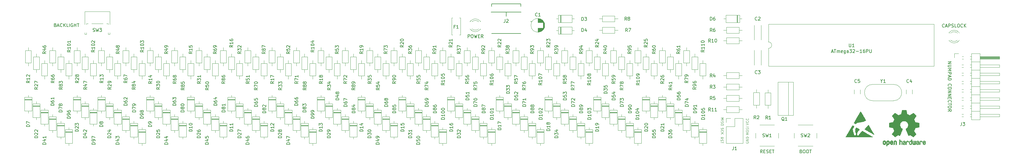
<source format=gto>
G04 #@! TF.GenerationSoftware,KiCad,Pcbnew,(5.1.5)-3*
G04 #@! TF.CreationDate,2021-09-09T23:22:58-04:00*
G04 #@! TF.ProjectId,main_pcb,6d61696e-5f70-4636-922e-6b696361645f,0*
G04 #@! TF.SameCoordinates,Original*
G04 #@! TF.FileFunction,Legend,Top*
G04 #@! TF.FilePolarity,Positive*
%FSLAX46Y46*%
G04 Gerber Fmt 4.6, Leading zero omitted, Abs format (unit mm)*
G04 Created by KiCad (PCBNEW (5.1.5)-3) date 2021-09-09 23:22:58*
%MOMM*%
%LPD*%
G04 APERTURE LIST*
%ADD10C,0.100000*%
%ADD11C,0.150000*%
%ADD12C,0.120000*%
%ADD13C,0.010000*%
%ADD14O,2.102000X2.007000*%
%ADD15R,2.102000X2.007000*%
%ADD16C,1.852000*%
%ADD17C,4.089800*%
%ADD18R,1.802000X1.802000*%
%ADD19O,1.802000X1.802000*%
%ADD20O,1.702000X1.702000*%
%ADD21R,1.702000X1.702000*%
%ADD22C,4.502000*%
%ADD23C,0.752000*%
%ADD24O,1.002000X2.502000*%
%ADD25O,1.002000X1.802000*%
%ADD26C,1.602000*%
%ADD27C,2.202000*%
%ADD28C,2.102000*%
%ADD29C,1.502000*%
%ADD30O,1.502000X1.502000*%
%ADD31C,3.150000*%
%ADD32C,1.702000*%
%ADD33R,1.902000X1.902000*%
%ADD34C,1.902000*%
%ADD35C,1.302000*%
%ADD36R,1.302000X1.302000*%
G04 APERTURE END LIST*
D10*
X277860714Y-98289285D02*
X278217857Y-98039285D01*
X277860714Y-97860714D02*
X278610714Y-97860714D01*
X278610714Y-98146428D01*
X278575000Y-98217857D01*
X278539285Y-98253571D01*
X278467857Y-98289285D01*
X278360714Y-98289285D01*
X278289285Y-98253571D01*
X278253571Y-98217857D01*
X278217857Y-98146428D01*
X278217857Y-97860714D01*
X277896428Y-98575000D02*
X277860714Y-98682142D01*
X277860714Y-98860714D01*
X277896428Y-98932142D01*
X277932142Y-98967857D01*
X278003571Y-99003571D01*
X278075000Y-99003571D01*
X278146428Y-98967857D01*
X278182142Y-98932142D01*
X278217857Y-98860714D01*
X278253571Y-98717857D01*
X278289285Y-98646428D01*
X278325000Y-98610714D01*
X278396428Y-98575000D01*
X278467857Y-98575000D01*
X278539285Y-98610714D01*
X278575000Y-98646428D01*
X278610714Y-98717857D01*
X278610714Y-98896428D01*
X278575000Y-99003571D01*
X278610714Y-99217857D02*
X278610714Y-99646428D01*
X277860714Y-99432142D02*
X278610714Y-99432142D01*
X277996428Y-94935714D02*
X277960714Y-95042857D01*
X277960714Y-95221428D01*
X277996428Y-95292857D01*
X278032142Y-95328571D01*
X278103571Y-95364285D01*
X278175000Y-95364285D01*
X278246428Y-95328571D01*
X278282142Y-95292857D01*
X278317857Y-95221428D01*
X278353571Y-95078571D01*
X278389285Y-95007142D01*
X278425000Y-94971428D01*
X278496428Y-94935714D01*
X278567857Y-94935714D01*
X278639285Y-94971428D01*
X278675000Y-95007142D01*
X278710714Y-95078571D01*
X278710714Y-95257142D01*
X278675000Y-95364285D01*
X278032142Y-96114285D02*
X277996428Y-96078571D01*
X277960714Y-95971428D01*
X277960714Y-95900000D01*
X277996428Y-95792857D01*
X278067857Y-95721428D01*
X278139285Y-95685714D01*
X278282142Y-95650000D01*
X278389285Y-95650000D01*
X278532142Y-95685714D01*
X278603571Y-95721428D01*
X278675000Y-95792857D01*
X278710714Y-95900000D01*
X278710714Y-95971428D01*
X278675000Y-96078571D01*
X278639285Y-96114285D01*
X277960714Y-96435714D02*
X278710714Y-96435714D01*
X277960714Y-96864285D02*
X278389285Y-96542857D01*
X278710714Y-96864285D02*
X278282142Y-96435714D01*
X277960714Y-91821428D02*
X278710714Y-91821428D01*
X278175000Y-92071428D01*
X278710714Y-92321428D01*
X277960714Y-92321428D01*
X277960714Y-92678571D02*
X278710714Y-92678571D01*
X277996428Y-93000000D02*
X277960714Y-93107142D01*
X277960714Y-93285714D01*
X277996428Y-93357142D01*
X278032142Y-93392857D01*
X278103571Y-93428571D01*
X278175000Y-93428571D01*
X278246428Y-93392857D01*
X278282142Y-93357142D01*
X278317857Y-93285714D01*
X278353571Y-93142857D01*
X278389285Y-93071428D01*
X278425000Y-93035714D01*
X278496428Y-93000000D01*
X278567857Y-93000000D01*
X278639285Y-93035714D01*
X278675000Y-93071428D01*
X278710714Y-93142857D01*
X278710714Y-93321428D01*
X278675000Y-93428571D01*
X278710714Y-93892857D02*
X278710714Y-94035714D01*
X278675000Y-94107142D01*
X278603571Y-94178571D01*
X278460714Y-94214285D01*
X278210714Y-94214285D01*
X278067857Y-94178571D01*
X277996428Y-94107142D01*
X277960714Y-94035714D01*
X277960714Y-93892857D01*
X277996428Y-93821428D01*
X278067857Y-93750000D01*
X278210714Y-93714285D01*
X278460714Y-93714285D01*
X278603571Y-93750000D01*
X278675000Y-93821428D01*
X278710714Y-93892857D01*
X285689285Y-94000000D02*
X286439285Y-93750000D01*
X285689285Y-93500000D01*
X286367857Y-92821428D02*
X286403571Y-92857142D01*
X286439285Y-92964285D01*
X286439285Y-93035714D01*
X286403571Y-93142857D01*
X286332142Y-93214285D01*
X286260714Y-93250000D01*
X286117857Y-93285714D01*
X286010714Y-93285714D01*
X285867857Y-93250000D01*
X285796428Y-93214285D01*
X285725000Y-93142857D01*
X285689285Y-93035714D01*
X285689285Y-92964285D01*
X285725000Y-92857142D01*
X285760714Y-92821428D01*
X286367857Y-92071428D02*
X286403571Y-92107142D01*
X286439285Y-92214285D01*
X286439285Y-92285714D01*
X286403571Y-92392857D01*
X286332142Y-92464285D01*
X286260714Y-92500000D01*
X286117857Y-92535714D01*
X286010714Y-92535714D01*
X285867857Y-92500000D01*
X285796428Y-92464285D01*
X285725000Y-92392857D01*
X285689285Y-92285714D01*
X285689285Y-92214285D01*
X285725000Y-92107142D01*
X285760714Y-92071428D01*
X286439285Y-96978571D02*
X285689285Y-96978571D01*
X286225000Y-96728571D01*
X285689285Y-96478571D01*
X286439285Y-96478571D01*
X285689285Y-95978571D02*
X285689285Y-95835714D01*
X285725000Y-95764285D01*
X285796428Y-95692857D01*
X285939285Y-95657142D01*
X286189285Y-95657142D01*
X286332142Y-95692857D01*
X286403571Y-95764285D01*
X286439285Y-95835714D01*
X286439285Y-95978571D01*
X286403571Y-96050000D01*
X286332142Y-96121428D01*
X286189285Y-96157142D01*
X285939285Y-96157142D01*
X285796428Y-96121428D01*
X285725000Y-96050000D01*
X285689285Y-95978571D01*
X286403571Y-95371428D02*
X286439285Y-95264285D01*
X286439285Y-95085714D01*
X286403571Y-95014285D01*
X286367857Y-94978571D01*
X286296428Y-94942857D01*
X286225000Y-94942857D01*
X286153571Y-94978571D01*
X286117857Y-95014285D01*
X286082142Y-95085714D01*
X286046428Y-95228571D01*
X286010714Y-95300000D01*
X285975000Y-95335714D01*
X285903571Y-95371428D01*
X285832142Y-95371428D01*
X285760714Y-95335714D01*
X285725000Y-95300000D01*
X285689285Y-95228571D01*
X285689285Y-95050000D01*
X285725000Y-94942857D01*
X286439285Y-94621428D02*
X285689285Y-94621428D01*
X285725000Y-99271428D02*
X285689285Y-99342857D01*
X285689285Y-99450000D01*
X285725000Y-99557142D01*
X285796428Y-99628571D01*
X285867857Y-99664285D01*
X286010714Y-99700000D01*
X286117857Y-99700000D01*
X286260714Y-99664285D01*
X286332142Y-99628571D01*
X286403571Y-99557142D01*
X286439285Y-99450000D01*
X286439285Y-99378571D01*
X286403571Y-99271428D01*
X286367857Y-99235714D01*
X286117857Y-99235714D01*
X286117857Y-99378571D01*
X286439285Y-98914285D02*
X285689285Y-98914285D01*
X286439285Y-98485714D01*
X285689285Y-98485714D01*
X286439285Y-98128571D02*
X285689285Y-98128571D01*
X285689285Y-97950000D01*
X285725000Y-97842857D01*
X285796428Y-97771428D01*
X285867857Y-97735714D01*
X286010714Y-97700000D01*
X286117857Y-97700000D01*
X286260714Y-97735714D01*
X286332142Y-97771428D01*
X286403571Y-97842857D01*
X286439285Y-97950000D01*
X286439285Y-98128571D01*
D11*
X347847619Y-74580952D02*
X348847619Y-74580952D01*
X347847619Y-75152380D01*
X348847619Y-75152380D01*
X348847619Y-75628571D02*
X348038095Y-75628571D01*
X347942857Y-75676190D01*
X347895238Y-75723809D01*
X347847619Y-75819047D01*
X347847619Y-76009523D01*
X347895238Y-76104761D01*
X347942857Y-76152380D01*
X348038095Y-76200000D01*
X348847619Y-76200000D01*
X347847619Y-76676190D02*
X348847619Y-76676190D01*
X348133333Y-77009523D01*
X348847619Y-77342857D01*
X347847619Y-77342857D01*
X347847619Y-77819047D02*
X348847619Y-77819047D01*
X348847619Y-78200000D01*
X348800000Y-78295238D01*
X348752380Y-78342857D01*
X348657142Y-78390476D01*
X348514285Y-78390476D01*
X348419047Y-78342857D01*
X348371428Y-78295238D01*
X348323809Y-78200000D01*
X348323809Y-77819047D01*
X348133333Y-78771428D02*
X348133333Y-79247619D01*
X347847619Y-78676190D02*
X348847619Y-79009523D01*
X347847619Y-79342857D01*
X347847619Y-79676190D02*
X348847619Y-79676190D01*
X348847619Y-79914285D01*
X348800000Y-80057142D01*
X348704761Y-80152380D01*
X348609523Y-80200000D01*
X348419047Y-80247619D01*
X348276190Y-80247619D01*
X348085714Y-80200000D01*
X347990476Y-80152380D01*
X347895238Y-80057142D01*
X347847619Y-79914285D01*
X347847619Y-79676190D01*
X347942857Y-82009523D02*
X347895238Y-81961904D01*
X347847619Y-81819047D01*
X347847619Y-81723809D01*
X347895238Y-81580952D01*
X347990476Y-81485714D01*
X348085714Y-81438095D01*
X348276190Y-81390476D01*
X348419047Y-81390476D01*
X348609523Y-81438095D01*
X348704761Y-81485714D01*
X348800000Y-81580952D01*
X348847619Y-81723809D01*
X348847619Y-81819047D01*
X348800000Y-81961904D01*
X348752380Y-82009523D01*
X348847619Y-82628571D02*
X348847619Y-82819047D01*
X348800000Y-82914285D01*
X348704761Y-83009523D01*
X348514285Y-83057142D01*
X348180952Y-83057142D01*
X347990476Y-83009523D01*
X347895238Y-82914285D01*
X347847619Y-82819047D01*
X347847619Y-82628571D01*
X347895238Y-82533333D01*
X347990476Y-82438095D01*
X348180952Y-82390476D01*
X348514285Y-82390476D01*
X348704761Y-82438095D01*
X348800000Y-82533333D01*
X348847619Y-82628571D01*
X347847619Y-83485714D02*
X348847619Y-83485714D01*
X347847619Y-84057142D01*
X348847619Y-84057142D01*
X347847619Y-84533333D02*
X348847619Y-84533333D01*
X347847619Y-85104761D01*
X348847619Y-85104761D01*
X348371428Y-85580952D02*
X348371428Y-85914285D01*
X347847619Y-86057142D02*
X347847619Y-85580952D01*
X348847619Y-85580952D01*
X348847619Y-86057142D01*
X347942857Y-87057142D02*
X347895238Y-87009523D01*
X347847619Y-86866666D01*
X347847619Y-86771428D01*
X347895238Y-86628571D01*
X347990476Y-86533333D01*
X348085714Y-86485714D01*
X348276190Y-86438095D01*
X348419047Y-86438095D01*
X348609523Y-86485714D01*
X348704761Y-86533333D01*
X348800000Y-86628571D01*
X348847619Y-86771428D01*
X348847619Y-86866666D01*
X348800000Y-87009523D01*
X348752380Y-87057142D01*
X348847619Y-87342857D02*
X348847619Y-87914285D01*
X347847619Y-87628571D02*
X348847619Y-87628571D01*
X348847619Y-88438095D02*
X348847619Y-88628571D01*
X348800000Y-88723809D01*
X348704761Y-88819047D01*
X348514285Y-88866666D01*
X348180952Y-88866666D01*
X347990476Y-88819047D01*
X347895238Y-88723809D01*
X347847619Y-88628571D01*
X347847619Y-88438095D01*
X347895238Y-88342857D01*
X347990476Y-88247619D01*
X348180952Y-88200000D01*
X348514285Y-88200000D01*
X348704761Y-88247619D01*
X348800000Y-88342857D01*
X348847619Y-88438095D01*
X347847619Y-89866666D02*
X348323809Y-89533333D01*
X347847619Y-89295238D02*
X348847619Y-89295238D01*
X348847619Y-89676190D01*
X348800000Y-89771428D01*
X348752380Y-89819047D01*
X348657142Y-89866666D01*
X348514285Y-89866666D01*
X348419047Y-89819047D01*
X348371428Y-89771428D01*
X348323809Y-89676190D01*
X348323809Y-89295238D01*
X73245238Y-63228571D02*
X73388095Y-63276190D01*
X73435714Y-63323809D01*
X73483333Y-63419047D01*
X73483333Y-63561904D01*
X73435714Y-63657142D01*
X73388095Y-63704761D01*
X73292857Y-63752380D01*
X72911904Y-63752380D01*
X72911904Y-62752380D01*
X73245238Y-62752380D01*
X73340476Y-62800000D01*
X73388095Y-62847619D01*
X73435714Y-62942857D01*
X73435714Y-63038095D01*
X73388095Y-63133333D01*
X73340476Y-63180952D01*
X73245238Y-63228571D01*
X72911904Y-63228571D01*
X73864285Y-63466666D02*
X74340476Y-63466666D01*
X73769047Y-63752380D02*
X74102380Y-62752380D01*
X74435714Y-63752380D01*
X75340476Y-63657142D02*
X75292857Y-63704761D01*
X75150000Y-63752380D01*
X75054761Y-63752380D01*
X74911904Y-63704761D01*
X74816666Y-63609523D01*
X74769047Y-63514285D01*
X74721428Y-63323809D01*
X74721428Y-63180952D01*
X74769047Y-62990476D01*
X74816666Y-62895238D01*
X74911904Y-62800000D01*
X75054761Y-62752380D01*
X75150000Y-62752380D01*
X75292857Y-62800000D01*
X75340476Y-62847619D01*
X75769047Y-63752380D02*
X75769047Y-62752380D01*
X76340476Y-63752380D02*
X75911904Y-63180952D01*
X76340476Y-62752380D02*
X75769047Y-63323809D01*
X77245238Y-63752380D02*
X76769047Y-63752380D01*
X76769047Y-62752380D01*
X77578571Y-63752380D02*
X77578571Y-62752380D01*
X78578571Y-62800000D02*
X78483333Y-62752380D01*
X78340476Y-62752380D01*
X78197619Y-62800000D01*
X78102380Y-62895238D01*
X78054761Y-62990476D01*
X78007142Y-63180952D01*
X78007142Y-63323809D01*
X78054761Y-63514285D01*
X78102380Y-63609523D01*
X78197619Y-63704761D01*
X78340476Y-63752380D01*
X78435714Y-63752380D01*
X78578571Y-63704761D01*
X78626190Y-63657142D01*
X78626190Y-63323809D01*
X78435714Y-63323809D01*
X79054761Y-63752380D02*
X79054761Y-62752380D01*
X79054761Y-63228571D02*
X79626190Y-63228571D01*
X79626190Y-63752380D02*
X79626190Y-62752380D01*
X79959523Y-62752380D02*
X80530952Y-62752380D01*
X80245238Y-63752380D02*
X80245238Y-62752380D01*
D12*
X298730000Y-80820000D02*
X298730000Y-91060000D01*
X300270000Y-91060000D02*
X295529000Y-91060000D01*
X300270000Y-80820000D02*
X295529000Y-80820000D01*
X295529000Y-80820000D02*
X295529000Y-91060000D01*
X300270000Y-80820000D02*
X300270000Y-91060000D01*
D13*
G36*
X334509014Y-89452998D02*
G01*
X334667006Y-89453863D01*
X334781347Y-89456205D01*
X334859407Y-89460762D01*
X334908554Y-89468270D01*
X334936159Y-89479466D01*
X334949592Y-89495088D01*
X334956221Y-89515873D01*
X334956865Y-89518563D01*
X334966935Y-89567113D01*
X334985575Y-89662905D01*
X335010845Y-89795743D01*
X335040807Y-89955431D01*
X335073522Y-90131774D01*
X335074664Y-90137967D01*
X335107433Y-90310782D01*
X335138093Y-90463469D01*
X335164664Y-90586871D01*
X335185167Y-90671831D01*
X335197626Y-90709190D01*
X335198220Y-90709852D01*
X335234919Y-90728095D01*
X335310586Y-90758497D01*
X335408878Y-90794493D01*
X335409425Y-90794685D01*
X335533233Y-90841222D01*
X335679196Y-90900504D01*
X335816781Y-90960109D01*
X335823293Y-90963056D01*
X336047390Y-91064765D01*
X336543619Y-90725897D01*
X336695846Y-90622592D01*
X336833741Y-90530237D01*
X336949315Y-90454084D01*
X337034579Y-90399385D01*
X337081544Y-90371393D01*
X337086004Y-90369317D01*
X337120134Y-90378560D01*
X337183881Y-90423156D01*
X337279731Y-90505209D01*
X337410169Y-90626821D01*
X337543328Y-90756205D01*
X337671694Y-90883702D01*
X337786581Y-91000046D01*
X337881073Y-91098052D01*
X337948253Y-91170536D01*
X337981206Y-91210313D01*
X337982432Y-91212361D01*
X337986074Y-91239656D01*
X337972350Y-91284234D01*
X337937869Y-91352112D01*
X337879239Y-91449311D01*
X337793070Y-91581851D01*
X337678200Y-91752476D01*
X337576254Y-91902655D01*
X337485123Y-92037350D01*
X337410073Y-92148740D01*
X337356369Y-92229005D01*
X337329280Y-92270325D01*
X337327574Y-92273130D01*
X337330882Y-92312721D01*
X337355953Y-92389669D01*
X337397798Y-92489432D01*
X337412712Y-92521291D01*
X337477786Y-92663226D01*
X337547212Y-92824273D01*
X337603609Y-92963621D01*
X337644247Y-93067044D01*
X337676526Y-93145642D01*
X337695178Y-93186720D01*
X337697497Y-93189885D01*
X337731803Y-93195128D01*
X337812669Y-93209494D01*
X337929343Y-93230937D01*
X338071075Y-93257413D01*
X338227110Y-93286877D01*
X338386698Y-93317283D01*
X338539085Y-93346588D01*
X338673521Y-93372745D01*
X338779252Y-93393710D01*
X338845526Y-93407439D01*
X338861782Y-93411320D01*
X338878573Y-93420900D01*
X338891249Y-93442536D01*
X338900378Y-93483531D01*
X338906531Y-93551189D01*
X338910280Y-93652812D01*
X338912192Y-93795703D01*
X338912840Y-93987165D01*
X338912874Y-94065645D01*
X338912874Y-94703906D01*
X338759598Y-94734160D01*
X338674322Y-94750564D01*
X338547070Y-94774509D01*
X338393315Y-94803107D01*
X338228534Y-94833467D01*
X338182989Y-94841806D01*
X338030932Y-94871370D01*
X337898468Y-94900442D01*
X337796714Y-94926329D01*
X337736788Y-94946337D01*
X337726805Y-94952301D01*
X337702293Y-94994534D01*
X337667148Y-95076370D01*
X337628173Y-95181683D01*
X337620442Y-95204368D01*
X337569360Y-95345018D01*
X337505954Y-95503714D01*
X337443904Y-95646225D01*
X337443598Y-95646886D01*
X337340267Y-95870440D01*
X338019961Y-96870232D01*
X337583621Y-97307300D01*
X337451649Y-97437381D01*
X337331279Y-97552048D01*
X337229273Y-97645181D01*
X337152391Y-97710658D01*
X337107393Y-97742357D01*
X337100938Y-97744368D01*
X337063040Y-97728529D01*
X336985708Y-97684496D01*
X336877389Y-97617490D01*
X336746532Y-97532734D01*
X336605052Y-97437816D01*
X336461461Y-97340998D01*
X336333435Y-97256751D01*
X336229105Y-97190258D01*
X336156600Y-97146702D01*
X336124158Y-97131264D01*
X336084576Y-97144328D01*
X336009519Y-97178750D01*
X335914468Y-97227380D01*
X335904392Y-97232785D01*
X335776391Y-97296980D01*
X335688618Y-97328463D01*
X335634028Y-97328798D01*
X335605575Y-97299548D01*
X335605410Y-97299138D01*
X335591188Y-97264498D01*
X335557269Y-97182269D01*
X335506284Y-97058814D01*
X335440862Y-96900498D01*
X335363634Y-96713686D01*
X335277229Y-96504742D01*
X335193551Y-96302446D01*
X335101588Y-96079200D01*
X335017150Y-95872392D01*
X334942769Y-95688362D01*
X334880974Y-95533451D01*
X334834297Y-95413996D01*
X334805268Y-95336339D01*
X334796322Y-95307356D01*
X334818756Y-95274110D01*
X334877439Y-95221123D01*
X334955689Y-95162704D01*
X335178534Y-94977952D01*
X335352718Y-94766182D01*
X335476154Y-94531856D01*
X335546754Y-94279434D01*
X335562431Y-94013377D01*
X335551036Y-93890575D01*
X335488950Y-93635793D01*
X335382023Y-93410801D01*
X335236889Y-93217817D01*
X335060178Y-93059061D01*
X334858522Y-92936750D01*
X334638554Y-92853105D01*
X334406906Y-92810344D01*
X334170209Y-92810687D01*
X333935095Y-92856352D01*
X333708196Y-92949559D01*
X333496144Y-93092527D01*
X333407636Y-93173383D01*
X333237889Y-93381007D01*
X333119699Y-93607895D01*
X333052278Y-93847433D01*
X333034840Y-94093007D01*
X333066598Y-94338003D01*
X333146765Y-94575808D01*
X333274555Y-94799807D01*
X333449180Y-95003387D01*
X333644312Y-95162704D01*
X333725591Y-95223602D01*
X333783009Y-95276015D01*
X333803678Y-95307406D01*
X333792856Y-95341639D01*
X333762077Y-95423419D01*
X333713874Y-95546407D01*
X333650778Y-95704263D01*
X333575322Y-95890649D01*
X333490038Y-96099226D01*
X333406219Y-96302496D01*
X333313745Y-96525933D01*
X333228089Y-96732984D01*
X333151882Y-96917286D01*
X333087753Y-97072475D01*
X333038332Y-97192188D01*
X333006248Y-97270061D01*
X332994359Y-97299138D01*
X332966274Y-97328677D01*
X332911949Y-97328591D01*
X332824395Y-97297326D01*
X332696619Y-97233329D01*
X332695608Y-97232785D01*
X332599402Y-97183121D01*
X332521631Y-97146945D01*
X332477777Y-97131408D01*
X332475842Y-97131264D01*
X332442829Y-97147024D01*
X332369946Y-97190850D01*
X332265322Y-97257557D01*
X332137090Y-97341964D01*
X331994948Y-97437816D01*
X331850233Y-97534867D01*
X331719804Y-97619270D01*
X331612110Y-97685801D01*
X331535598Y-97729238D01*
X331499062Y-97744368D01*
X331465418Y-97724482D01*
X331397776Y-97668903D01*
X331302893Y-97583754D01*
X331187530Y-97475153D01*
X331058445Y-97349221D01*
X331016229Y-97307149D01*
X330579739Y-96869931D01*
X330911977Y-96382340D01*
X331012946Y-96232605D01*
X331101562Y-96098220D01*
X331172854Y-95986969D01*
X331221850Y-95906639D01*
X331243578Y-95865014D01*
X331244215Y-95862053D01*
X331232760Y-95822818D01*
X331201949Y-95743895D01*
X331157116Y-95638509D01*
X331125647Y-95567954D01*
X331066808Y-95432876D01*
X331011396Y-95296409D01*
X330968436Y-95181103D01*
X330956766Y-95145977D01*
X330923611Y-95052174D01*
X330891201Y-94979694D01*
X330873399Y-94952301D01*
X330834114Y-94935536D01*
X330748374Y-94911770D01*
X330627303Y-94883697D01*
X330482027Y-94854009D01*
X330417012Y-94841806D01*
X330251913Y-94811468D01*
X330093552Y-94782093D01*
X329957404Y-94756569D01*
X329858943Y-94737785D01*
X329840402Y-94734160D01*
X329687127Y-94703906D01*
X329687127Y-94065645D01*
X329687471Y-93855770D01*
X329688884Y-93696980D01*
X329691936Y-93581973D01*
X329697197Y-93503446D01*
X329705237Y-93454096D01*
X329716627Y-93426619D01*
X329731937Y-93413713D01*
X329738218Y-93411320D01*
X329776104Y-93402833D01*
X329859805Y-93385900D01*
X329978567Y-93362566D01*
X330121639Y-93334875D01*
X330278268Y-93304873D01*
X330437703Y-93274604D01*
X330589191Y-93246115D01*
X330721981Y-93221449D01*
X330825319Y-93202651D01*
X330888455Y-93191767D01*
X330902503Y-93189885D01*
X330915230Y-93164704D01*
X330943400Y-93097622D01*
X330981748Y-93001333D01*
X330996391Y-92963621D01*
X331055452Y-92817921D01*
X331125000Y-92656951D01*
X331187288Y-92521291D01*
X331233121Y-92417561D01*
X331263613Y-92332326D01*
X331273792Y-92280126D01*
X331272169Y-92273130D01*
X331250657Y-92240102D01*
X331201535Y-92166643D01*
X331130077Y-92060577D01*
X331041555Y-91929726D01*
X330941241Y-91781912D01*
X330921406Y-91752734D01*
X330805012Y-91579863D01*
X330719452Y-91448226D01*
X330661316Y-91351761D01*
X330627192Y-91284408D01*
X330613669Y-91240106D01*
X330617336Y-91212794D01*
X330617430Y-91212620D01*
X330646293Y-91176746D01*
X330710133Y-91107391D01*
X330802031Y-91011745D01*
X330915067Y-90896999D01*
X331042321Y-90770341D01*
X331056672Y-90756205D01*
X331217043Y-90600903D01*
X331340805Y-90486870D01*
X331430445Y-90412002D01*
X331488448Y-90374196D01*
X331513996Y-90369317D01*
X331551282Y-90390603D01*
X331628657Y-90439773D01*
X331738133Y-90511575D01*
X331871720Y-90600755D01*
X332021430Y-90702063D01*
X332056382Y-90725897D01*
X332552610Y-91064765D01*
X332776707Y-90963056D01*
X332912989Y-90903783D01*
X333059276Y-90844170D01*
X333185035Y-90796640D01*
X333190575Y-90794685D01*
X333288943Y-90758677D01*
X333364771Y-90728229D01*
X333401718Y-90709905D01*
X333401780Y-90709852D01*
X333413504Y-90676729D01*
X333433432Y-90595267D01*
X333459587Y-90474625D01*
X333489990Y-90323959D01*
X333522663Y-90152428D01*
X333525336Y-90137967D01*
X333558110Y-89961235D01*
X333588198Y-89800810D01*
X333613661Y-89666888D01*
X333632559Y-89569663D01*
X333642953Y-89519332D01*
X333643135Y-89518563D01*
X333649461Y-89497153D01*
X333661761Y-89480988D01*
X333687406Y-89469331D01*
X333733765Y-89461445D01*
X333808208Y-89456593D01*
X333918105Y-89454039D01*
X334070825Y-89453045D01*
X334273738Y-89452874D01*
X334300000Y-89452874D01*
X334509014Y-89452998D01*
G37*
X334509014Y-89452998D02*
X334667006Y-89453863D01*
X334781347Y-89456205D01*
X334859407Y-89460762D01*
X334908554Y-89468270D01*
X334936159Y-89479466D01*
X334949592Y-89495088D01*
X334956221Y-89515873D01*
X334956865Y-89518563D01*
X334966935Y-89567113D01*
X334985575Y-89662905D01*
X335010845Y-89795743D01*
X335040807Y-89955431D01*
X335073522Y-90131774D01*
X335074664Y-90137967D01*
X335107433Y-90310782D01*
X335138093Y-90463469D01*
X335164664Y-90586871D01*
X335185167Y-90671831D01*
X335197626Y-90709190D01*
X335198220Y-90709852D01*
X335234919Y-90728095D01*
X335310586Y-90758497D01*
X335408878Y-90794493D01*
X335409425Y-90794685D01*
X335533233Y-90841222D01*
X335679196Y-90900504D01*
X335816781Y-90960109D01*
X335823293Y-90963056D01*
X336047390Y-91064765D01*
X336543619Y-90725897D01*
X336695846Y-90622592D01*
X336833741Y-90530237D01*
X336949315Y-90454084D01*
X337034579Y-90399385D01*
X337081544Y-90371393D01*
X337086004Y-90369317D01*
X337120134Y-90378560D01*
X337183881Y-90423156D01*
X337279731Y-90505209D01*
X337410169Y-90626821D01*
X337543328Y-90756205D01*
X337671694Y-90883702D01*
X337786581Y-91000046D01*
X337881073Y-91098052D01*
X337948253Y-91170536D01*
X337981206Y-91210313D01*
X337982432Y-91212361D01*
X337986074Y-91239656D01*
X337972350Y-91284234D01*
X337937869Y-91352112D01*
X337879239Y-91449311D01*
X337793070Y-91581851D01*
X337678200Y-91752476D01*
X337576254Y-91902655D01*
X337485123Y-92037350D01*
X337410073Y-92148740D01*
X337356369Y-92229005D01*
X337329280Y-92270325D01*
X337327574Y-92273130D01*
X337330882Y-92312721D01*
X337355953Y-92389669D01*
X337397798Y-92489432D01*
X337412712Y-92521291D01*
X337477786Y-92663226D01*
X337547212Y-92824273D01*
X337603609Y-92963621D01*
X337644247Y-93067044D01*
X337676526Y-93145642D01*
X337695178Y-93186720D01*
X337697497Y-93189885D01*
X337731803Y-93195128D01*
X337812669Y-93209494D01*
X337929343Y-93230937D01*
X338071075Y-93257413D01*
X338227110Y-93286877D01*
X338386698Y-93317283D01*
X338539085Y-93346588D01*
X338673521Y-93372745D01*
X338779252Y-93393710D01*
X338845526Y-93407439D01*
X338861782Y-93411320D01*
X338878573Y-93420900D01*
X338891249Y-93442536D01*
X338900378Y-93483531D01*
X338906531Y-93551189D01*
X338910280Y-93652812D01*
X338912192Y-93795703D01*
X338912840Y-93987165D01*
X338912874Y-94065645D01*
X338912874Y-94703906D01*
X338759598Y-94734160D01*
X338674322Y-94750564D01*
X338547070Y-94774509D01*
X338393315Y-94803107D01*
X338228534Y-94833467D01*
X338182989Y-94841806D01*
X338030932Y-94871370D01*
X337898468Y-94900442D01*
X337796714Y-94926329D01*
X337736788Y-94946337D01*
X337726805Y-94952301D01*
X337702293Y-94994534D01*
X337667148Y-95076370D01*
X337628173Y-95181683D01*
X337620442Y-95204368D01*
X337569360Y-95345018D01*
X337505954Y-95503714D01*
X337443904Y-95646225D01*
X337443598Y-95646886D01*
X337340267Y-95870440D01*
X338019961Y-96870232D01*
X337583621Y-97307300D01*
X337451649Y-97437381D01*
X337331279Y-97552048D01*
X337229273Y-97645181D01*
X337152391Y-97710658D01*
X337107393Y-97742357D01*
X337100938Y-97744368D01*
X337063040Y-97728529D01*
X336985708Y-97684496D01*
X336877389Y-97617490D01*
X336746532Y-97532734D01*
X336605052Y-97437816D01*
X336461461Y-97340998D01*
X336333435Y-97256751D01*
X336229105Y-97190258D01*
X336156600Y-97146702D01*
X336124158Y-97131264D01*
X336084576Y-97144328D01*
X336009519Y-97178750D01*
X335914468Y-97227380D01*
X335904392Y-97232785D01*
X335776391Y-97296980D01*
X335688618Y-97328463D01*
X335634028Y-97328798D01*
X335605575Y-97299548D01*
X335605410Y-97299138D01*
X335591188Y-97264498D01*
X335557269Y-97182269D01*
X335506284Y-97058814D01*
X335440862Y-96900498D01*
X335363634Y-96713686D01*
X335277229Y-96504742D01*
X335193551Y-96302446D01*
X335101588Y-96079200D01*
X335017150Y-95872392D01*
X334942769Y-95688362D01*
X334880974Y-95533451D01*
X334834297Y-95413996D01*
X334805268Y-95336339D01*
X334796322Y-95307356D01*
X334818756Y-95274110D01*
X334877439Y-95221123D01*
X334955689Y-95162704D01*
X335178534Y-94977952D01*
X335352718Y-94766182D01*
X335476154Y-94531856D01*
X335546754Y-94279434D01*
X335562431Y-94013377D01*
X335551036Y-93890575D01*
X335488950Y-93635793D01*
X335382023Y-93410801D01*
X335236889Y-93217817D01*
X335060178Y-93059061D01*
X334858522Y-92936750D01*
X334638554Y-92853105D01*
X334406906Y-92810344D01*
X334170209Y-92810687D01*
X333935095Y-92856352D01*
X333708196Y-92949559D01*
X333496144Y-93092527D01*
X333407636Y-93173383D01*
X333237889Y-93381007D01*
X333119699Y-93607895D01*
X333052278Y-93847433D01*
X333034840Y-94093007D01*
X333066598Y-94338003D01*
X333146765Y-94575808D01*
X333274555Y-94799807D01*
X333449180Y-95003387D01*
X333644312Y-95162704D01*
X333725591Y-95223602D01*
X333783009Y-95276015D01*
X333803678Y-95307406D01*
X333792856Y-95341639D01*
X333762077Y-95423419D01*
X333713874Y-95546407D01*
X333650778Y-95704263D01*
X333575322Y-95890649D01*
X333490038Y-96099226D01*
X333406219Y-96302496D01*
X333313745Y-96525933D01*
X333228089Y-96732984D01*
X333151882Y-96917286D01*
X333087753Y-97072475D01*
X333038332Y-97192188D01*
X333006248Y-97270061D01*
X332994359Y-97299138D01*
X332966274Y-97328677D01*
X332911949Y-97328591D01*
X332824395Y-97297326D01*
X332696619Y-97233329D01*
X332695608Y-97232785D01*
X332599402Y-97183121D01*
X332521631Y-97146945D01*
X332477777Y-97131408D01*
X332475842Y-97131264D01*
X332442829Y-97147024D01*
X332369946Y-97190850D01*
X332265322Y-97257557D01*
X332137090Y-97341964D01*
X331994948Y-97437816D01*
X331850233Y-97534867D01*
X331719804Y-97619270D01*
X331612110Y-97685801D01*
X331535598Y-97729238D01*
X331499062Y-97744368D01*
X331465418Y-97724482D01*
X331397776Y-97668903D01*
X331302893Y-97583754D01*
X331187530Y-97475153D01*
X331058445Y-97349221D01*
X331016229Y-97307149D01*
X330579739Y-96869931D01*
X330911977Y-96382340D01*
X331012946Y-96232605D01*
X331101562Y-96098220D01*
X331172854Y-95986969D01*
X331221850Y-95906639D01*
X331243578Y-95865014D01*
X331244215Y-95862053D01*
X331232760Y-95822818D01*
X331201949Y-95743895D01*
X331157116Y-95638509D01*
X331125647Y-95567954D01*
X331066808Y-95432876D01*
X331011396Y-95296409D01*
X330968436Y-95181103D01*
X330956766Y-95145977D01*
X330923611Y-95052174D01*
X330891201Y-94979694D01*
X330873399Y-94952301D01*
X330834114Y-94935536D01*
X330748374Y-94911770D01*
X330627303Y-94883697D01*
X330482027Y-94854009D01*
X330417012Y-94841806D01*
X330251913Y-94811468D01*
X330093552Y-94782093D01*
X329957404Y-94756569D01*
X329858943Y-94737785D01*
X329840402Y-94734160D01*
X329687127Y-94703906D01*
X329687127Y-94065645D01*
X329687471Y-93855770D01*
X329688884Y-93696980D01*
X329691936Y-93581973D01*
X329697197Y-93503446D01*
X329705237Y-93454096D01*
X329716627Y-93426619D01*
X329731937Y-93413713D01*
X329738218Y-93411320D01*
X329776104Y-93402833D01*
X329859805Y-93385900D01*
X329978567Y-93362566D01*
X330121639Y-93334875D01*
X330278268Y-93304873D01*
X330437703Y-93274604D01*
X330589191Y-93246115D01*
X330721981Y-93221449D01*
X330825319Y-93202651D01*
X330888455Y-93191767D01*
X330902503Y-93189885D01*
X330915230Y-93164704D01*
X330943400Y-93097622D01*
X330981748Y-93001333D01*
X330996391Y-92963621D01*
X331055452Y-92817921D01*
X331125000Y-92656951D01*
X331187288Y-92521291D01*
X331233121Y-92417561D01*
X331263613Y-92332326D01*
X331273792Y-92280126D01*
X331272169Y-92273130D01*
X331250657Y-92240102D01*
X331201535Y-92166643D01*
X331130077Y-92060577D01*
X331041555Y-91929726D01*
X330941241Y-91781912D01*
X330921406Y-91752734D01*
X330805012Y-91579863D01*
X330719452Y-91448226D01*
X330661316Y-91351761D01*
X330627192Y-91284408D01*
X330613669Y-91240106D01*
X330617336Y-91212794D01*
X330617430Y-91212620D01*
X330646293Y-91176746D01*
X330710133Y-91107391D01*
X330802031Y-91011745D01*
X330915067Y-90896999D01*
X331042321Y-90770341D01*
X331056672Y-90756205D01*
X331217043Y-90600903D01*
X331340805Y-90486870D01*
X331430445Y-90412002D01*
X331488448Y-90374196D01*
X331513996Y-90369317D01*
X331551282Y-90390603D01*
X331628657Y-90439773D01*
X331738133Y-90511575D01*
X331871720Y-90600755D01*
X332021430Y-90702063D01*
X332056382Y-90725897D01*
X332552610Y-91064765D01*
X332776707Y-90963056D01*
X332912989Y-90903783D01*
X333059276Y-90844170D01*
X333185035Y-90796640D01*
X333190575Y-90794685D01*
X333288943Y-90758677D01*
X333364771Y-90728229D01*
X333401718Y-90709905D01*
X333401780Y-90709852D01*
X333413504Y-90676729D01*
X333433432Y-90595267D01*
X333459587Y-90474625D01*
X333489990Y-90323959D01*
X333522663Y-90152428D01*
X333525336Y-90137967D01*
X333558110Y-89961235D01*
X333588198Y-89800810D01*
X333613661Y-89666888D01*
X333632559Y-89569663D01*
X333642953Y-89519332D01*
X333643135Y-89518563D01*
X333649461Y-89497153D01*
X333661761Y-89480988D01*
X333687406Y-89469331D01*
X333733765Y-89461445D01*
X333808208Y-89456593D01*
X333918105Y-89454039D01*
X334070825Y-89453045D01*
X334273738Y-89452874D01*
X334300000Y-89452874D01*
X334509014Y-89452998D01*
G36*
X340643439Y-98956540D02*
G01*
X340758950Y-99032034D01*
X340814664Y-99099617D01*
X340858804Y-99222255D01*
X340862309Y-99319298D01*
X340854368Y-99449056D01*
X340555115Y-99580039D01*
X340409611Y-99646958D01*
X340314537Y-99700790D01*
X340265101Y-99747416D01*
X340256511Y-99792720D01*
X340283972Y-99842582D01*
X340314253Y-99875632D01*
X340402363Y-99928633D01*
X340498196Y-99932347D01*
X340586212Y-99891041D01*
X340650869Y-99808983D01*
X340662433Y-99780008D01*
X340717825Y-99689509D01*
X340781553Y-99650940D01*
X340868966Y-99617946D01*
X340868966Y-99743034D01*
X340861238Y-99828156D01*
X340830966Y-99899938D01*
X340767518Y-99982356D01*
X340758088Y-99993066D01*
X340687513Y-100066391D01*
X340626847Y-100105742D01*
X340550950Y-100123845D01*
X340488030Y-100129774D01*
X340375487Y-100131251D01*
X340295370Y-100112535D01*
X340245390Y-100084747D01*
X340166838Y-100023641D01*
X340112463Y-99957554D01*
X340078052Y-99874441D01*
X340059388Y-99762254D01*
X340052256Y-99608946D01*
X340051687Y-99531136D01*
X340053622Y-99437853D01*
X340229899Y-99437853D01*
X340231944Y-99487896D01*
X340237039Y-99496092D01*
X340270666Y-99484958D01*
X340343030Y-99455493D01*
X340439747Y-99413601D01*
X340459973Y-99404597D01*
X340582203Y-99342442D01*
X340649547Y-99287815D01*
X340664348Y-99236649D01*
X340628947Y-99184876D01*
X340599711Y-99162000D01*
X340494216Y-99116250D01*
X340395476Y-99123808D01*
X340312812Y-99179651D01*
X340255548Y-99278753D01*
X340237188Y-99357414D01*
X340229899Y-99437853D01*
X340053622Y-99437853D01*
X340055459Y-99349351D01*
X340069359Y-99214853D01*
X340096894Y-99116916D01*
X340141572Y-99044811D01*
X340206901Y-98987813D01*
X340235383Y-98969393D01*
X340364763Y-98921422D01*
X340506412Y-98918403D01*
X340643439Y-98956540D01*
G37*
X340643439Y-98956540D02*
X340758950Y-99032034D01*
X340814664Y-99099617D01*
X340858804Y-99222255D01*
X340862309Y-99319298D01*
X340854368Y-99449056D01*
X340555115Y-99580039D01*
X340409611Y-99646958D01*
X340314537Y-99700790D01*
X340265101Y-99747416D01*
X340256511Y-99792720D01*
X340283972Y-99842582D01*
X340314253Y-99875632D01*
X340402363Y-99928633D01*
X340498196Y-99932347D01*
X340586212Y-99891041D01*
X340650869Y-99808983D01*
X340662433Y-99780008D01*
X340717825Y-99689509D01*
X340781553Y-99650940D01*
X340868966Y-99617946D01*
X340868966Y-99743034D01*
X340861238Y-99828156D01*
X340830966Y-99899938D01*
X340767518Y-99982356D01*
X340758088Y-99993066D01*
X340687513Y-100066391D01*
X340626847Y-100105742D01*
X340550950Y-100123845D01*
X340488030Y-100129774D01*
X340375487Y-100131251D01*
X340295370Y-100112535D01*
X340245390Y-100084747D01*
X340166838Y-100023641D01*
X340112463Y-99957554D01*
X340078052Y-99874441D01*
X340059388Y-99762254D01*
X340052256Y-99608946D01*
X340051687Y-99531136D01*
X340053622Y-99437853D01*
X340229899Y-99437853D01*
X340231944Y-99487896D01*
X340237039Y-99496092D01*
X340270666Y-99484958D01*
X340343030Y-99455493D01*
X340439747Y-99413601D01*
X340459973Y-99404597D01*
X340582203Y-99342442D01*
X340649547Y-99287815D01*
X340664348Y-99236649D01*
X340628947Y-99184876D01*
X340599711Y-99162000D01*
X340494216Y-99116250D01*
X340395476Y-99123808D01*
X340312812Y-99179651D01*
X340255548Y-99278753D01*
X340237188Y-99357414D01*
X340229899Y-99437853D01*
X340053622Y-99437853D01*
X340055459Y-99349351D01*
X340069359Y-99214853D01*
X340096894Y-99116916D01*
X340141572Y-99044811D01*
X340206901Y-98987813D01*
X340235383Y-98969393D01*
X340364763Y-98921422D01*
X340506412Y-98918403D01*
X340643439Y-98956540D01*
G36*
X339635690Y-98940018D02*
G01*
X339670585Y-98955269D01*
X339753877Y-99021235D01*
X339825103Y-99116618D01*
X339869153Y-99218406D01*
X339876322Y-99268587D01*
X339852285Y-99338647D01*
X339799561Y-99375717D01*
X339743031Y-99398164D01*
X339717146Y-99402300D01*
X339704542Y-99372283D01*
X339679654Y-99306961D01*
X339668735Y-99277445D01*
X339607508Y-99175348D01*
X339518861Y-99124423D01*
X339405193Y-99125989D01*
X339396774Y-99127994D01*
X339336088Y-99156767D01*
X339291474Y-99212859D01*
X339261002Y-99303163D01*
X339242744Y-99434571D01*
X339234771Y-99613974D01*
X339234023Y-99709433D01*
X339233652Y-99859913D01*
X339231223Y-99962495D01*
X339224760Y-100027672D01*
X339212288Y-100065938D01*
X339191833Y-100087785D01*
X339161419Y-100103707D01*
X339159661Y-100104509D01*
X339101091Y-100129272D01*
X339072075Y-100138391D01*
X339067616Y-100110822D01*
X339063799Y-100034620D01*
X339060899Y-99919541D01*
X339059191Y-99775341D01*
X339058851Y-99669814D01*
X339060588Y-99465613D01*
X339067382Y-99310697D01*
X339081607Y-99196024D01*
X339105638Y-99112551D01*
X339141848Y-99051236D01*
X339192612Y-99003034D01*
X339242739Y-98969393D01*
X339363275Y-98924619D01*
X339503557Y-98914521D01*
X339635690Y-98940018D01*
G37*
X339635690Y-98940018D02*
X339670585Y-98955269D01*
X339753877Y-99021235D01*
X339825103Y-99116618D01*
X339869153Y-99218406D01*
X339876322Y-99268587D01*
X339852285Y-99338647D01*
X339799561Y-99375717D01*
X339743031Y-99398164D01*
X339717146Y-99402300D01*
X339704542Y-99372283D01*
X339679654Y-99306961D01*
X339668735Y-99277445D01*
X339607508Y-99175348D01*
X339518861Y-99124423D01*
X339405193Y-99125989D01*
X339396774Y-99127994D01*
X339336088Y-99156767D01*
X339291474Y-99212859D01*
X339261002Y-99303163D01*
X339242744Y-99434571D01*
X339234771Y-99613974D01*
X339234023Y-99709433D01*
X339233652Y-99859913D01*
X339231223Y-99962495D01*
X339224760Y-100027672D01*
X339212288Y-100065938D01*
X339191833Y-100087785D01*
X339161419Y-100103707D01*
X339159661Y-100104509D01*
X339101091Y-100129272D01*
X339072075Y-100138391D01*
X339067616Y-100110822D01*
X339063799Y-100034620D01*
X339060899Y-99919541D01*
X339059191Y-99775341D01*
X339058851Y-99669814D01*
X339060588Y-99465613D01*
X339067382Y-99310697D01*
X339081607Y-99196024D01*
X339105638Y-99112551D01*
X339141848Y-99051236D01*
X339192612Y-99003034D01*
X339242739Y-98969393D01*
X339363275Y-98924619D01*
X339503557Y-98914521D01*
X339635690Y-98940018D01*
G36*
X338614406Y-98935156D02*
G01*
X338698469Y-98973393D01*
X338764450Y-99019726D01*
X338812794Y-99071532D01*
X338846172Y-99138363D01*
X338867253Y-99229769D01*
X338878707Y-99355301D01*
X338883203Y-99524508D01*
X338883678Y-99635933D01*
X338883678Y-100070627D01*
X338809316Y-100104509D01*
X338750746Y-100129272D01*
X338721730Y-100138391D01*
X338716179Y-100111257D01*
X338711775Y-100038094D01*
X338709078Y-99931263D01*
X338708506Y-99846437D01*
X338706046Y-99723887D01*
X338699412Y-99626668D01*
X338689726Y-99567134D01*
X338682032Y-99554483D01*
X338630311Y-99567402D01*
X338549117Y-99600539D01*
X338455102Y-99645461D01*
X338364917Y-99693735D01*
X338295215Y-99736928D01*
X338262648Y-99766608D01*
X338262519Y-99766929D01*
X338265320Y-99821857D01*
X338290439Y-99874292D01*
X338334541Y-99916881D01*
X338398909Y-99931126D01*
X338453921Y-99929466D01*
X338531835Y-99928245D01*
X338572732Y-99946498D01*
X338597295Y-99994726D01*
X338600392Y-100003820D01*
X338611040Y-100072598D01*
X338582565Y-100114360D01*
X338508344Y-100134263D01*
X338428168Y-100137944D01*
X338283890Y-100110658D01*
X338209203Y-100071690D01*
X338116963Y-99980148D01*
X338068043Y-99867782D01*
X338063654Y-99749051D01*
X338105001Y-99638411D01*
X338167197Y-99569080D01*
X338229294Y-99530265D01*
X338326895Y-99481125D01*
X338440632Y-99431292D01*
X338459590Y-99423677D01*
X338584521Y-99368545D01*
X338656539Y-99319954D01*
X338679700Y-99271647D01*
X338658064Y-99217370D01*
X338620920Y-99174943D01*
X338533127Y-99122702D01*
X338436530Y-99118784D01*
X338347944Y-99159041D01*
X338284186Y-99239326D01*
X338275817Y-99260040D01*
X338227096Y-99336225D01*
X338155965Y-99392785D01*
X338066207Y-99439201D01*
X338066207Y-99307584D01*
X338071490Y-99227168D01*
X338094142Y-99163786D01*
X338144367Y-99096163D01*
X338192582Y-99044076D01*
X338267554Y-98970322D01*
X338325806Y-98930702D01*
X338388372Y-98914810D01*
X338459193Y-98912184D01*
X338614406Y-98935156D01*
G37*
X338614406Y-98935156D02*
X338698469Y-98973393D01*
X338764450Y-99019726D01*
X338812794Y-99071532D01*
X338846172Y-99138363D01*
X338867253Y-99229769D01*
X338878707Y-99355301D01*
X338883203Y-99524508D01*
X338883678Y-99635933D01*
X338883678Y-100070627D01*
X338809316Y-100104509D01*
X338750746Y-100129272D01*
X338721730Y-100138391D01*
X338716179Y-100111257D01*
X338711775Y-100038094D01*
X338709078Y-99931263D01*
X338708506Y-99846437D01*
X338706046Y-99723887D01*
X338699412Y-99626668D01*
X338689726Y-99567134D01*
X338682032Y-99554483D01*
X338630311Y-99567402D01*
X338549117Y-99600539D01*
X338455102Y-99645461D01*
X338364917Y-99693735D01*
X338295215Y-99736928D01*
X338262648Y-99766608D01*
X338262519Y-99766929D01*
X338265320Y-99821857D01*
X338290439Y-99874292D01*
X338334541Y-99916881D01*
X338398909Y-99931126D01*
X338453921Y-99929466D01*
X338531835Y-99928245D01*
X338572732Y-99946498D01*
X338597295Y-99994726D01*
X338600392Y-100003820D01*
X338611040Y-100072598D01*
X338582565Y-100114360D01*
X338508344Y-100134263D01*
X338428168Y-100137944D01*
X338283890Y-100110658D01*
X338209203Y-100071690D01*
X338116963Y-99980148D01*
X338068043Y-99867782D01*
X338063654Y-99749051D01*
X338105001Y-99638411D01*
X338167197Y-99569080D01*
X338229294Y-99530265D01*
X338326895Y-99481125D01*
X338440632Y-99431292D01*
X338459590Y-99423677D01*
X338584521Y-99368545D01*
X338656539Y-99319954D01*
X338679700Y-99271647D01*
X338658064Y-99217370D01*
X338620920Y-99174943D01*
X338533127Y-99122702D01*
X338436530Y-99118784D01*
X338347944Y-99159041D01*
X338284186Y-99239326D01*
X338275817Y-99260040D01*
X338227096Y-99336225D01*
X338155965Y-99392785D01*
X338066207Y-99439201D01*
X338066207Y-99307584D01*
X338071490Y-99227168D01*
X338094142Y-99163786D01*
X338144367Y-99096163D01*
X338192582Y-99044076D01*
X338267554Y-98970322D01*
X338325806Y-98930702D01*
X338388372Y-98914810D01*
X338459193Y-98912184D01*
X338614406Y-98935156D01*
G36*
X337880124Y-98939840D02*
G01*
X337884579Y-99016653D01*
X337888071Y-99133391D01*
X337890315Y-99280821D01*
X337891035Y-99435455D01*
X337891035Y-99958727D01*
X337798645Y-100051117D01*
X337734978Y-100108047D01*
X337679089Y-100131107D01*
X337602702Y-100129647D01*
X337572380Y-100125934D01*
X337477610Y-100115126D01*
X337399222Y-100108933D01*
X337380115Y-100108361D01*
X337315699Y-100112102D01*
X337223571Y-100121494D01*
X337187850Y-100125934D01*
X337100114Y-100132801D01*
X337041153Y-100117885D01*
X336982690Y-100071835D01*
X336961585Y-100051117D01*
X336869195Y-99958727D01*
X336869195Y-98979947D01*
X336943558Y-98946066D01*
X337007590Y-98920970D01*
X337045052Y-98912184D01*
X337054657Y-98939950D01*
X337063635Y-99017530D01*
X337071386Y-99136348D01*
X337077314Y-99287828D01*
X337080173Y-99415805D01*
X337088161Y-99919425D01*
X337157848Y-99929278D01*
X337221229Y-99922389D01*
X337252286Y-99900083D01*
X337260967Y-99858379D01*
X337268378Y-99769544D01*
X337273931Y-99644834D01*
X337277036Y-99495507D01*
X337277484Y-99418661D01*
X337277931Y-98976287D01*
X337369874Y-98944235D01*
X337434949Y-98922443D01*
X337470347Y-98912281D01*
X337471368Y-98912184D01*
X337474920Y-98939809D01*
X337478823Y-99016411D01*
X337482751Y-99132579D01*
X337486376Y-99278904D01*
X337488908Y-99415805D01*
X337496897Y-99919425D01*
X337672069Y-99919425D01*
X337680107Y-99459965D01*
X337688146Y-99000505D01*
X337773543Y-98956344D01*
X337836593Y-98926019D01*
X337873910Y-98912258D01*
X337874987Y-98912184D01*
X337880124Y-98939840D01*
G37*
X337880124Y-98939840D02*
X337884579Y-99016653D01*
X337888071Y-99133391D01*
X337890315Y-99280821D01*
X337891035Y-99435455D01*
X337891035Y-99958727D01*
X337798645Y-100051117D01*
X337734978Y-100108047D01*
X337679089Y-100131107D01*
X337602702Y-100129647D01*
X337572380Y-100125934D01*
X337477610Y-100115126D01*
X337399222Y-100108933D01*
X337380115Y-100108361D01*
X337315699Y-100112102D01*
X337223571Y-100121494D01*
X337187850Y-100125934D01*
X337100114Y-100132801D01*
X337041153Y-100117885D01*
X336982690Y-100071835D01*
X336961585Y-100051117D01*
X336869195Y-99958727D01*
X336869195Y-98979947D01*
X336943558Y-98946066D01*
X337007590Y-98920970D01*
X337045052Y-98912184D01*
X337054657Y-98939950D01*
X337063635Y-99017530D01*
X337071386Y-99136348D01*
X337077314Y-99287828D01*
X337080173Y-99415805D01*
X337088161Y-99919425D01*
X337157848Y-99929278D01*
X337221229Y-99922389D01*
X337252286Y-99900083D01*
X337260967Y-99858379D01*
X337268378Y-99769544D01*
X337273931Y-99644834D01*
X337277036Y-99495507D01*
X337277484Y-99418661D01*
X337277931Y-98976287D01*
X337369874Y-98944235D01*
X337434949Y-98922443D01*
X337470347Y-98912281D01*
X337471368Y-98912184D01*
X337474920Y-98939809D01*
X337478823Y-99016411D01*
X337482751Y-99132579D01*
X337486376Y-99278904D01*
X337488908Y-99415805D01*
X337496897Y-99919425D01*
X337672069Y-99919425D01*
X337680107Y-99459965D01*
X337688146Y-99000505D01*
X337773543Y-98956344D01*
X337836593Y-98926019D01*
X337873910Y-98912258D01*
X337874987Y-98912184D01*
X337880124Y-98939840D01*
G36*
X336693914Y-99154455D02*
G01*
X336693543Y-99372661D01*
X336692108Y-99540519D01*
X336689002Y-99666070D01*
X336683622Y-99757355D01*
X336675362Y-99822415D01*
X336663616Y-99869291D01*
X336647781Y-99906024D01*
X336635790Y-99926991D01*
X336536490Y-100040694D01*
X336410588Y-100111965D01*
X336271291Y-100137538D01*
X336131805Y-100114150D01*
X336048743Y-100072119D01*
X335961545Y-99999411D01*
X335902117Y-99910612D01*
X335866261Y-99794320D01*
X335849781Y-99639135D01*
X335847447Y-99525287D01*
X335847761Y-99517106D01*
X336051724Y-99517106D01*
X336052970Y-99647657D01*
X336058678Y-99734080D01*
X336071804Y-99790618D01*
X336095306Y-99831514D01*
X336123386Y-99862362D01*
X336217688Y-99921905D01*
X336318940Y-99926992D01*
X336414636Y-99877279D01*
X336422084Y-99870543D01*
X336453874Y-99835502D01*
X336473808Y-99793811D01*
X336484600Y-99731762D01*
X336488965Y-99635644D01*
X336489655Y-99529379D01*
X336488159Y-99395880D01*
X336481964Y-99306822D01*
X336468514Y-99248293D01*
X336445251Y-99206382D01*
X336426175Y-99184123D01*
X336337563Y-99127985D01*
X336235508Y-99121235D01*
X336138095Y-99164114D01*
X336119296Y-99180032D01*
X336087293Y-99215382D01*
X336067318Y-99257502D01*
X336056593Y-99320251D01*
X336052339Y-99417487D01*
X336051724Y-99517106D01*
X335847761Y-99517106D01*
X335854504Y-99341947D01*
X335878472Y-99204195D01*
X335923548Y-99100632D01*
X335993928Y-99019856D01*
X336048743Y-98978455D01*
X336148376Y-98933728D01*
X336263855Y-98912967D01*
X336371199Y-98918525D01*
X336431264Y-98940943D01*
X336454835Y-98947323D01*
X336470477Y-98923535D01*
X336481395Y-98859788D01*
X336489655Y-98762687D01*
X336498699Y-98654541D01*
X336511261Y-98589475D01*
X336534119Y-98552268D01*
X336574051Y-98527699D01*
X336599138Y-98516819D01*
X336694023Y-98477072D01*
X336693914Y-99154455D01*
G37*
X336693914Y-99154455D02*
X336693543Y-99372661D01*
X336692108Y-99540519D01*
X336689002Y-99666070D01*
X336683622Y-99757355D01*
X336675362Y-99822415D01*
X336663616Y-99869291D01*
X336647781Y-99906024D01*
X336635790Y-99926991D01*
X336536490Y-100040694D01*
X336410588Y-100111965D01*
X336271291Y-100137538D01*
X336131805Y-100114150D01*
X336048743Y-100072119D01*
X335961545Y-99999411D01*
X335902117Y-99910612D01*
X335866261Y-99794320D01*
X335849781Y-99639135D01*
X335847447Y-99525287D01*
X335847761Y-99517106D01*
X336051724Y-99517106D01*
X336052970Y-99647657D01*
X336058678Y-99734080D01*
X336071804Y-99790618D01*
X336095306Y-99831514D01*
X336123386Y-99862362D01*
X336217688Y-99921905D01*
X336318940Y-99926992D01*
X336414636Y-99877279D01*
X336422084Y-99870543D01*
X336453874Y-99835502D01*
X336473808Y-99793811D01*
X336484600Y-99731762D01*
X336488965Y-99635644D01*
X336489655Y-99529379D01*
X336488159Y-99395880D01*
X336481964Y-99306822D01*
X336468514Y-99248293D01*
X336445251Y-99206382D01*
X336426175Y-99184123D01*
X336337563Y-99127985D01*
X336235508Y-99121235D01*
X336138095Y-99164114D01*
X336119296Y-99180032D01*
X336087293Y-99215382D01*
X336067318Y-99257502D01*
X336056593Y-99320251D01*
X336052339Y-99417487D01*
X336051724Y-99517106D01*
X335847761Y-99517106D01*
X335854504Y-99341947D01*
X335878472Y-99204195D01*
X335923548Y-99100632D01*
X335993928Y-99019856D01*
X336048743Y-98978455D01*
X336148376Y-98933728D01*
X336263855Y-98912967D01*
X336371199Y-98918525D01*
X336431264Y-98940943D01*
X336454835Y-98947323D01*
X336470477Y-98923535D01*
X336481395Y-98859788D01*
X336489655Y-98762687D01*
X336498699Y-98654541D01*
X336511261Y-98589475D01*
X336534119Y-98552268D01*
X336574051Y-98527699D01*
X336599138Y-98516819D01*
X336694023Y-98477072D01*
X336693914Y-99154455D01*
G36*
X335365943Y-98921920D02*
G01*
X335498565Y-98970859D01*
X335606010Y-99057419D01*
X335648032Y-99118352D01*
X335693843Y-99230161D01*
X335692891Y-99311006D01*
X335644808Y-99365378D01*
X335627017Y-99374624D01*
X335550204Y-99403450D01*
X335510976Y-99396065D01*
X335497689Y-99347658D01*
X335497012Y-99320920D01*
X335472686Y-99222548D01*
X335409281Y-99153734D01*
X335321154Y-99120498D01*
X335222663Y-99128861D01*
X335142602Y-99172296D01*
X335115561Y-99197072D01*
X335096394Y-99227129D01*
X335083446Y-99272565D01*
X335075064Y-99343476D01*
X335069593Y-99449960D01*
X335065378Y-99602112D01*
X335064287Y-99650287D01*
X335060307Y-99815095D01*
X335055781Y-99931088D01*
X335048995Y-100007833D01*
X335038231Y-100054893D01*
X335021773Y-100081835D01*
X334997906Y-100098223D01*
X334982626Y-100105463D01*
X334917733Y-100130220D01*
X334879534Y-100138391D01*
X334866912Y-100111103D01*
X334859208Y-100028603D01*
X334856380Y-99889941D01*
X334858386Y-99694162D01*
X334859011Y-99663965D01*
X334863421Y-99485349D01*
X334868635Y-99354923D01*
X334876055Y-99262492D01*
X334887082Y-99197858D01*
X334903117Y-99150825D01*
X334925561Y-99111196D01*
X334937302Y-99094215D01*
X335004619Y-99019080D01*
X335079910Y-98960638D01*
X335089128Y-98955536D01*
X335224133Y-98915260D01*
X335365943Y-98921920D01*
G37*
X335365943Y-98921920D02*
X335498565Y-98970859D01*
X335606010Y-99057419D01*
X335648032Y-99118352D01*
X335693843Y-99230161D01*
X335692891Y-99311006D01*
X335644808Y-99365378D01*
X335627017Y-99374624D01*
X335550204Y-99403450D01*
X335510976Y-99396065D01*
X335497689Y-99347658D01*
X335497012Y-99320920D01*
X335472686Y-99222548D01*
X335409281Y-99153734D01*
X335321154Y-99120498D01*
X335222663Y-99128861D01*
X335142602Y-99172296D01*
X335115561Y-99197072D01*
X335096394Y-99227129D01*
X335083446Y-99272565D01*
X335075064Y-99343476D01*
X335069593Y-99449960D01*
X335065378Y-99602112D01*
X335064287Y-99650287D01*
X335060307Y-99815095D01*
X335055781Y-99931088D01*
X335048995Y-100007833D01*
X335038231Y-100054893D01*
X335021773Y-100081835D01*
X334997906Y-100098223D01*
X334982626Y-100105463D01*
X334917733Y-100130220D01*
X334879534Y-100138391D01*
X334866912Y-100111103D01*
X334859208Y-100028603D01*
X334856380Y-99889941D01*
X334858386Y-99694162D01*
X334859011Y-99663965D01*
X334863421Y-99485349D01*
X334868635Y-99354923D01*
X334876055Y-99262492D01*
X334887082Y-99197858D01*
X334903117Y-99150825D01*
X334925561Y-99111196D01*
X334937302Y-99094215D01*
X335004619Y-99019080D01*
X335079910Y-98960638D01*
X335089128Y-98955536D01*
X335224133Y-98915260D01*
X335365943Y-98921920D01*
G36*
X334379944Y-98924360D02*
G01*
X334494343Y-98966842D01*
X334495652Y-98967658D01*
X334566403Y-99019730D01*
X334618636Y-99080584D01*
X334655371Y-99159887D01*
X334679634Y-99267309D01*
X334694445Y-99412517D01*
X334702829Y-99605179D01*
X334703564Y-99632628D01*
X334714120Y-100046521D01*
X334625291Y-100092456D01*
X334561018Y-100123498D01*
X334522210Y-100138206D01*
X334520415Y-100138391D01*
X334513700Y-100111250D01*
X334508365Y-100038041D01*
X334505083Y-99931081D01*
X334504368Y-99844469D01*
X334504351Y-99704162D01*
X334497937Y-99616051D01*
X334475580Y-99574025D01*
X334427732Y-99571975D01*
X334344849Y-99603790D01*
X334219713Y-99662272D01*
X334127697Y-99710845D01*
X334080371Y-99752986D01*
X334066458Y-99798916D01*
X334066437Y-99801189D01*
X334089395Y-99880311D01*
X334157370Y-99923055D01*
X334261398Y-99929246D01*
X334336330Y-99928172D01*
X334375839Y-99949753D01*
X334400478Y-100001591D01*
X334414659Y-100067632D01*
X334394223Y-100105104D01*
X334386528Y-100110467D01*
X334314083Y-100132006D01*
X334212633Y-100135055D01*
X334108157Y-100120778D01*
X334034125Y-100094688D01*
X333931772Y-100007785D01*
X333873591Y-99886816D01*
X333862069Y-99792308D01*
X333870862Y-99707062D01*
X333902680Y-99637476D01*
X333965684Y-99575672D01*
X334068031Y-99513772D01*
X334217882Y-99443897D01*
X334227012Y-99439948D01*
X334361997Y-99377588D01*
X334445294Y-99326446D01*
X334480997Y-99280488D01*
X334473203Y-99233683D01*
X334426007Y-99179998D01*
X334411894Y-99167644D01*
X334317359Y-99119741D01*
X334219406Y-99121758D01*
X334134097Y-99168724D01*
X334077496Y-99255669D01*
X334072237Y-99272734D01*
X334021023Y-99355504D01*
X333956037Y-99395372D01*
X333862069Y-99434882D01*
X333862069Y-99332658D01*
X333890653Y-99184072D01*
X333975495Y-99047784D01*
X334019645Y-99002191D01*
X334120005Y-98943674D01*
X334247635Y-98917184D01*
X334379944Y-98924360D01*
G37*
X334379944Y-98924360D02*
X334494343Y-98966842D01*
X334495652Y-98967658D01*
X334566403Y-99019730D01*
X334618636Y-99080584D01*
X334655371Y-99159887D01*
X334679634Y-99267309D01*
X334694445Y-99412517D01*
X334702829Y-99605179D01*
X334703564Y-99632628D01*
X334714120Y-100046521D01*
X334625291Y-100092456D01*
X334561018Y-100123498D01*
X334522210Y-100138206D01*
X334520415Y-100138391D01*
X334513700Y-100111250D01*
X334508365Y-100038041D01*
X334505083Y-99931081D01*
X334504368Y-99844469D01*
X334504351Y-99704162D01*
X334497937Y-99616051D01*
X334475580Y-99574025D01*
X334427732Y-99571975D01*
X334344849Y-99603790D01*
X334219713Y-99662272D01*
X334127697Y-99710845D01*
X334080371Y-99752986D01*
X334066458Y-99798916D01*
X334066437Y-99801189D01*
X334089395Y-99880311D01*
X334157370Y-99923055D01*
X334261398Y-99929246D01*
X334336330Y-99928172D01*
X334375839Y-99949753D01*
X334400478Y-100001591D01*
X334414659Y-100067632D01*
X334394223Y-100105104D01*
X334386528Y-100110467D01*
X334314083Y-100132006D01*
X334212633Y-100135055D01*
X334108157Y-100120778D01*
X334034125Y-100094688D01*
X333931772Y-100007785D01*
X333873591Y-99886816D01*
X333862069Y-99792308D01*
X333870862Y-99707062D01*
X333902680Y-99637476D01*
X333965684Y-99575672D01*
X334068031Y-99513772D01*
X334217882Y-99443897D01*
X334227012Y-99439948D01*
X334361997Y-99377588D01*
X334445294Y-99326446D01*
X334480997Y-99280488D01*
X334473203Y-99233683D01*
X334426007Y-99179998D01*
X334411894Y-99167644D01*
X334317359Y-99119741D01*
X334219406Y-99121758D01*
X334134097Y-99168724D01*
X334077496Y-99255669D01*
X334072237Y-99272734D01*
X334021023Y-99355504D01*
X333956037Y-99395372D01*
X333862069Y-99434882D01*
X333862069Y-99332658D01*
X333890653Y-99184072D01*
X333975495Y-99047784D01*
X334019645Y-99002191D01*
X334120005Y-98943674D01*
X334247635Y-98917184D01*
X334379944Y-98924360D01*
G36*
X333044598Y-98723857D02*
G01*
X333053154Y-98843188D01*
X333062981Y-98913506D01*
X333076599Y-98944179D01*
X333096527Y-98944571D01*
X333102989Y-98940910D01*
X333188940Y-98914398D01*
X333300745Y-98915946D01*
X333414414Y-98943199D01*
X333485510Y-98978455D01*
X333558405Y-99034778D01*
X333611693Y-99098519D01*
X333648275Y-99179510D01*
X333671050Y-99287586D01*
X333682919Y-99432580D01*
X333686782Y-99624326D01*
X333686851Y-99661109D01*
X333686897Y-100074288D01*
X333594954Y-100106339D01*
X333529652Y-100128144D01*
X333493824Y-100138297D01*
X333492770Y-100138391D01*
X333489242Y-100110860D01*
X333486239Y-100034923D01*
X333483990Y-99920565D01*
X333482724Y-99777769D01*
X333482529Y-99690951D01*
X333482123Y-99519773D01*
X333480032Y-99397088D01*
X333474947Y-99313000D01*
X333465560Y-99257614D01*
X333450561Y-99221032D01*
X333428642Y-99193359D01*
X333414957Y-99180032D01*
X333320949Y-99126328D01*
X333218364Y-99122307D01*
X333125290Y-99167725D01*
X333108078Y-99184123D01*
X333082832Y-99214957D01*
X333065320Y-99251531D01*
X333054142Y-99304415D01*
X333047896Y-99384177D01*
X333045182Y-99501385D01*
X333044598Y-99662991D01*
X333044598Y-100074288D01*
X332952655Y-100106339D01*
X332887353Y-100128144D01*
X332851525Y-100138297D01*
X332850471Y-100138391D01*
X332847775Y-100110448D01*
X332845345Y-100031630D01*
X332843278Y-99909453D01*
X332841671Y-99751432D01*
X332840623Y-99565083D01*
X332840231Y-99357920D01*
X332840230Y-99348706D01*
X332840230Y-98559020D01*
X332935115Y-98518997D01*
X333030000Y-98478973D01*
X333044598Y-98723857D01*
G37*
X333044598Y-98723857D02*
X333053154Y-98843188D01*
X333062981Y-98913506D01*
X333076599Y-98944179D01*
X333096527Y-98944571D01*
X333102989Y-98940910D01*
X333188940Y-98914398D01*
X333300745Y-98915946D01*
X333414414Y-98943199D01*
X333485510Y-98978455D01*
X333558405Y-99034778D01*
X333611693Y-99098519D01*
X333648275Y-99179510D01*
X333671050Y-99287586D01*
X333682919Y-99432580D01*
X333686782Y-99624326D01*
X333686851Y-99661109D01*
X333686897Y-100074288D01*
X333594954Y-100106339D01*
X333529652Y-100128144D01*
X333493824Y-100138297D01*
X333492770Y-100138391D01*
X333489242Y-100110860D01*
X333486239Y-100034923D01*
X333483990Y-99920565D01*
X333482724Y-99777769D01*
X333482529Y-99690951D01*
X333482123Y-99519773D01*
X333480032Y-99397088D01*
X333474947Y-99313000D01*
X333465560Y-99257614D01*
X333450561Y-99221032D01*
X333428642Y-99193359D01*
X333414957Y-99180032D01*
X333320949Y-99126328D01*
X333218364Y-99122307D01*
X333125290Y-99167725D01*
X333108078Y-99184123D01*
X333082832Y-99214957D01*
X333065320Y-99251531D01*
X333054142Y-99304415D01*
X333047896Y-99384177D01*
X333045182Y-99501385D01*
X333044598Y-99662991D01*
X333044598Y-100074288D01*
X332952655Y-100106339D01*
X332887353Y-100128144D01*
X332851525Y-100138297D01*
X332850471Y-100138391D01*
X332847775Y-100110448D01*
X332845345Y-100031630D01*
X332843278Y-99909453D01*
X332841671Y-99751432D01*
X332840623Y-99565083D01*
X332840231Y-99357920D01*
X332840230Y-99348706D01*
X332840230Y-98559020D01*
X332935115Y-98518997D01*
X333030000Y-98478973D01*
X333044598Y-98723857D01*
G36*
X330615552Y-98884676D02*
G01*
X330730658Y-98962111D01*
X330819611Y-99073949D01*
X330872749Y-99216265D01*
X330883497Y-99321015D01*
X330882276Y-99364726D01*
X330872056Y-99398194D01*
X330843961Y-99428179D01*
X330789116Y-99461440D01*
X330698645Y-99504738D01*
X330563672Y-99564833D01*
X330562989Y-99565134D01*
X330438751Y-99622037D01*
X330336873Y-99672565D01*
X330267767Y-99711280D01*
X330241846Y-99732740D01*
X330241839Y-99732913D01*
X330264685Y-99779644D01*
X330318109Y-99831154D01*
X330379442Y-99868261D01*
X330410515Y-99875632D01*
X330495289Y-99850138D01*
X330568293Y-99786291D01*
X330603913Y-99716094D01*
X330638180Y-99664343D01*
X330705303Y-99605409D01*
X330784208Y-99554496D01*
X330853821Y-99526809D01*
X330868377Y-99525287D01*
X330884763Y-99550321D01*
X330885750Y-99614311D01*
X330873708Y-99700593D01*
X330851007Y-99792501D01*
X330820014Y-99873369D01*
X330818448Y-99876509D01*
X330725181Y-100006734D01*
X330604304Y-100095311D01*
X330467027Y-100138786D01*
X330324560Y-100133706D01*
X330188112Y-100076616D01*
X330182045Y-100072602D01*
X330074710Y-99975326D01*
X330004132Y-99848409D01*
X329965074Y-99681526D01*
X329959832Y-99634639D01*
X329950548Y-99413329D01*
X329961678Y-99310124D01*
X330241839Y-99310124D01*
X330245479Y-99374503D01*
X330265389Y-99393291D01*
X330315026Y-99379235D01*
X330393267Y-99346009D01*
X330480726Y-99304359D01*
X330482899Y-99303256D01*
X330557030Y-99264265D01*
X330586781Y-99238244D01*
X330579445Y-99210965D01*
X330548553Y-99175121D01*
X330469960Y-99123251D01*
X330385323Y-99119439D01*
X330309403Y-99157189D01*
X330256965Y-99230001D01*
X330241839Y-99310124D01*
X329961678Y-99310124D01*
X329969644Y-99236261D01*
X330018634Y-99095829D01*
X330086836Y-98997447D01*
X330209935Y-98898030D01*
X330345528Y-98848711D01*
X330483955Y-98845568D01*
X330615552Y-98884676D01*
G37*
X330615552Y-98884676D02*
X330730658Y-98962111D01*
X330819611Y-99073949D01*
X330872749Y-99216265D01*
X330883497Y-99321015D01*
X330882276Y-99364726D01*
X330872056Y-99398194D01*
X330843961Y-99428179D01*
X330789116Y-99461440D01*
X330698645Y-99504738D01*
X330563672Y-99564833D01*
X330562989Y-99565134D01*
X330438751Y-99622037D01*
X330336873Y-99672565D01*
X330267767Y-99711280D01*
X330241846Y-99732740D01*
X330241839Y-99732913D01*
X330264685Y-99779644D01*
X330318109Y-99831154D01*
X330379442Y-99868261D01*
X330410515Y-99875632D01*
X330495289Y-99850138D01*
X330568293Y-99786291D01*
X330603913Y-99716094D01*
X330638180Y-99664343D01*
X330705303Y-99605409D01*
X330784208Y-99554496D01*
X330853821Y-99526809D01*
X330868377Y-99525287D01*
X330884763Y-99550321D01*
X330885750Y-99614311D01*
X330873708Y-99700593D01*
X330851007Y-99792501D01*
X330820014Y-99873369D01*
X330818448Y-99876509D01*
X330725181Y-100006734D01*
X330604304Y-100095311D01*
X330467027Y-100138786D01*
X330324560Y-100133706D01*
X330188112Y-100076616D01*
X330182045Y-100072602D01*
X330074710Y-99975326D01*
X330004132Y-99848409D01*
X329965074Y-99681526D01*
X329959832Y-99634639D01*
X329950548Y-99413329D01*
X329961678Y-99310124D01*
X330241839Y-99310124D01*
X330245479Y-99374503D01*
X330265389Y-99393291D01*
X330315026Y-99379235D01*
X330393267Y-99346009D01*
X330480726Y-99304359D01*
X330482899Y-99303256D01*
X330557030Y-99264265D01*
X330586781Y-99238244D01*
X330579445Y-99210965D01*
X330548553Y-99175121D01*
X330469960Y-99123251D01*
X330385323Y-99119439D01*
X330309403Y-99157189D01*
X330256965Y-99230001D01*
X330241839Y-99310124D01*
X329961678Y-99310124D01*
X329969644Y-99236261D01*
X330018634Y-99095829D01*
X330086836Y-98997447D01*
X330209935Y-98898030D01*
X330345528Y-98848711D01*
X330483955Y-98845568D01*
X330615552Y-98884676D01*
G36*
X328348221Y-98866015D02*
G01*
X328485061Y-98937968D01*
X328586051Y-99053766D01*
X328621925Y-99128213D01*
X328649839Y-99239992D01*
X328664129Y-99381227D01*
X328665484Y-99535371D01*
X328654595Y-99685879D01*
X328632153Y-99816205D01*
X328598850Y-99909803D01*
X328588615Y-99925922D01*
X328467382Y-100046249D01*
X328323387Y-100118317D01*
X328167139Y-100139408D01*
X328009148Y-100106802D01*
X327965180Y-100087253D01*
X327879556Y-100027012D01*
X327804408Y-99947135D01*
X327797306Y-99937004D01*
X327768439Y-99888181D01*
X327749357Y-99835990D01*
X327738084Y-99767285D01*
X327732645Y-99668918D01*
X327731062Y-99527744D01*
X327731035Y-99496092D01*
X327731107Y-99486019D01*
X328022989Y-99486019D01*
X328024687Y-99619256D01*
X328031372Y-99707674D01*
X328045425Y-99764785D01*
X328069229Y-99804102D01*
X328081379Y-99817241D01*
X328151236Y-99867172D01*
X328219059Y-99864895D01*
X328287635Y-99821584D01*
X328328535Y-99775346D01*
X328352758Y-99707857D01*
X328366361Y-99601433D01*
X328367294Y-99589020D01*
X328369616Y-99396147D01*
X328345350Y-99252900D01*
X328294824Y-99160160D01*
X328218368Y-99118807D01*
X328191076Y-99116552D01*
X328119411Y-99127893D01*
X328070390Y-99167184D01*
X328040418Y-99242326D01*
X328025899Y-99361222D01*
X328022989Y-99486019D01*
X327731107Y-99486019D01*
X327732122Y-99345659D01*
X327736688Y-99240549D01*
X327746688Y-99167714D01*
X327764079Y-99114108D01*
X327790816Y-99066681D01*
X327796724Y-99057864D01*
X327896032Y-98939007D01*
X328004242Y-98870008D01*
X328135981Y-98842619D01*
X328180717Y-98841281D01*
X328348221Y-98866015D01*
G37*
X328348221Y-98866015D02*
X328485061Y-98937968D01*
X328586051Y-99053766D01*
X328621925Y-99128213D01*
X328649839Y-99239992D01*
X328664129Y-99381227D01*
X328665484Y-99535371D01*
X328654595Y-99685879D01*
X328632153Y-99816205D01*
X328598850Y-99909803D01*
X328588615Y-99925922D01*
X328467382Y-100046249D01*
X328323387Y-100118317D01*
X328167139Y-100139408D01*
X328009148Y-100106802D01*
X327965180Y-100087253D01*
X327879556Y-100027012D01*
X327804408Y-99947135D01*
X327797306Y-99937004D01*
X327768439Y-99888181D01*
X327749357Y-99835990D01*
X327738084Y-99767285D01*
X327732645Y-99668918D01*
X327731062Y-99527744D01*
X327731035Y-99496092D01*
X327731107Y-99486019D01*
X328022989Y-99486019D01*
X328024687Y-99619256D01*
X328031372Y-99707674D01*
X328045425Y-99764785D01*
X328069229Y-99804102D01*
X328081379Y-99817241D01*
X328151236Y-99867172D01*
X328219059Y-99864895D01*
X328287635Y-99821584D01*
X328328535Y-99775346D01*
X328352758Y-99707857D01*
X328366361Y-99601433D01*
X328367294Y-99589020D01*
X328369616Y-99396147D01*
X328345350Y-99252900D01*
X328294824Y-99160160D01*
X328218368Y-99118807D01*
X328191076Y-99116552D01*
X328119411Y-99127893D01*
X328070390Y-99167184D01*
X328040418Y-99242326D01*
X328025899Y-99361222D01*
X328022989Y-99486019D01*
X327731107Y-99486019D01*
X327732122Y-99345659D01*
X327736688Y-99240549D01*
X327746688Y-99167714D01*
X327764079Y-99114108D01*
X327790816Y-99066681D01*
X327796724Y-99057864D01*
X327896032Y-98939007D01*
X328004242Y-98870008D01*
X328135981Y-98842619D01*
X328180717Y-98841281D01*
X328348221Y-98866015D01*
G36*
X331717429Y-98877719D02*
G01*
X331811123Y-98931914D01*
X331876264Y-98985707D01*
X331923907Y-99042066D01*
X331956728Y-99110987D01*
X331977406Y-99202468D01*
X331988620Y-99326506D01*
X331993049Y-99493098D01*
X331993563Y-99612851D01*
X331993563Y-100053659D01*
X331869483Y-100109283D01*
X331745402Y-100164907D01*
X331730805Y-99682095D01*
X331724773Y-99501779D01*
X331718445Y-99370901D01*
X331710606Y-99280511D01*
X331700037Y-99221664D01*
X331685523Y-99185413D01*
X331665848Y-99162810D01*
X331659535Y-99157917D01*
X331563888Y-99119706D01*
X331467207Y-99134827D01*
X331409655Y-99174943D01*
X331386245Y-99203370D01*
X331370039Y-99240672D01*
X331359741Y-99297223D01*
X331354049Y-99383394D01*
X331351664Y-99509558D01*
X331351264Y-99641042D01*
X331351186Y-99805999D01*
X331348361Y-99922761D01*
X331338907Y-100001510D01*
X331318940Y-100052431D01*
X331284576Y-100085706D01*
X331231932Y-100111520D01*
X331161617Y-100138344D01*
X331084820Y-100167542D01*
X331093962Y-99649346D01*
X331097643Y-99462539D01*
X331101950Y-99324490D01*
X331108123Y-99225568D01*
X331117402Y-99156145D01*
X331131027Y-99106590D01*
X331150239Y-99067273D01*
X331173402Y-99032584D01*
X331285152Y-98921770D01*
X331421513Y-98857689D01*
X331569825Y-98842339D01*
X331717429Y-98877719D01*
G37*
X331717429Y-98877719D02*
X331811123Y-98931914D01*
X331876264Y-98985707D01*
X331923907Y-99042066D01*
X331956728Y-99110987D01*
X331977406Y-99202468D01*
X331988620Y-99326506D01*
X331993049Y-99493098D01*
X331993563Y-99612851D01*
X331993563Y-100053659D01*
X331869483Y-100109283D01*
X331745402Y-100164907D01*
X331730805Y-99682095D01*
X331724773Y-99501779D01*
X331718445Y-99370901D01*
X331710606Y-99280511D01*
X331700037Y-99221664D01*
X331685523Y-99185413D01*
X331665848Y-99162810D01*
X331659535Y-99157917D01*
X331563888Y-99119706D01*
X331467207Y-99134827D01*
X331409655Y-99174943D01*
X331386245Y-99203370D01*
X331370039Y-99240672D01*
X331359741Y-99297223D01*
X331354049Y-99383394D01*
X331351664Y-99509558D01*
X331351264Y-99641042D01*
X331351186Y-99805999D01*
X331348361Y-99922761D01*
X331338907Y-100001510D01*
X331318940Y-100052431D01*
X331284576Y-100085706D01*
X331231932Y-100111520D01*
X331161617Y-100138344D01*
X331084820Y-100167542D01*
X331093962Y-99649346D01*
X331097643Y-99462539D01*
X331101950Y-99324490D01*
X331108123Y-99225568D01*
X331117402Y-99156145D01*
X331131027Y-99106590D01*
X331150239Y-99067273D01*
X331173402Y-99032584D01*
X331285152Y-98921770D01*
X331421513Y-98857689D01*
X331569825Y-98842339D01*
X331717429Y-98877719D01*
G36*
X329471900Y-98861903D02*
G01*
X329583450Y-98917522D01*
X329681908Y-99019931D01*
X329709023Y-99057864D01*
X329738562Y-99107500D01*
X329757728Y-99161412D01*
X329768693Y-99233364D01*
X329773629Y-99337122D01*
X329774713Y-99474101D01*
X329769818Y-99661815D01*
X329752804Y-99802758D01*
X329720177Y-99907908D01*
X329668442Y-99988243D01*
X329594104Y-100054741D01*
X329588642Y-100058678D01*
X329515380Y-100098953D01*
X329427160Y-100118880D01*
X329314962Y-100123793D01*
X329132567Y-100123793D01*
X329132491Y-100300857D01*
X329130793Y-100399470D01*
X329120450Y-100457314D01*
X329093422Y-100492006D01*
X329041668Y-100521164D01*
X329029239Y-100527121D01*
X328971077Y-100555039D01*
X328926044Y-100572672D01*
X328892559Y-100574194D01*
X328869038Y-100553781D01*
X328853900Y-100505607D01*
X328845563Y-100423846D01*
X328842444Y-100302672D01*
X328842960Y-100136260D01*
X328845529Y-99918785D01*
X328846332Y-99853736D01*
X328849222Y-99629502D01*
X328851812Y-99482821D01*
X329132414Y-99482821D01*
X329133991Y-99607326D01*
X329141000Y-99688787D01*
X329156858Y-99742515D01*
X329184981Y-99783823D01*
X329204075Y-99803971D01*
X329282135Y-99862921D01*
X329351247Y-99867720D01*
X329422560Y-99819038D01*
X329424368Y-99817241D01*
X329453383Y-99779618D01*
X329471033Y-99728484D01*
X329479936Y-99649738D01*
X329482709Y-99529276D01*
X329482759Y-99502588D01*
X329476058Y-99336583D01*
X329454248Y-99221505D01*
X329414765Y-99151254D01*
X329355044Y-99119729D01*
X329320528Y-99116552D01*
X329238611Y-99131460D01*
X329182421Y-99180548D01*
X329148598Y-99270362D01*
X329133780Y-99407445D01*
X329132414Y-99482821D01*
X328851812Y-99482821D01*
X328852287Y-99455952D01*
X328856247Y-99325382D01*
X328861826Y-99230087D01*
X328869746Y-99162364D01*
X328880731Y-99114507D01*
X328895501Y-99078813D01*
X328914782Y-99047578D01*
X328923049Y-99035824D01*
X329032712Y-98924797D01*
X329171365Y-98861847D01*
X329331754Y-98844297D01*
X329471900Y-98861903D01*
G37*
X329471900Y-98861903D02*
X329583450Y-98917522D01*
X329681908Y-99019931D01*
X329709023Y-99057864D01*
X329738562Y-99107500D01*
X329757728Y-99161412D01*
X329768693Y-99233364D01*
X329773629Y-99337122D01*
X329774713Y-99474101D01*
X329769818Y-99661815D01*
X329752804Y-99802758D01*
X329720177Y-99907908D01*
X329668442Y-99988243D01*
X329594104Y-100054741D01*
X329588642Y-100058678D01*
X329515380Y-100098953D01*
X329427160Y-100118880D01*
X329314962Y-100123793D01*
X329132567Y-100123793D01*
X329132491Y-100300857D01*
X329130793Y-100399470D01*
X329120450Y-100457314D01*
X329093422Y-100492006D01*
X329041668Y-100521164D01*
X329029239Y-100527121D01*
X328971077Y-100555039D01*
X328926044Y-100572672D01*
X328892559Y-100574194D01*
X328869038Y-100553781D01*
X328853900Y-100505607D01*
X328845563Y-100423846D01*
X328842444Y-100302672D01*
X328842960Y-100136260D01*
X328845529Y-99918785D01*
X328846332Y-99853736D01*
X328849222Y-99629502D01*
X328851812Y-99482821D01*
X329132414Y-99482821D01*
X329133991Y-99607326D01*
X329141000Y-99688787D01*
X329156858Y-99742515D01*
X329184981Y-99783823D01*
X329204075Y-99803971D01*
X329282135Y-99862921D01*
X329351247Y-99867720D01*
X329422560Y-99819038D01*
X329424368Y-99817241D01*
X329453383Y-99779618D01*
X329471033Y-99728484D01*
X329479936Y-99649738D01*
X329482709Y-99529276D01*
X329482759Y-99502588D01*
X329476058Y-99336583D01*
X329454248Y-99221505D01*
X329414765Y-99151254D01*
X329355044Y-99119729D01*
X329320528Y-99116552D01*
X329238611Y-99131460D01*
X329182421Y-99180548D01*
X329148598Y-99270362D01*
X329133780Y-99407445D01*
X329132414Y-99482821D01*
X328851812Y-99482821D01*
X328852287Y-99455952D01*
X328856247Y-99325382D01*
X328861826Y-99230087D01*
X328869746Y-99162364D01*
X328880731Y-99114507D01*
X328895501Y-99078813D01*
X328914782Y-99047578D01*
X328923049Y-99035824D01*
X329032712Y-98924797D01*
X329171365Y-98861847D01*
X329331754Y-98844297D01*
X329471900Y-98861903D01*
G36*
X320920878Y-89876166D02*
G01*
X320951876Y-89926538D01*
X320999634Y-90006341D01*
X321062194Y-90112180D01*
X321137597Y-90240659D01*
X321223885Y-90388384D01*
X321319101Y-90551958D01*
X321421285Y-90727987D01*
X321528481Y-90913075D01*
X321638729Y-91103827D01*
X321750071Y-91296847D01*
X321860550Y-91488741D01*
X321968207Y-91676111D01*
X322071084Y-91855565D01*
X322167223Y-92023705D01*
X322254665Y-92177137D01*
X322331453Y-92312465D01*
X322395628Y-92426294D01*
X322445233Y-92515229D01*
X322478309Y-92575874D01*
X322492897Y-92604833D01*
X322493431Y-92606644D01*
X322475321Y-92631217D01*
X322424980Y-92668807D01*
X322348395Y-92715722D01*
X322251552Y-92768274D01*
X322150167Y-92818213D01*
X322012215Y-92878769D01*
X321867142Y-92933179D01*
X321709950Y-92982651D01*
X321535643Y-93028395D01*
X321339222Y-93071620D01*
X321115689Y-93113534D01*
X320860048Y-93155347D01*
X320595606Y-93194284D01*
X320365852Y-93228828D01*
X320172917Y-93263026D01*
X320011964Y-93298577D01*
X319878155Y-93337182D01*
X319766650Y-93380539D01*
X319672614Y-93430348D01*
X319591206Y-93488309D01*
X319517590Y-93556120D01*
X319493851Y-93581312D01*
X319442397Y-93639958D01*
X319404334Y-93687815D01*
X319386677Y-93715958D01*
X319386206Y-93718265D01*
X319380028Y-93732416D01*
X319358590Y-93732575D01*
X319317533Y-93716861D01*
X319252501Y-93683391D01*
X319159137Y-93630281D01*
X319094252Y-93592088D01*
X318997501Y-93532385D01*
X318922312Y-93481263D01*
X318873739Y-93442399D01*
X318856835Y-93419472D01*
X318856845Y-93419305D01*
X318867328Y-93397456D01*
X318896931Y-93342739D01*
X318943938Y-93258136D01*
X319006629Y-93146629D01*
X319083286Y-93011201D01*
X319172191Y-92854833D01*
X319271626Y-92680507D01*
X319379872Y-92491206D01*
X319495211Y-92289911D01*
X319615924Y-92079605D01*
X319740294Y-91863271D01*
X319866601Y-91643889D01*
X319993127Y-91424442D01*
X320118155Y-91207912D01*
X320239965Y-90997281D01*
X320356839Y-90795532D01*
X320467060Y-90605647D01*
X320568908Y-90430606D01*
X320660665Y-90273394D01*
X320740613Y-90136991D01*
X320807034Y-90024380D01*
X320858209Y-89938543D01*
X320892420Y-89882462D01*
X320907948Y-89859119D01*
X320908598Y-89858621D01*
X320920878Y-89876166D01*
G37*
X320920878Y-89876166D02*
X320951876Y-89926538D01*
X320999634Y-90006341D01*
X321062194Y-90112180D01*
X321137597Y-90240659D01*
X321223885Y-90388384D01*
X321319101Y-90551958D01*
X321421285Y-90727987D01*
X321528481Y-90913075D01*
X321638729Y-91103827D01*
X321750071Y-91296847D01*
X321860550Y-91488741D01*
X321968207Y-91676111D01*
X322071084Y-91855565D01*
X322167223Y-92023705D01*
X322254665Y-92177137D01*
X322331453Y-92312465D01*
X322395628Y-92426294D01*
X322445233Y-92515229D01*
X322478309Y-92575874D01*
X322492897Y-92604833D01*
X322493431Y-92606644D01*
X322475321Y-92631217D01*
X322424980Y-92668807D01*
X322348395Y-92715722D01*
X322251552Y-92768274D01*
X322150167Y-92818213D01*
X322012215Y-92878769D01*
X321867142Y-92933179D01*
X321709950Y-92982651D01*
X321535643Y-93028395D01*
X321339222Y-93071620D01*
X321115689Y-93113534D01*
X320860048Y-93155347D01*
X320595606Y-93194284D01*
X320365852Y-93228828D01*
X320172917Y-93263026D01*
X320011964Y-93298577D01*
X319878155Y-93337182D01*
X319766650Y-93380539D01*
X319672614Y-93430348D01*
X319591206Y-93488309D01*
X319517590Y-93556120D01*
X319493851Y-93581312D01*
X319442397Y-93639958D01*
X319404334Y-93687815D01*
X319386677Y-93715958D01*
X319386206Y-93718265D01*
X319380028Y-93732416D01*
X319358590Y-93732575D01*
X319317533Y-93716861D01*
X319252501Y-93683391D01*
X319159137Y-93630281D01*
X319094252Y-93592088D01*
X318997501Y-93532385D01*
X318922312Y-93481263D01*
X318873739Y-93442399D01*
X318856835Y-93419472D01*
X318856845Y-93419305D01*
X318867328Y-93397456D01*
X318896931Y-93342739D01*
X318943938Y-93258136D01*
X319006629Y-93146629D01*
X319083286Y-93011201D01*
X319172191Y-92854833D01*
X319271626Y-92680507D01*
X319379872Y-92491206D01*
X319495211Y-92289911D01*
X319615924Y-92079605D01*
X319740294Y-91863271D01*
X319866601Y-91643889D01*
X319993127Y-91424442D01*
X320118155Y-91207912D01*
X320239965Y-90997281D01*
X320356839Y-90795532D01*
X320467060Y-90605647D01*
X320568908Y-90430606D01*
X320660665Y-90273394D01*
X320740613Y-90136991D01*
X320807034Y-90024380D01*
X320858209Y-89938543D01*
X320892420Y-89882462D01*
X320907948Y-89859119D01*
X320908598Y-89858621D01*
X320920878Y-89876166D01*
G36*
X323376146Y-94115908D02*
G01*
X323391469Y-94141590D01*
X323425911Y-94200469D01*
X323477769Y-94289602D01*
X323545340Y-94406049D01*
X323626921Y-94546867D01*
X323720809Y-94709114D01*
X323825299Y-94889849D01*
X323938690Y-95086130D01*
X324059278Y-95295016D01*
X324183313Y-95510017D01*
X324309987Y-95729649D01*
X324431608Y-95940495D01*
X324546412Y-96139499D01*
X324652638Y-96323607D01*
X324748523Y-96489765D01*
X324832302Y-96634917D01*
X324902214Y-96756009D01*
X324956496Y-96849988D01*
X324993385Y-96913797D01*
X325010731Y-96943719D01*
X325039007Y-96994271D01*
X325054382Y-97025914D01*
X325055224Y-97031420D01*
X325036488Y-97021082D01*
X324984386Y-96991407D01*
X324901640Y-96943968D01*
X324790975Y-96880333D01*
X324655114Y-96802074D01*
X324496781Y-96710759D01*
X324318698Y-96607960D01*
X324123590Y-96495247D01*
X323914180Y-96374189D01*
X323693191Y-96246357D01*
X323609113Y-96197702D01*
X323384170Y-96067567D01*
X323169524Y-95943497D01*
X322967932Y-95827077D01*
X322782148Y-95719893D01*
X322614928Y-95623531D01*
X322469027Y-95539578D01*
X322347201Y-95469620D01*
X322252204Y-95415243D01*
X322186792Y-95378034D01*
X322153720Y-95359578D01*
X322150262Y-95357830D01*
X322160339Y-95342005D01*
X322195407Y-95299692D01*
X322251885Y-95234790D01*
X322326193Y-95151196D01*
X322414752Y-95052809D01*
X322513980Y-94943525D01*
X322620298Y-94827244D01*
X322730125Y-94707862D01*
X322839882Y-94589277D01*
X322945988Y-94475388D01*
X323044862Y-94370092D01*
X323132926Y-94277287D01*
X323206599Y-94200870D01*
X323262300Y-94144740D01*
X323281403Y-94126335D01*
X323344708Y-94066872D01*
X323376146Y-94115908D01*
G37*
X323376146Y-94115908D02*
X323391469Y-94141590D01*
X323425911Y-94200469D01*
X323477769Y-94289602D01*
X323545340Y-94406049D01*
X323626921Y-94546867D01*
X323720809Y-94709114D01*
X323825299Y-94889849D01*
X323938690Y-95086130D01*
X324059278Y-95295016D01*
X324183313Y-95510017D01*
X324309987Y-95729649D01*
X324431608Y-95940495D01*
X324546412Y-96139499D01*
X324652638Y-96323607D01*
X324748523Y-96489765D01*
X324832302Y-96634917D01*
X324902214Y-96756009D01*
X324956496Y-96849988D01*
X324993385Y-96913797D01*
X325010731Y-96943719D01*
X325039007Y-96994271D01*
X325054382Y-97025914D01*
X325055224Y-97031420D01*
X325036488Y-97021082D01*
X324984386Y-96991407D01*
X324901640Y-96943968D01*
X324790975Y-96880333D01*
X324655114Y-96802074D01*
X324496781Y-96710759D01*
X324318698Y-96607960D01*
X324123590Y-96495247D01*
X323914180Y-96374189D01*
X323693191Y-96246357D01*
X323609113Y-96197702D01*
X323384170Y-96067567D01*
X323169524Y-95943497D01*
X322967932Y-95827077D01*
X322782148Y-95719893D01*
X322614928Y-95623531D01*
X322469027Y-95539578D01*
X322347201Y-95469620D01*
X322252204Y-95415243D01*
X322186792Y-95378034D01*
X322153720Y-95359578D01*
X322150262Y-95357830D01*
X322160339Y-95342005D01*
X322195407Y-95299692D01*
X322251885Y-95234790D01*
X322326193Y-95151196D01*
X322414752Y-95052809D01*
X322513980Y-94943525D01*
X322620298Y-94827244D01*
X322730125Y-94707862D01*
X322839882Y-94589277D01*
X322945988Y-94475388D01*
X323044862Y-94370092D01*
X323132926Y-94277287D01*
X323206599Y-94200870D01*
X323262300Y-94144740D01*
X323281403Y-94126335D01*
X323344708Y-94066872D01*
X323376146Y-94115908D01*
G36*
X318440749Y-94192036D02*
G01*
X318484544Y-94208972D01*
X318551293Y-94242601D01*
X318647137Y-94295334D01*
X318654599Y-94299525D01*
X318742871Y-94350001D01*
X318817363Y-94394223D01*
X318870760Y-94427731D01*
X318895746Y-94446064D01*
X318896445Y-94446962D01*
X318890409Y-94472414D01*
X318862723Y-94529255D01*
X318815188Y-94614389D01*
X318749611Y-94724717D01*
X318667797Y-94857144D01*
X318571548Y-95008571D01*
X318547594Y-95045707D01*
X318485183Y-95148757D01*
X318439737Y-95237432D01*
X318415246Y-95303714D01*
X318412733Y-95316807D01*
X318413848Y-95374443D01*
X318426343Y-95465865D01*
X318448660Y-95585208D01*
X318479240Y-95726609D01*
X318516528Y-95884203D01*
X318558965Y-96052126D01*
X318604994Y-96224514D01*
X318653057Y-96395501D01*
X318701597Y-96559224D01*
X318749057Y-96709818D01*
X318793878Y-96841420D01*
X318834503Y-96948163D01*
X318862823Y-97011494D01*
X318896183Y-97078957D01*
X318927682Y-97143511D01*
X318929387Y-97147045D01*
X318981498Y-97212250D01*
X319057554Y-97256156D01*
X319146092Y-97277197D01*
X319235648Y-97273807D01*
X319314758Y-97244423D01*
X319359264Y-97205736D01*
X319423356Y-97099636D01*
X319470322Y-96967405D01*
X319496090Y-96822527D01*
X319499741Y-96740394D01*
X319485039Y-96587105D01*
X319441890Y-96460166D01*
X319367972Y-96353418D01*
X319344921Y-96329657D01*
X319276325Y-96263009D01*
X319271614Y-95791916D01*
X319266903Y-95320822D01*
X319386946Y-95139106D01*
X319443277Y-95056856D01*
X319497528Y-94982865D01*
X319541959Y-94927448D01*
X319561056Y-94907056D01*
X319615124Y-94856723D01*
X319688350Y-94896158D01*
X319734633Y-94924415D01*
X319759957Y-94946354D01*
X319761576Y-94950299D01*
X319778884Y-94967023D01*
X319808497Y-94979476D01*
X319837114Y-94990700D01*
X319880934Y-95012024D01*
X319943718Y-95045529D01*
X320029228Y-95093296D01*
X320141226Y-95157407D01*
X320283473Y-95239944D01*
X320360773Y-95285065D01*
X320451702Y-95339111D01*
X320511339Y-95377604D01*
X320544961Y-95405044D01*
X320557844Y-95425934D01*
X320555265Y-95444775D01*
X320553115Y-95449152D01*
X320532197Y-95476714D01*
X320487440Y-95528416D01*
X320424057Y-95598475D01*
X320347262Y-95681107D01*
X320280844Y-95751156D01*
X320127790Y-95917414D01*
X320008056Y-96061519D01*
X319920573Y-96184921D01*
X319864274Y-96289068D01*
X319845284Y-96341954D01*
X319837440Y-96388250D01*
X319829338Y-96467221D01*
X319821691Y-96569846D01*
X319815212Y-96687103D01*
X319812163Y-96761248D01*
X319807908Y-96889427D01*
X319806036Y-96983138D01*
X319807099Y-97049583D01*
X319811646Y-97095961D01*
X319820227Y-97129474D01*
X319833394Y-97157321D01*
X319843735Y-97174324D01*
X319903456Y-97239862D01*
X319980411Y-97285532D01*
X320061380Y-97305450D01*
X320122058Y-97298244D01*
X320176999Y-97267066D01*
X320245867Y-97211230D01*
X320319005Y-97140474D01*
X320386752Y-97064537D01*
X320439450Y-96993159D01*
X320458853Y-96958668D01*
X320487919Y-96911441D01*
X320540783Y-96839506D01*
X320612616Y-96748485D01*
X320698588Y-96644000D01*
X320793868Y-96531675D01*
X320893627Y-96417130D01*
X320993034Y-96305990D01*
X321087259Y-96203875D01*
X321171473Y-96116408D01*
X321237591Y-96052198D01*
X321310999Y-95988057D01*
X321372753Y-95940763D01*
X321416066Y-95915235D01*
X321430445Y-95912429D01*
X321452479Y-95923752D01*
X321507438Y-95954144D01*
X321592152Y-96001780D01*
X321703448Y-96064835D01*
X321838156Y-96141485D01*
X321993103Y-96229905D01*
X322165119Y-96328270D01*
X322351032Y-96434756D01*
X322547670Y-96547537D01*
X322751863Y-96664789D01*
X322960439Y-96784687D01*
X323170225Y-96905407D01*
X323378052Y-97025123D01*
X323580747Y-97142011D01*
X323775140Y-97254246D01*
X323958058Y-97360004D01*
X324126330Y-97457460D01*
X324276785Y-97544788D01*
X324406251Y-97620165D01*
X324511557Y-97681765D01*
X324589532Y-97727764D01*
X324637004Y-97756337D01*
X324650763Y-97765304D01*
X324632231Y-97767076D01*
X324573933Y-97768799D01*
X324477809Y-97770464D01*
X324345799Y-97772063D01*
X324179846Y-97773587D01*
X323981889Y-97775029D01*
X323753870Y-97776380D01*
X323497729Y-97777632D01*
X323215408Y-97778776D01*
X322908847Y-97779804D01*
X322579987Y-97780708D01*
X322230769Y-97781479D01*
X321863135Y-97782109D01*
X321479024Y-97782590D01*
X321080377Y-97782914D01*
X320669137Y-97783072D01*
X320496580Y-97783087D01*
X316322586Y-97783087D01*
X316620268Y-97266954D01*
X316683286Y-97157665D01*
X316764406Y-97016940D01*
X316860916Y-96849486D01*
X316970103Y-96660012D01*
X317089255Y-96453223D01*
X317215660Y-96233828D01*
X317346605Y-96006533D01*
X317479379Y-95776046D01*
X317611269Y-95547073D01*
X317644624Y-95489163D01*
X317766247Y-95278232D01*
X317882228Y-95077535D01*
X317990825Y-94890059D01*
X318090294Y-94718792D01*
X318178892Y-94566723D01*
X318254878Y-94436838D01*
X318316507Y-94332125D01*
X318362037Y-94255573D01*
X318389725Y-94210169D01*
X318397472Y-94198609D01*
X318413772Y-94189385D01*
X318440749Y-94192036D01*
G37*
X318440749Y-94192036D02*
X318484544Y-94208972D01*
X318551293Y-94242601D01*
X318647137Y-94295334D01*
X318654599Y-94299525D01*
X318742871Y-94350001D01*
X318817363Y-94394223D01*
X318870760Y-94427731D01*
X318895746Y-94446064D01*
X318896445Y-94446962D01*
X318890409Y-94472414D01*
X318862723Y-94529255D01*
X318815188Y-94614389D01*
X318749611Y-94724717D01*
X318667797Y-94857144D01*
X318571548Y-95008571D01*
X318547594Y-95045707D01*
X318485183Y-95148757D01*
X318439737Y-95237432D01*
X318415246Y-95303714D01*
X318412733Y-95316807D01*
X318413848Y-95374443D01*
X318426343Y-95465865D01*
X318448660Y-95585208D01*
X318479240Y-95726609D01*
X318516528Y-95884203D01*
X318558965Y-96052126D01*
X318604994Y-96224514D01*
X318653057Y-96395501D01*
X318701597Y-96559224D01*
X318749057Y-96709818D01*
X318793878Y-96841420D01*
X318834503Y-96948163D01*
X318862823Y-97011494D01*
X318896183Y-97078957D01*
X318927682Y-97143511D01*
X318929387Y-97147045D01*
X318981498Y-97212250D01*
X319057554Y-97256156D01*
X319146092Y-97277197D01*
X319235648Y-97273807D01*
X319314758Y-97244423D01*
X319359264Y-97205736D01*
X319423356Y-97099636D01*
X319470322Y-96967405D01*
X319496090Y-96822527D01*
X319499741Y-96740394D01*
X319485039Y-96587105D01*
X319441890Y-96460166D01*
X319367972Y-96353418D01*
X319344921Y-96329657D01*
X319276325Y-96263009D01*
X319271614Y-95791916D01*
X319266903Y-95320822D01*
X319386946Y-95139106D01*
X319443277Y-95056856D01*
X319497528Y-94982865D01*
X319541959Y-94927448D01*
X319561056Y-94907056D01*
X319615124Y-94856723D01*
X319688350Y-94896158D01*
X319734633Y-94924415D01*
X319759957Y-94946354D01*
X319761576Y-94950299D01*
X319778884Y-94967023D01*
X319808497Y-94979476D01*
X319837114Y-94990700D01*
X319880934Y-95012024D01*
X319943718Y-95045529D01*
X320029228Y-95093296D01*
X320141226Y-95157407D01*
X320283473Y-95239944D01*
X320360773Y-95285065D01*
X320451702Y-95339111D01*
X320511339Y-95377604D01*
X320544961Y-95405044D01*
X320557844Y-95425934D01*
X320555265Y-95444775D01*
X320553115Y-95449152D01*
X320532197Y-95476714D01*
X320487440Y-95528416D01*
X320424057Y-95598475D01*
X320347262Y-95681107D01*
X320280844Y-95751156D01*
X320127790Y-95917414D01*
X320008056Y-96061519D01*
X319920573Y-96184921D01*
X319864274Y-96289068D01*
X319845284Y-96341954D01*
X319837440Y-96388250D01*
X319829338Y-96467221D01*
X319821691Y-96569846D01*
X319815212Y-96687103D01*
X319812163Y-96761248D01*
X319807908Y-96889427D01*
X319806036Y-96983138D01*
X319807099Y-97049583D01*
X319811646Y-97095961D01*
X319820227Y-97129474D01*
X319833394Y-97157321D01*
X319843735Y-97174324D01*
X319903456Y-97239862D01*
X319980411Y-97285532D01*
X320061380Y-97305450D01*
X320122058Y-97298244D01*
X320176999Y-97267066D01*
X320245867Y-97211230D01*
X320319005Y-97140474D01*
X320386752Y-97064537D01*
X320439450Y-96993159D01*
X320458853Y-96958668D01*
X320487919Y-96911441D01*
X320540783Y-96839506D01*
X320612616Y-96748485D01*
X320698588Y-96644000D01*
X320793868Y-96531675D01*
X320893627Y-96417130D01*
X320993034Y-96305990D01*
X321087259Y-96203875D01*
X321171473Y-96116408D01*
X321237591Y-96052198D01*
X321310999Y-95988057D01*
X321372753Y-95940763D01*
X321416066Y-95915235D01*
X321430445Y-95912429D01*
X321452479Y-95923752D01*
X321507438Y-95954144D01*
X321592152Y-96001780D01*
X321703448Y-96064835D01*
X321838156Y-96141485D01*
X321993103Y-96229905D01*
X322165119Y-96328270D01*
X322351032Y-96434756D01*
X322547670Y-96547537D01*
X322751863Y-96664789D01*
X322960439Y-96784687D01*
X323170225Y-96905407D01*
X323378052Y-97025123D01*
X323580747Y-97142011D01*
X323775140Y-97254246D01*
X323958058Y-97360004D01*
X324126330Y-97457460D01*
X324276785Y-97544788D01*
X324406251Y-97620165D01*
X324511557Y-97681765D01*
X324589532Y-97727764D01*
X324637004Y-97756337D01*
X324650763Y-97765304D01*
X324632231Y-97767076D01*
X324573933Y-97768799D01*
X324477809Y-97770464D01*
X324345799Y-97772063D01*
X324179846Y-97773587D01*
X323981889Y-97775029D01*
X323753870Y-97776380D01*
X323497729Y-97777632D01*
X323215408Y-97778776D01*
X322908847Y-97779804D01*
X322579987Y-97780708D01*
X322230769Y-97781479D01*
X321863135Y-97782109D01*
X321479024Y-97782590D01*
X321080377Y-97782914D01*
X320669137Y-97783072D01*
X320496580Y-97783087D01*
X316322586Y-97783087D01*
X316620268Y-97266954D01*
X316683286Y-97157665D01*
X316764406Y-97016940D01*
X316860916Y-96849486D01*
X316970103Y-96660012D01*
X317089255Y-96453223D01*
X317215660Y-96233828D01*
X317346605Y-96006533D01*
X317479379Y-95776046D01*
X317611269Y-95547073D01*
X317644624Y-95489163D01*
X317766247Y-95278232D01*
X317882228Y-95077535D01*
X317990825Y-94890059D01*
X318090294Y-94718792D01*
X318178892Y-94566723D01*
X318254878Y-94436838D01*
X318316507Y-94332125D01*
X318362037Y-94255573D01*
X318389725Y-94210169D01*
X318397472Y-94198609D01*
X318413772Y-94189385D01*
X318440749Y-94192036D01*
D12*
X355000000Y-71995000D02*
X355000000Y-92435000D01*
X355000000Y-92435000D02*
X357660000Y-92435000D01*
X357660000Y-92435000D02*
X357660000Y-71995000D01*
X357660000Y-71995000D02*
X355000000Y-71995000D01*
X357660000Y-72945000D02*
X363660000Y-72945000D01*
X363660000Y-72945000D02*
X363660000Y-73705000D01*
X363660000Y-73705000D02*
X357660000Y-73705000D01*
X357660000Y-73005000D02*
X363660000Y-73005000D01*
X357660000Y-73125000D02*
X363660000Y-73125000D01*
X357660000Y-73245000D02*
X363660000Y-73245000D01*
X357660000Y-73365000D02*
X363660000Y-73365000D01*
X357660000Y-73485000D02*
X363660000Y-73485000D01*
X357660000Y-73605000D02*
X363660000Y-73605000D01*
X354602929Y-72945000D02*
X355000000Y-72945000D01*
X354602929Y-73705000D02*
X355000000Y-73705000D01*
X352130000Y-72945000D02*
X352517071Y-72945000D01*
X352130000Y-73705000D02*
X352517071Y-73705000D01*
X355000000Y-74595000D02*
X357660000Y-74595000D01*
X357660000Y-75485000D02*
X363660000Y-75485000D01*
X363660000Y-75485000D02*
X363660000Y-76245000D01*
X363660000Y-76245000D02*
X357660000Y-76245000D01*
X354602929Y-75485000D02*
X355000000Y-75485000D01*
X354602929Y-76245000D02*
X355000000Y-76245000D01*
X352062929Y-75485000D02*
X352517071Y-75485000D01*
X352062929Y-76245000D02*
X352517071Y-76245000D01*
X355000000Y-77135000D02*
X357660000Y-77135000D01*
X357660000Y-78025000D02*
X363660000Y-78025000D01*
X363660000Y-78025000D02*
X363660000Y-78785000D01*
X363660000Y-78785000D02*
X357660000Y-78785000D01*
X354602929Y-78025000D02*
X355000000Y-78025000D01*
X354602929Y-78785000D02*
X355000000Y-78785000D01*
X352062929Y-78025000D02*
X352517071Y-78025000D01*
X352062929Y-78785000D02*
X352517071Y-78785000D01*
X355000000Y-79675000D02*
X357660000Y-79675000D01*
X357660000Y-80565000D02*
X363660000Y-80565000D01*
X363660000Y-80565000D02*
X363660000Y-81325000D01*
X363660000Y-81325000D02*
X357660000Y-81325000D01*
X354602929Y-80565000D02*
X355000000Y-80565000D01*
X354602929Y-81325000D02*
X355000000Y-81325000D01*
X352062929Y-80565000D02*
X352517071Y-80565000D01*
X352062929Y-81325000D02*
X352517071Y-81325000D01*
X355000000Y-82215000D02*
X357660000Y-82215000D01*
X357660000Y-83105000D02*
X363660000Y-83105000D01*
X363660000Y-83105000D02*
X363660000Y-83865000D01*
X363660000Y-83865000D02*
X357660000Y-83865000D01*
X354602929Y-83105000D02*
X355000000Y-83105000D01*
X354602929Y-83865000D02*
X355000000Y-83865000D01*
X352062929Y-83105000D02*
X352517071Y-83105000D01*
X352062929Y-83865000D02*
X352517071Y-83865000D01*
X355000000Y-84755000D02*
X357660000Y-84755000D01*
X357660000Y-85645000D02*
X363660000Y-85645000D01*
X363660000Y-85645000D02*
X363660000Y-86405000D01*
X363660000Y-86405000D02*
X357660000Y-86405000D01*
X354602929Y-85645000D02*
X355000000Y-85645000D01*
X354602929Y-86405000D02*
X355000000Y-86405000D01*
X352062929Y-85645000D02*
X352517071Y-85645000D01*
X352062929Y-86405000D02*
X352517071Y-86405000D01*
X355000000Y-87295000D02*
X357660000Y-87295000D01*
X357660000Y-88185000D02*
X363660000Y-88185000D01*
X363660000Y-88185000D02*
X363660000Y-88945000D01*
X363660000Y-88945000D02*
X357660000Y-88945000D01*
X354602929Y-88185000D02*
X355000000Y-88185000D01*
X354602929Y-88945000D02*
X355000000Y-88945000D01*
X352062929Y-88185000D02*
X352517071Y-88185000D01*
X352062929Y-88945000D02*
X352517071Y-88945000D01*
X355000000Y-89835000D02*
X357660000Y-89835000D01*
X357660000Y-90725000D02*
X363660000Y-90725000D01*
X363660000Y-90725000D02*
X363660000Y-91485000D01*
X363660000Y-91485000D02*
X357660000Y-91485000D01*
X354602929Y-90725000D02*
X355000000Y-90725000D01*
X354602929Y-91485000D02*
X355000000Y-91485000D01*
X352062929Y-90725000D02*
X352517071Y-90725000D01*
X352062929Y-91485000D02*
X352517071Y-91485000D01*
X349750000Y-73325000D02*
X349750000Y-72055000D01*
X349750000Y-72055000D02*
X351020000Y-72055000D01*
X223520000Y-96090000D02*
X221280000Y-96090000D01*
X223520000Y-96330000D02*
X221280000Y-96330000D01*
X223520000Y-96210000D02*
X221280000Y-96210000D01*
X222400000Y-100380000D02*
X222400000Y-99730000D01*
X222400000Y-94840000D02*
X222400000Y-95490000D01*
X223520000Y-99730000D02*
X223520000Y-95490000D01*
X221280000Y-99730000D02*
X223520000Y-99730000D01*
X221280000Y-95490000D02*
X221280000Y-99730000D01*
X223520000Y-95490000D02*
X221280000Y-95490000D01*
X153520000Y-96090000D02*
X151280000Y-96090000D01*
X153520000Y-96330000D02*
X151280000Y-96330000D01*
X153520000Y-96210000D02*
X151280000Y-96210000D01*
X152400000Y-100380000D02*
X152400000Y-99730000D01*
X152400000Y-94840000D02*
X152400000Y-95490000D01*
X153520000Y-99730000D02*
X153520000Y-95490000D01*
X151280000Y-99730000D02*
X153520000Y-99730000D01*
X151280000Y-95490000D02*
X151280000Y-99730000D01*
X153520000Y-95490000D02*
X151280000Y-95490000D01*
X292570000Y-62970000D02*
X292570000Y-68430000D01*
X343490000Y-62970000D02*
X292570000Y-62970000D01*
X343490000Y-75890000D02*
X343490000Y-62970000D01*
X292570000Y-75890000D02*
X343490000Y-75890000D01*
X292570000Y-70430000D02*
X292570000Y-75890000D01*
X292570000Y-68430000D02*
G75*
G02X292570000Y-70430000I0J-1000000D01*
G01*
X98520000Y-94090000D02*
X96280000Y-94090000D01*
X98520000Y-94330000D02*
X96280000Y-94330000D01*
X98520000Y-94210000D02*
X96280000Y-94210000D01*
X97400000Y-98380000D02*
X97400000Y-97730000D01*
X97400000Y-92840000D02*
X97400000Y-93490000D01*
X98520000Y-97730000D02*
X98520000Y-93490000D01*
X96280000Y-97730000D02*
X98520000Y-97730000D01*
X96280000Y-93490000D02*
X96280000Y-97730000D01*
X98520000Y-93490000D02*
X96280000Y-93490000D01*
D11*
X216525000Y-59200000D02*
X207275000Y-59200000D01*
X216375000Y-65860000D02*
X207425000Y-65860000D01*
X207420000Y-57450000D02*
X207425000Y-56690000D01*
X216375000Y-56690000D02*
X207425000Y-56690000D01*
X216375000Y-56690000D02*
X216380000Y-57450000D01*
X211900000Y-59200000D02*
X211900000Y-60470000D01*
D12*
X324640000Y-86575000D02*
X331040000Y-86575000D01*
X324640000Y-81525000D02*
X331040000Y-81525000D01*
X331040000Y-86575000D02*
G75*
G03X331040000Y-81525000I0J2525000D01*
G01*
X324640000Y-86575000D02*
G75*
G02X324640000Y-81525000I0J2525000D01*
G01*
X84450000Y-62770000D02*
X87850000Y-62770000D01*
X82810000Y-62770000D02*
X83350000Y-62770000D01*
X90010000Y-65600000D02*
X90010000Y-66110000D01*
X89490000Y-66110000D02*
X90010000Y-66110000D01*
X89490000Y-65600000D02*
X89490000Y-66110000D01*
X88950000Y-62770000D02*
X89490000Y-62770000D01*
X82290000Y-65600000D02*
X82290000Y-66110000D01*
X82810000Y-65600000D02*
X82810000Y-66110000D01*
X89490000Y-62770000D02*
X89490000Y-63000000D01*
X82290000Y-59100000D02*
X82290000Y-63000000D01*
X82290000Y-66110000D02*
X82810000Y-66110000D01*
X90010000Y-59100000D02*
X90010000Y-63000000D01*
X82290000Y-59100000D02*
X90010000Y-59100000D01*
X82810000Y-62770000D02*
X82810000Y-63000000D01*
X307450000Y-98050000D02*
X307450000Y-96550000D01*
X306200000Y-94050000D02*
X301700000Y-94050000D01*
X300450000Y-96550000D02*
X300450000Y-98050000D01*
X301700000Y-100550000D02*
X306200000Y-100550000D01*
X295650000Y-98050000D02*
X295650000Y-96550000D01*
X294400000Y-94050000D02*
X289900000Y-94050000D01*
X288650000Y-96550000D02*
X288650000Y-98050000D01*
X289900000Y-100550000D02*
X294400000Y-100550000D01*
X271480000Y-78910000D02*
X273320000Y-78910000D01*
X273320000Y-78910000D02*
X273320000Y-75070000D01*
X273320000Y-75070000D02*
X271480000Y-75070000D01*
X271480000Y-75070000D02*
X271480000Y-78910000D01*
X272400000Y-79860000D02*
X272400000Y-78910000D01*
X272400000Y-74120000D02*
X272400000Y-75070000D01*
X251480000Y-74910000D02*
X253320000Y-74910000D01*
X253320000Y-74910000D02*
X253320000Y-71070000D01*
X253320000Y-71070000D02*
X251480000Y-71070000D01*
X251480000Y-71070000D02*
X251480000Y-74910000D01*
X252400000Y-75860000D02*
X252400000Y-74910000D01*
X252400000Y-70120000D02*
X252400000Y-71070000D01*
X236480000Y-74910000D02*
X238320000Y-74910000D01*
X238320000Y-74910000D02*
X238320000Y-71070000D01*
X238320000Y-71070000D02*
X236480000Y-71070000D01*
X236480000Y-71070000D02*
X236480000Y-74910000D01*
X237400000Y-75860000D02*
X237400000Y-74910000D01*
X237400000Y-70120000D02*
X237400000Y-71070000D01*
X221480000Y-74910000D02*
X223320000Y-74910000D01*
X223320000Y-74910000D02*
X223320000Y-71070000D01*
X223320000Y-71070000D02*
X221480000Y-71070000D01*
X221480000Y-71070000D02*
X221480000Y-74910000D01*
X222400000Y-75860000D02*
X222400000Y-74910000D01*
X222400000Y-70120000D02*
X222400000Y-71070000D01*
X206480000Y-74910000D02*
X208320000Y-74910000D01*
X208320000Y-74910000D02*
X208320000Y-71070000D01*
X208320000Y-71070000D02*
X206480000Y-71070000D01*
X206480000Y-71070000D02*
X206480000Y-74910000D01*
X207400000Y-75860000D02*
X207400000Y-74910000D01*
X207400000Y-70120000D02*
X207400000Y-71070000D01*
X191480000Y-74910000D02*
X193320000Y-74910000D01*
X193320000Y-74910000D02*
X193320000Y-71070000D01*
X193320000Y-71070000D02*
X191480000Y-71070000D01*
X191480000Y-71070000D02*
X191480000Y-74910000D01*
X192400000Y-75860000D02*
X192400000Y-74910000D01*
X192400000Y-70120000D02*
X192400000Y-71070000D01*
X151480000Y-78910000D02*
X153320000Y-78910000D01*
X153320000Y-78910000D02*
X153320000Y-75070000D01*
X153320000Y-75070000D02*
X151480000Y-75070000D01*
X151480000Y-75070000D02*
X151480000Y-78910000D01*
X152400000Y-79860000D02*
X152400000Y-78910000D01*
X152400000Y-74120000D02*
X152400000Y-75070000D01*
X98980000Y-78910000D02*
X100820000Y-78910000D01*
X100820000Y-78910000D02*
X100820000Y-75070000D01*
X100820000Y-75070000D02*
X98980000Y-75070000D01*
X98980000Y-75070000D02*
X98980000Y-78910000D01*
X99900000Y-79860000D02*
X99900000Y-78910000D01*
X99900000Y-74120000D02*
X99900000Y-75070000D01*
X83980000Y-78910000D02*
X85820000Y-78910000D01*
X85820000Y-78910000D02*
X85820000Y-75070000D01*
X85820000Y-75070000D02*
X83980000Y-75070000D01*
X83980000Y-75070000D02*
X83980000Y-78910000D01*
X84900000Y-79860000D02*
X84900000Y-78910000D01*
X84900000Y-74120000D02*
X84900000Y-75070000D01*
X76480000Y-78910000D02*
X78320000Y-78910000D01*
X78320000Y-78910000D02*
X78320000Y-75070000D01*
X78320000Y-75070000D02*
X76480000Y-75070000D01*
X76480000Y-75070000D02*
X76480000Y-78910000D01*
X77400000Y-79860000D02*
X77400000Y-78910000D01*
X77400000Y-74120000D02*
X77400000Y-75070000D01*
X268980000Y-76910000D02*
X270820000Y-76910000D01*
X270820000Y-76910000D02*
X270820000Y-73070000D01*
X270820000Y-73070000D02*
X268980000Y-73070000D01*
X268980000Y-73070000D02*
X268980000Y-76910000D01*
X269900000Y-77860000D02*
X269900000Y-76910000D01*
X269900000Y-72120000D02*
X269900000Y-73070000D01*
X248980000Y-78910000D02*
X250820000Y-78910000D01*
X250820000Y-78910000D02*
X250820000Y-75070000D01*
X250820000Y-75070000D02*
X248980000Y-75070000D01*
X248980000Y-75070000D02*
X248980000Y-78910000D01*
X249900000Y-79860000D02*
X249900000Y-78910000D01*
X249900000Y-74120000D02*
X249900000Y-75070000D01*
X233980000Y-78910000D02*
X235820000Y-78910000D01*
X235820000Y-78910000D02*
X235820000Y-75070000D01*
X235820000Y-75070000D02*
X233980000Y-75070000D01*
X233980000Y-75070000D02*
X233980000Y-78910000D01*
X234900000Y-79860000D02*
X234900000Y-78910000D01*
X234900000Y-74120000D02*
X234900000Y-75070000D01*
X218980000Y-78910000D02*
X220820000Y-78910000D01*
X220820000Y-78910000D02*
X220820000Y-75070000D01*
X220820000Y-75070000D02*
X218980000Y-75070000D01*
X218980000Y-75070000D02*
X218980000Y-78910000D01*
X219900000Y-79860000D02*
X219900000Y-78910000D01*
X219900000Y-74120000D02*
X219900000Y-75070000D01*
X203980000Y-78910000D02*
X205820000Y-78910000D01*
X205820000Y-78910000D02*
X205820000Y-75070000D01*
X205820000Y-75070000D02*
X203980000Y-75070000D01*
X203980000Y-75070000D02*
X203980000Y-78910000D01*
X204900000Y-79860000D02*
X204900000Y-78910000D01*
X204900000Y-74120000D02*
X204900000Y-75070000D01*
X188980000Y-78910000D02*
X190820000Y-78910000D01*
X190820000Y-78910000D02*
X190820000Y-75070000D01*
X190820000Y-75070000D02*
X188980000Y-75070000D01*
X188980000Y-75070000D02*
X188980000Y-78910000D01*
X189900000Y-79860000D02*
X189900000Y-78910000D01*
X189900000Y-74120000D02*
X189900000Y-75070000D01*
X176480000Y-74910000D02*
X178320000Y-74910000D01*
X178320000Y-74910000D02*
X178320000Y-71070000D01*
X178320000Y-71070000D02*
X176480000Y-71070000D01*
X176480000Y-71070000D02*
X176480000Y-74910000D01*
X177400000Y-75860000D02*
X177400000Y-74910000D01*
X177400000Y-70120000D02*
X177400000Y-71070000D01*
X163980000Y-76910000D02*
X165820000Y-76910000D01*
X165820000Y-76910000D02*
X165820000Y-73070000D01*
X165820000Y-73070000D02*
X163980000Y-73070000D01*
X163980000Y-73070000D02*
X163980000Y-76910000D01*
X164900000Y-77860000D02*
X164900000Y-76910000D01*
X164900000Y-72120000D02*
X164900000Y-73070000D01*
X148980000Y-76910000D02*
X150820000Y-76910000D01*
X150820000Y-76910000D02*
X150820000Y-73070000D01*
X150820000Y-73070000D02*
X148980000Y-73070000D01*
X148980000Y-73070000D02*
X148980000Y-76910000D01*
X149900000Y-77860000D02*
X149900000Y-76910000D01*
X149900000Y-72120000D02*
X149900000Y-73070000D01*
X136480000Y-78910000D02*
X138320000Y-78910000D01*
X138320000Y-78910000D02*
X138320000Y-75070000D01*
X138320000Y-75070000D02*
X136480000Y-75070000D01*
X136480000Y-75070000D02*
X136480000Y-78910000D01*
X137400000Y-79860000D02*
X137400000Y-78910000D01*
X137400000Y-74120000D02*
X137400000Y-75070000D01*
X123980000Y-74910000D02*
X125820000Y-74910000D01*
X125820000Y-74910000D02*
X125820000Y-71070000D01*
X125820000Y-71070000D02*
X123980000Y-71070000D01*
X123980000Y-71070000D02*
X123980000Y-74910000D01*
X124900000Y-75860000D02*
X124900000Y-74910000D01*
X124900000Y-70120000D02*
X124900000Y-71070000D01*
X111480000Y-76910000D02*
X113320000Y-76910000D01*
X113320000Y-76910000D02*
X113320000Y-73070000D01*
X113320000Y-73070000D02*
X111480000Y-73070000D01*
X111480000Y-73070000D02*
X111480000Y-76910000D01*
X112400000Y-77860000D02*
X112400000Y-76910000D01*
X112400000Y-72120000D02*
X112400000Y-73070000D01*
X96480000Y-76910000D02*
X98320000Y-76910000D01*
X98320000Y-76910000D02*
X98320000Y-73070000D01*
X98320000Y-73070000D02*
X96480000Y-73070000D01*
X96480000Y-73070000D02*
X96480000Y-76910000D01*
X97400000Y-77860000D02*
X97400000Y-76910000D01*
X97400000Y-72120000D02*
X97400000Y-73070000D01*
X73980000Y-76910000D02*
X75820000Y-76910000D01*
X75820000Y-76910000D02*
X75820000Y-73070000D01*
X75820000Y-73070000D02*
X73980000Y-73070000D01*
X73980000Y-73070000D02*
X73980000Y-76910000D01*
X74900000Y-77860000D02*
X74900000Y-76910000D01*
X74900000Y-72120000D02*
X74900000Y-73070000D01*
X266480000Y-74910000D02*
X268320000Y-74910000D01*
X268320000Y-74910000D02*
X268320000Y-71070000D01*
X268320000Y-71070000D02*
X266480000Y-71070000D01*
X266480000Y-71070000D02*
X266480000Y-74910000D01*
X267400000Y-75860000D02*
X267400000Y-74910000D01*
X267400000Y-70120000D02*
X267400000Y-71070000D01*
X246480000Y-76910000D02*
X248320000Y-76910000D01*
X248320000Y-76910000D02*
X248320000Y-73070000D01*
X248320000Y-73070000D02*
X246480000Y-73070000D01*
X246480000Y-73070000D02*
X246480000Y-76910000D01*
X247400000Y-77860000D02*
X247400000Y-76910000D01*
X247400000Y-72120000D02*
X247400000Y-73070000D01*
X231480000Y-76910000D02*
X233320000Y-76910000D01*
X233320000Y-76910000D02*
X233320000Y-73070000D01*
X233320000Y-73070000D02*
X231480000Y-73070000D01*
X231480000Y-73070000D02*
X231480000Y-76910000D01*
X232400000Y-77860000D02*
X232400000Y-76910000D01*
X232400000Y-72120000D02*
X232400000Y-73070000D01*
X216480000Y-76910000D02*
X218320000Y-76910000D01*
X218320000Y-76910000D02*
X218320000Y-73070000D01*
X218320000Y-73070000D02*
X216480000Y-73070000D01*
X216480000Y-73070000D02*
X216480000Y-76910000D01*
X217400000Y-77860000D02*
X217400000Y-76910000D01*
X217400000Y-72120000D02*
X217400000Y-73070000D01*
X201480000Y-76910000D02*
X203320000Y-76910000D01*
X203320000Y-76910000D02*
X203320000Y-73070000D01*
X203320000Y-73070000D02*
X201480000Y-73070000D01*
X201480000Y-73070000D02*
X201480000Y-76910000D01*
X202400000Y-77860000D02*
X202400000Y-76910000D01*
X202400000Y-72120000D02*
X202400000Y-73070000D01*
X186480000Y-76910000D02*
X188320000Y-76910000D01*
X188320000Y-76910000D02*
X188320000Y-73070000D01*
X188320000Y-73070000D02*
X186480000Y-73070000D01*
X186480000Y-73070000D02*
X186480000Y-76910000D01*
X187400000Y-77860000D02*
X187400000Y-76910000D01*
X187400000Y-72120000D02*
X187400000Y-73070000D01*
X173980000Y-78910000D02*
X175820000Y-78910000D01*
X175820000Y-78910000D02*
X175820000Y-75070000D01*
X175820000Y-75070000D02*
X173980000Y-75070000D01*
X173980000Y-75070000D02*
X173980000Y-78910000D01*
X174900000Y-79860000D02*
X174900000Y-78910000D01*
X174900000Y-74120000D02*
X174900000Y-75070000D01*
X161480000Y-74910000D02*
X163320000Y-74910000D01*
X163320000Y-74910000D02*
X163320000Y-71070000D01*
X163320000Y-71070000D02*
X161480000Y-71070000D01*
X161480000Y-71070000D02*
X161480000Y-74910000D01*
X162400000Y-75860000D02*
X162400000Y-74910000D01*
X162400000Y-70120000D02*
X162400000Y-71070000D01*
X146480000Y-74910000D02*
X148320000Y-74910000D01*
X148320000Y-74910000D02*
X148320000Y-71070000D01*
X148320000Y-71070000D02*
X146480000Y-71070000D01*
X146480000Y-71070000D02*
X146480000Y-74910000D01*
X147400000Y-75860000D02*
X147400000Y-74910000D01*
X147400000Y-70120000D02*
X147400000Y-71070000D01*
X133980000Y-76910000D02*
X135820000Y-76910000D01*
X135820000Y-76910000D02*
X135820000Y-73070000D01*
X135820000Y-73070000D02*
X133980000Y-73070000D01*
X133980000Y-73070000D02*
X133980000Y-76910000D01*
X134900000Y-77860000D02*
X134900000Y-76910000D01*
X134900000Y-72120000D02*
X134900000Y-73070000D01*
X121480000Y-78910000D02*
X123320000Y-78910000D01*
X123320000Y-78910000D02*
X123320000Y-75070000D01*
X123320000Y-75070000D02*
X121480000Y-75070000D01*
X121480000Y-75070000D02*
X121480000Y-78910000D01*
X122400000Y-79860000D02*
X122400000Y-78910000D01*
X122400000Y-74120000D02*
X122400000Y-75070000D01*
X108980000Y-74910000D02*
X110820000Y-74910000D01*
X110820000Y-74910000D02*
X110820000Y-71070000D01*
X110820000Y-71070000D02*
X108980000Y-71070000D01*
X108980000Y-71070000D02*
X108980000Y-74910000D01*
X109900000Y-75860000D02*
X109900000Y-74910000D01*
X109900000Y-70120000D02*
X109900000Y-71070000D01*
X93980000Y-74910000D02*
X95820000Y-74910000D01*
X95820000Y-74910000D02*
X95820000Y-71070000D01*
X95820000Y-71070000D02*
X93980000Y-71070000D01*
X93980000Y-71070000D02*
X93980000Y-74910000D01*
X94900000Y-75860000D02*
X94900000Y-74910000D01*
X94900000Y-70120000D02*
X94900000Y-71070000D01*
X71480000Y-74910000D02*
X73320000Y-74910000D01*
X73320000Y-74910000D02*
X73320000Y-71070000D01*
X73320000Y-71070000D02*
X71480000Y-71070000D01*
X71480000Y-71070000D02*
X71480000Y-74910000D01*
X72400000Y-75860000D02*
X72400000Y-74910000D01*
X72400000Y-70120000D02*
X72400000Y-71070000D01*
X263980000Y-78910000D02*
X265820000Y-78910000D01*
X265820000Y-78910000D02*
X265820000Y-75070000D01*
X265820000Y-75070000D02*
X263980000Y-75070000D01*
X263980000Y-75070000D02*
X263980000Y-78910000D01*
X264900000Y-79860000D02*
X264900000Y-78910000D01*
X264900000Y-74120000D02*
X264900000Y-75070000D01*
X256480000Y-78910000D02*
X258320000Y-78910000D01*
X258320000Y-78910000D02*
X258320000Y-75070000D01*
X258320000Y-75070000D02*
X256480000Y-75070000D01*
X256480000Y-75070000D02*
X256480000Y-78910000D01*
X257400000Y-79860000D02*
X257400000Y-78910000D01*
X257400000Y-74120000D02*
X257400000Y-75070000D01*
X243980000Y-74910000D02*
X245820000Y-74910000D01*
X245820000Y-74910000D02*
X245820000Y-71070000D01*
X245820000Y-71070000D02*
X243980000Y-71070000D01*
X243980000Y-71070000D02*
X243980000Y-74910000D01*
X244900000Y-75860000D02*
X244900000Y-74910000D01*
X244900000Y-70120000D02*
X244900000Y-71070000D01*
X228980000Y-74910000D02*
X230820000Y-74910000D01*
X230820000Y-74910000D02*
X230820000Y-71070000D01*
X230820000Y-71070000D02*
X228980000Y-71070000D01*
X228980000Y-71070000D02*
X228980000Y-74910000D01*
X229900000Y-75860000D02*
X229900000Y-74910000D01*
X229900000Y-70120000D02*
X229900000Y-71070000D01*
X213980000Y-74910000D02*
X215820000Y-74910000D01*
X215820000Y-74910000D02*
X215820000Y-71070000D01*
X215820000Y-71070000D02*
X213980000Y-71070000D01*
X213980000Y-71070000D02*
X213980000Y-74910000D01*
X214900000Y-75860000D02*
X214900000Y-74910000D01*
X214900000Y-70120000D02*
X214900000Y-71070000D01*
X198980000Y-74910000D02*
X200820000Y-74910000D01*
X200820000Y-74910000D02*
X200820000Y-71070000D01*
X200820000Y-71070000D02*
X198980000Y-71070000D01*
X198980000Y-71070000D02*
X198980000Y-74910000D01*
X199900000Y-75860000D02*
X199900000Y-74910000D01*
X199900000Y-70120000D02*
X199900000Y-71070000D01*
X183980000Y-74910000D02*
X185820000Y-74910000D01*
X185820000Y-74910000D02*
X185820000Y-71070000D01*
X185820000Y-71070000D02*
X183980000Y-71070000D01*
X183980000Y-71070000D02*
X183980000Y-74910000D01*
X184900000Y-75860000D02*
X184900000Y-74910000D01*
X184900000Y-70120000D02*
X184900000Y-71070000D01*
X171480000Y-76910000D02*
X173320000Y-76910000D01*
X173320000Y-76910000D02*
X173320000Y-73070000D01*
X173320000Y-73070000D02*
X171480000Y-73070000D01*
X171480000Y-73070000D02*
X171480000Y-76910000D01*
X172400000Y-77860000D02*
X172400000Y-76910000D01*
X172400000Y-72120000D02*
X172400000Y-73070000D01*
X158980000Y-78910000D02*
X160820000Y-78910000D01*
X160820000Y-78910000D02*
X160820000Y-75070000D01*
X160820000Y-75070000D02*
X158980000Y-75070000D01*
X158980000Y-75070000D02*
X158980000Y-78910000D01*
X159900000Y-79860000D02*
X159900000Y-78910000D01*
X159900000Y-74120000D02*
X159900000Y-75070000D01*
X143980000Y-78910000D02*
X145820000Y-78910000D01*
X145820000Y-78910000D02*
X145820000Y-75070000D01*
X145820000Y-75070000D02*
X143980000Y-75070000D01*
X143980000Y-75070000D02*
X143980000Y-78910000D01*
X144900000Y-79860000D02*
X144900000Y-78910000D01*
X144900000Y-74120000D02*
X144900000Y-75070000D01*
X131480000Y-74910000D02*
X133320000Y-74910000D01*
X133320000Y-74910000D02*
X133320000Y-71070000D01*
X133320000Y-71070000D02*
X131480000Y-71070000D01*
X131480000Y-71070000D02*
X131480000Y-74910000D01*
X132400000Y-75860000D02*
X132400000Y-74910000D01*
X132400000Y-70120000D02*
X132400000Y-71070000D01*
X118980000Y-76910000D02*
X120820000Y-76910000D01*
X120820000Y-76910000D02*
X120820000Y-73070000D01*
X120820000Y-73070000D02*
X118980000Y-73070000D01*
X118980000Y-73070000D02*
X118980000Y-76910000D01*
X119900000Y-77860000D02*
X119900000Y-76910000D01*
X119900000Y-72120000D02*
X119900000Y-73070000D01*
X106480000Y-78910000D02*
X108320000Y-78910000D01*
X108320000Y-78910000D02*
X108320000Y-75070000D01*
X108320000Y-75070000D02*
X106480000Y-75070000D01*
X106480000Y-75070000D02*
X106480000Y-78910000D01*
X107400000Y-79860000D02*
X107400000Y-78910000D01*
X107400000Y-74120000D02*
X107400000Y-75070000D01*
X91480000Y-78910000D02*
X93320000Y-78910000D01*
X93320000Y-78910000D02*
X93320000Y-75070000D01*
X93320000Y-75070000D02*
X91480000Y-75070000D01*
X91480000Y-75070000D02*
X91480000Y-78910000D01*
X92400000Y-79860000D02*
X92400000Y-78910000D01*
X92400000Y-74120000D02*
X92400000Y-75070000D01*
X81480000Y-76910000D02*
X83320000Y-76910000D01*
X83320000Y-76910000D02*
X83320000Y-73070000D01*
X83320000Y-73070000D02*
X81480000Y-73070000D01*
X81480000Y-73070000D02*
X81480000Y-76910000D01*
X82400000Y-77860000D02*
X82400000Y-76910000D01*
X82400000Y-72120000D02*
X82400000Y-73070000D01*
X68980000Y-78910000D02*
X70820000Y-78910000D01*
X70820000Y-78910000D02*
X70820000Y-75070000D01*
X70820000Y-75070000D02*
X68980000Y-75070000D01*
X68980000Y-75070000D02*
X68980000Y-78910000D01*
X69900000Y-79860000D02*
X69900000Y-78910000D01*
X69900000Y-74120000D02*
X69900000Y-75070000D01*
X261480000Y-76910000D02*
X263320000Y-76910000D01*
X263320000Y-76910000D02*
X263320000Y-73070000D01*
X263320000Y-73070000D02*
X261480000Y-73070000D01*
X261480000Y-73070000D02*
X261480000Y-76910000D01*
X262400000Y-77860000D02*
X262400000Y-76910000D01*
X262400000Y-72120000D02*
X262400000Y-73070000D01*
X241480000Y-78910000D02*
X243320000Y-78910000D01*
X243320000Y-78910000D02*
X243320000Y-75070000D01*
X243320000Y-75070000D02*
X241480000Y-75070000D01*
X241480000Y-75070000D02*
X241480000Y-78910000D01*
X242400000Y-79860000D02*
X242400000Y-78910000D01*
X242400000Y-74120000D02*
X242400000Y-75070000D01*
X226480000Y-78910000D02*
X228320000Y-78910000D01*
X228320000Y-78910000D02*
X228320000Y-75070000D01*
X228320000Y-75070000D02*
X226480000Y-75070000D01*
X226480000Y-75070000D02*
X226480000Y-78910000D01*
X227400000Y-79860000D02*
X227400000Y-78910000D01*
X227400000Y-74120000D02*
X227400000Y-75070000D01*
X211480000Y-78910000D02*
X213320000Y-78910000D01*
X213320000Y-78910000D02*
X213320000Y-75070000D01*
X213320000Y-75070000D02*
X211480000Y-75070000D01*
X211480000Y-75070000D02*
X211480000Y-78910000D01*
X212400000Y-79860000D02*
X212400000Y-78910000D01*
X212400000Y-74120000D02*
X212400000Y-75070000D01*
X196480000Y-78910000D02*
X198320000Y-78910000D01*
X198320000Y-78910000D02*
X198320000Y-75070000D01*
X198320000Y-75070000D02*
X196480000Y-75070000D01*
X196480000Y-75070000D02*
X196480000Y-78910000D01*
X197400000Y-79860000D02*
X197400000Y-78910000D01*
X197400000Y-74120000D02*
X197400000Y-75070000D01*
X181480000Y-78910000D02*
X183320000Y-78910000D01*
X183320000Y-78910000D02*
X183320000Y-75070000D01*
X183320000Y-75070000D02*
X181480000Y-75070000D01*
X181480000Y-75070000D02*
X181480000Y-78910000D01*
X182400000Y-79860000D02*
X182400000Y-78910000D01*
X182400000Y-74120000D02*
X182400000Y-75070000D01*
X168980000Y-74910000D02*
X170820000Y-74910000D01*
X170820000Y-74910000D02*
X170820000Y-71070000D01*
X170820000Y-71070000D02*
X168980000Y-71070000D01*
X168980000Y-71070000D02*
X168980000Y-74910000D01*
X169900000Y-75860000D02*
X169900000Y-74910000D01*
X169900000Y-70120000D02*
X169900000Y-71070000D01*
X156480000Y-76910000D02*
X158320000Y-76910000D01*
X158320000Y-76910000D02*
X158320000Y-73070000D01*
X158320000Y-73070000D02*
X156480000Y-73070000D01*
X156480000Y-73070000D02*
X156480000Y-76910000D01*
X157400000Y-77860000D02*
X157400000Y-76910000D01*
X157400000Y-72120000D02*
X157400000Y-73070000D01*
X141480000Y-76910000D02*
X143320000Y-76910000D01*
X143320000Y-76910000D02*
X143320000Y-73070000D01*
X143320000Y-73070000D02*
X141480000Y-73070000D01*
X141480000Y-73070000D02*
X141480000Y-76910000D01*
X142400000Y-77860000D02*
X142400000Y-76910000D01*
X142400000Y-72120000D02*
X142400000Y-73070000D01*
X128980000Y-78910000D02*
X130820000Y-78910000D01*
X130820000Y-78910000D02*
X130820000Y-75070000D01*
X130820000Y-75070000D02*
X128980000Y-75070000D01*
X128980000Y-75070000D02*
X128980000Y-78910000D01*
X129900000Y-79860000D02*
X129900000Y-78910000D01*
X129900000Y-74120000D02*
X129900000Y-75070000D01*
X116480000Y-74910000D02*
X118320000Y-74910000D01*
X118320000Y-74910000D02*
X118320000Y-71070000D01*
X118320000Y-71070000D02*
X116480000Y-71070000D01*
X116480000Y-71070000D02*
X116480000Y-74910000D01*
X117400000Y-75860000D02*
X117400000Y-74910000D01*
X117400000Y-70120000D02*
X117400000Y-71070000D01*
X103980000Y-76910000D02*
X105820000Y-76910000D01*
X105820000Y-76910000D02*
X105820000Y-73070000D01*
X105820000Y-73070000D02*
X103980000Y-73070000D01*
X103980000Y-73070000D02*
X103980000Y-76910000D01*
X104900000Y-77860000D02*
X104900000Y-76910000D01*
X104900000Y-72120000D02*
X104900000Y-73070000D01*
X88980000Y-76910000D02*
X90820000Y-76910000D01*
X90820000Y-76910000D02*
X90820000Y-73070000D01*
X90820000Y-73070000D02*
X88980000Y-73070000D01*
X88980000Y-73070000D02*
X88980000Y-76910000D01*
X89900000Y-77860000D02*
X89900000Y-76910000D01*
X89900000Y-72120000D02*
X89900000Y-73070000D01*
X78980000Y-74910000D02*
X80820000Y-74910000D01*
X80820000Y-74910000D02*
X80820000Y-71070000D01*
X80820000Y-71070000D02*
X78980000Y-71070000D01*
X78980000Y-71070000D02*
X78980000Y-74910000D01*
X79900000Y-75860000D02*
X79900000Y-74910000D01*
X79900000Y-70120000D02*
X79900000Y-71070000D01*
X66480000Y-76910000D02*
X68320000Y-76910000D01*
X68320000Y-76910000D02*
X68320000Y-73070000D01*
X68320000Y-73070000D02*
X66480000Y-73070000D01*
X66480000Y-73070000D02*
X66480000Y-76910000D01*
X67400000Y-77860000D02*
X67400000Y-76910000D01*
X67400000Y-72120000D02*
X67400000Y-73070000D01*
X258980000Y-74910000D02*
X260820000Y-74910000D01*
X260820000Y-74910000D02*
X260820000Y-71070000D01*
X260820000Y-71070000D02*
X258980000Y-71070000D01*
X258980000Y-71070000D02*
X258980000Y-74910000D01*
X259900000Y-75860000D02*
X259900000Y-74910000D01*
X259900000Y-70120000D02*
X259900000Y-71070000D01*
X253980000Y-76910000D02*
X255820000Y-76910000D01*
X255820000Y-76910000D02*
X255820000Y-73070000D01*
X255820000Y-73070000D02*
X253980000Y-73070000D01*
X253980000Y-73070000D02*
X253980000Y-76910000D01*
X254900000Y-77860000D02*
X254900000Y-76910000D01*
X254900000Y-72120000D02*
X254900000Y-73070000D01*
X238980000Y-76910000D02*
X240820000Y-76910000D01*
X240820000Y-76910000D02*
X240820000Y-73070000D01*
X240820000Y-73070000D02*
X238980000Y-73070000D01*
X238980000Y-73070000D02*
X238980000Y-76910000D01*
X239900000Y-77860000D02*
X239900000Y-76910000D01*
X239900000Y-72120000D02*
X239900000Y-73070000D01*
X223980000Y-76910000D02*
X225820000Y-76910000D01*
X225820000Y-76910000D02*
X225820000Y-73070000D01*
X225820000Y-73070000D02*
X223980000Y-73070000D01*
X223980000Y-73070000D02*
X223980000Y-76910000D01*
X224900000Y-77860000D02*
X224900000Y-76910000D01*
X224900000Y-72120000D02*
X224900000Y-73070000D01*
X208980000Y-76910000D02*
X210820000Y-76910000D01*
X210820000Y-76910000D02*
X210820000Y-73070000D01*
X210820000Y-73070000D02*
X208980000Y-73070000D01*
X208980000Y-73070000D02*
X208980000Y-76910000D01*
X209900000Y-77860000D02*
X209900000Y-76910000D01*
X209900000Y-72120000D02*
X209900000Y-73070000D01*
X193980000Y-76910000D02*
X195820000Y-76910000D01*
X195820000Y-76910000D02*
X195820000Y-73070000D01*
X195820000Y-73070000D02*
X193980000Y-73070000D01*
X193980000Y-73070000D02*
X193980000Y-76910000D01*
X194900000Y-77860000D02*
X194900000Y-76910000D01*
X194900000Y-72120000D02*
X194900000Y-73070000D01*
X178980000Y-76910000D02*
X180820000Y-76910000D01*
X180820000Y-76910000D02*
X180820000Y-73070000D01*
X180820000Y-73070000D02*
X178980000Y-73070000D01*
X178980000Y-73070000D02*
X178980000Y-76910000D01*
X179900000Y-77860000D02*
X179900000Y-76910000D01*
X179900000Y-72120000D02*
X179900000Y-73070000D01*
X166480000Y-78910000D02*
X168320000Y-78910000D01*
X168320000Y-78910000D02*
X168320000Y-75070000D01*
X168320000Y-75070000D02*
X166480000Y-75070000D01*
X166480000Y-75070000D02*
X166480000Y-78910000D01*
X167400000Y-79860000D02*
X167400000Y-78910000D01*
X167400000Y-74120000D02*
X167400000Y-75070000D01*
X153980000Y-74910000D02*
X155820000Y-74910000D01*
X155820000Y-74910000D02*
X155820000Y-71070000D01*
X155820000Y-71070000D02*
X153980000Y-71070000D01*
X153980000Y-71070000D02*
X153980000Y-74910000D01*
X154900000Y-75860000D02*
X154900000Y-74910000D01*
X154900000Y-70120000D02*
X154900000Y-71070000D01*
X138980000Y-74910000D02*
X140820000Y-74910000D01*
X140820000Y-74910000D02*
X140820000Y-71070000D01*
X140820000Y-71070000D02*
X138980000Y-71070000D01*
X138980000Y-71070000D02*
X138980000Y-74910000D01*
X139900000Y-75860000D02*
X139900000Y-74910000D01*
X139900000Y-70120000D02*
X139900000Y-71070000D01*
X126480000Y-76910000D02*
X128320000Y-76910000D01*
X128320000Y-76910000D02*
X128320000Y-73070000D01*
X128320000Y-73070000D02*
X126480000Y-73070000D01*
X126480000Y-73070000D02*
X126480000Y-76910000D01*
X127400000Y-77860000D02*
X127400000Y-76910000D01*
X127400000Y-72120000D02*
X127400000Y-73070000D01*
X113980000Y-78910000D02*
X115820000Y-78910000D01*
X115820000Y-78910000D02*
X115820000Y-75070000D01*
X115820000Y-75070000D02*
X113980000Y-75070000D01*
X113980000Y-75070000D02*
X113980000Y-78910000D01*
X114900000Y-79860000D02*
X114900000Y-78910000D01*
X114900000Y-74120000D02*
X114900000Y-75070000D01*
X101480000Y-74910000D02*
X103320000Y-74910000D01*
X103320000Y-74910000D02*
X103320000Y-71070000D01*
X103320000Y-71070000D02*
X101480000Y-71070000D01*
X101480000Y-71070000D02*
X101480000Y-74910000D01*
X102400000Y-75860000D02*
X102400000Y-74910000D01*
X102400000Y-70120000D02*
X102400000Y-71070000D01*
X86480000Y-74910000D02*
X88320000Y-74910000D01*
X88320000Y-74910000D02*
X88320000Y-71070000D01*
X88320000Y-71070000D02*
X86480000Y-71070000D01*
X86480000Y-71070000D02*
X86480000Y-74910000D01*
X87400000Y-75860000D02*
X87400000Y-74910000D01*
X87400000Y-70120000D02*
X87400000Y-71070000D01*
X63980000Y-74910000D02*
X65820000Y-74910000D01*
X65820000Y-74910000D02*
X65820000Y-71070000D01*
X65820000Y-71070000D02*
X63980000Y-71070000D01*
X63980000Y-71070000D02*
X63980000Y-74910000D01*
X64900000Y-75860000D02*
X64900000Y-74910000D01*
X64900000Y-70120000D02*
X64900000Y-71070000D01*
X284460000Y-89300000D02*
X283510000Y-89300000D01*
X278720000Y-89300000D02*
X279670000Y-89300000D01*
X283510000Y-88380000D02*
X279670000Y-88380000D01*
X283510000Y-90220000D02*
X283510000Y-88380000D01*
X279670000Y-90220000D02*
X283510000Y-90220000D01*
X279670000Y-88380000D02*
X279670000Y-90220000D01*
X278720000Y-68050000D02*
X279670000Y-68050000D01*
X284460000Y-68050000D02*
X283510000Y-68050000D01*
X279670000Y-68970000D02*
X283510000Y-68970000D01*
X279670000Y-67130000D02*
X279670000Y-68970000D01*
X283510000Y-67130000D02*
X279670000Y-67130000D01*
X283510000Y-68970000D02*
X283510000Y-67130000D01*
X240520000Y-61300000D02*
X241470000Y-61300000D01*
X246260000Y-61300000D02*
X245310000Y-61300000D01*
X241470000Y-62220000D02*
X245310000Y-62220000D01*
X241470000Y-60380000D02*
X241470000Y-62220000D01*
X245310000Y-60380000D02*
X241470000Y-60380000D01*
X245310000Y-62220000D02*
X245310000Y-60380000D01*
X240520000Y-64800000D02*
X241470000Y-64800000D01*
X246260000Y-64800000D02*
X245310000Y-64800000D01*
X241470000Y-65720000D02*
X245310000Y-65720000D01*
X241470000Y-63880000D02*
X241470000Y-65720000D01*
X245310000Y-63880000D02*
X241470000Y-63880000D01*
X245310000Y-65720000D02*
X245310000Y-63880000D01*
X284460000Y-64800000D02*
X283510000Y-64800000D01*
X278720000Y-64800000D02*
X279670000Y-64800000D01*
X283510000Y-63880000D02*
X279670000Y-63880000D01*
X283510000Y-65720000D02*
X283510000Y-63880000D01*
X279670000Y-65720000D02*
X283510000Y-65720000D01*
X279670000Y-63880000D02*
X279670000Y-65720000D01*
X278720000Y-85800000D02*
X279670000Y-85800000D01*
X284460000Y-85800000D02*
X283510000Y-85800000D01*
X279670000Y-86720000D02*
X283510000Y-86720000D01*
X279670000Y-84880000D02*
X279670000Y-86720000D01*
X283510000Y-84880000D02*
X279670000Y-84880000D01*
X283510000Y-86720000D02*
X283510000Y-84880000D01*
X278720000Y-78800000D02*
X279670000Y-78800000D01*
X284460000Y-78800000D02*
X283510000Y-78800000D01*
X279670000Y-79720000D02*
X283510000Y-79720000D01*
X279670000Y-77880000D02*
X279670000Y-79720000D01*
X283510000Y-77880000D02*
X279670000Y-77880000D01*
X283510000Y-79720000D02*
X283510000Y-77880000D01*
X278720000Y-82300000D02*
X279670000Y-82300000D01*
X284460000Y-82300000D02*
X283510000Y-82300000D01*
X279670000Y-83220000D02*
X283510000Y-83220000D01*
X279670000Y-81380000D02*
X279670000Y-83220000D01*
X283510000Y-81380000D02*
X279670000Y-81380000D01*
X283510000Y-83220000D02*
X283510000Y-81380000D01*
X287980000Y-87910000D02*
X289820000Y-87910000D01*
X289820000Y-87910000D02*
X289820000Y-84070000D01*
X289820000Y-84070000D02*
X287980000Y-84070000D01*
X287980000Y-84070000D02*
X287980000Y-87910000D01*
X288900000Y-88860000D02*
X288900000Y-87910000D01*
X288900000Y-83120000D02*
X288900000Y-84070000D01*
X292400000Y-83170000D02*
X292400000Y-84120000D01*
X292400000Y-88910000D02*
X292400000Y-87960000D01*
X291480000Y-84120000D02*
X291480000Y-87960000D01*
X293320000Y-84120000D02*
X291480000Y-84120000D01*
X293320000Y-87960000D02*
X293320000Y-84120000D01*
X291480000Y-87960000D02*
X293320000Y-87960000D01*
X279570000Y-91970000D02*
X280900000Y-91970000D01*
X279570000Y-93300000D02*
X279570000Y-91970000D01*
X282170000Y-91970000D02*
X284770000Y-91970000D01*
X282170000Y-94570000D02*
X282170000Y-91970000D01*
X279570000Y-94570000D02*
X282170000Y-94570000D01*
X284770000Y-91970000D02*
X284770000Y-99710000D01*
X279570000Y-94570000D02*
X279570000Y-99710000D01*
X279570000Y-99710000D02*
X284770000Y-99710000D01*
X197555000Y-61030000D02*
X197870000Y-61030000D01*
X195130000Y-61030000D02*
X195445000Y-61030000D01*
X197555000Y-66270000D02*
X197870000Y-66270000D01*
X195130000Y-66270000D02*
X195445000Y-66270000D01*
X197870000Y-66270000D02*
X197870000Y-61030000D01*
X195130000Y-66270000D02*
X195130000Y-61030000D01*
X273520000Y-96090000D02*
X271280000Y-96090000D01*
X273520000Y-96330000D02*
X271280000Y-96330000D01*
X273520000Y-96210000D02*
X271280000Y-96210000D01*
X272400000Y-100380000D02*
X272400000Y-99730000D01*
X272400000Y-94840000D02*
X272400000Y-95490000D01*
X273520000Y-99730000D02*
X273520000Y-95490000D01*
X271280000Y-99730000D02*
X273520000Y-99730000D01*
X271280000Y-95490000D02*
X271280000Y-99730000D01*
X273520000Y-95490000D02*
X271280000Y-95490000D01*
X253520000Y-96090000D02*
X251280000Y-96090000D01*
X253520000Y-96330000D02*
X251280000Y-96330000D01*
X253520000Y-96210000D02*
X251280000Y-96210000D01*
X252400000Y-100380000D02*
X252400000Y-99730000D01*
X252400000Y-94840000D02*
X252400000Y-95490000D01*
X253520000Y-99730000D02*
X253520000Y-95490000D01*
X251280000Y-99730000D02*
X253520000Y-99730000D01*
X251280000Y-95490000D02*
X251280000Y-99730000D01*
X253520000Y-95490000D02*
X251280000Y-95490000D01*
X238520000Y-96090000D02*
X236280000Y-96090000D01*
X238520000Y-96330000D02*
X236280000Y-96330000D01*
X238520000Y-96210000D02*
X236280000Y-96210000D01*
X237400000Y-100380000D02*
X237400000Y-99730000D01*
X237400000Y-94840000D02*
X237400000Y-95490000D01*
X238520000Y-99730000D02*
X238520000Y-95490000D01*
X236280000Y-99730000D02*
X238520000Y-99730000D01*
X236280000Y-95490000D02*
X236280000Y-99730000D01*
X238520000Y-95490000D02*
X236280000Y-95490000D01*
X208520000Y-96090000D02*
X206280000Y-96090000D01*
X208520000Y-96330000D02*
X206280000Y-96330000D01*
X208520000Y-96210000D02*
X206280000Y-96210000D01*
X207400000Y-100380000D02*
X207400000Y-99730000D01*
X207400000Y-94840000D02*
X207400000Y-95490000D01*
X208520000Y-99730000D02*
X208520000Y-95490000D01*
X206280000Y-99730000D02*
X208520000Y-99730000D01*
X206280000Y-95490000D02*
X206280000Y-99730000D01*
X208520000Y-95490000D02*
X206280000Y-95490000D01*
X193520000Y-96090000D02*
X191280000Y-96090000D01*
X193520000Y-96330000D02*
X191280000Y-96330000D01*
X193520000Y-96210000D02*
X191280000Y-96210000D01*
X192400000Y-100380000D02*
X192400000Y-99730000D01*
X192400000Y-94840000D02*
X192400000Y-95490000D01*
X193520000Y-99730000D02*
X193520000Y-95490000D01*
X191280000Y-99730000D02*
X193520000Y-99730000D01*
X191280000Y-95490000D02*
X191280000Y-99730000D01*
X193520000Y-95490000D02*
X191280000Y-95490000D01*
X101020000Y-96090000D02*
X98780000Y-96090000D01*
X101020000Y-96330000D02*
X98780000Y-96330000D01*
X101020000Y-96210000D02*
X98780000Y-96210000D01*
X99900000Y-100380000D02*
X99900000Y-99730000D01*
X99900000Y-94840000D02*
X99900000Y-95490000D01*
X101020000Y-99730000D02*
X101020000Y-95490000D01*
X98780000Y-99730000D02*
X101020000Y-99730000D01*
X98780000Y-95490000D02*
X98780000Y-99730000D01*
X101020000Y-95490000D02*
X98780000Y-95490000D01*
X86020000Y-90090000D02*
X83780000Y-90090000D01*
X86020000Y-90330000D02*
X83780000Y-90330000D01*
X86020000Y-90210000D02*
X83780000Y-90210000D01*
X84900000Y-94380000D02*
X84900000Y-93730000D01*
X84900000Y-88840000D02*
X84900000Y-89490000D01*
X86020000Y-93730000D02*
X86020000Y-89490000D01*
X83780000Y-93730000D02*
X86020000Y-93730000D01*
X83780000Y-89490000D02*
X83780000Y-93730000D01*
X86020000Y-89490000D02*
X83780000Y-89490000D01*
X78520000Y-96090000D02*
X76280000Y-96090000D01*
X78520000Y-96330000D02*
X76280000Y-96330000D01*
X78520000Y-96210000D02*
X76280000Y-96210000D01*
X77400000Y-100380000D02*
X77400000Y-99730000D01*
X77400000Y-94840000D02*
X77400000Y-95490000D01*
X78520000Y-99730000D02*
X78520000Y-95490000D01*
X76280000Y-99730000D02*
X78520000Y-99730000D01*
X76280000Y-95490000D02*
X76280000Y-99730000D01*
X78520000Y-95490000D02*
X76280000Y-95490000D01*
X271020000Y-93490000D02*
X268780000Y-93490000D01*
X268780000Y-93490000D02*
X268780000Y-97730000D01*
X268780000Y-97730000D02*
X271020000Y-97730000D01*
X271020000Y-97730000D02*
X271020000Y-93490000D01*
X269900000Y-92840000D02*
X269900000Y-93490000D01*
X269900000Y-98380000D02*
X269900000Y-97730000D01*
X271020000Y-94210000D02*
X268780000Y-94210000D01*
X271020000Y-94330000D02*
X268780000Y-94330000D01*
X271020000Y-94090000D02*
X268780000Y-94090000D01*
X251020000Y-94090000D02*
X248780000Y-94090000D01*
X251020000Y-94330000D02*
X248780000Y-94330000D01*
X251020000Y-94210000D02*
X248780000Y-94210000D01*
X249900000Y-98380000D02*
X249900000Y-97730000D01*
X249900000Y-92840000D02*
X249900000Y-93490000D01*
X251020000Y-97730000D02*
X251020000Y-93490000D01*
X248780000Y-97730000D02*
X251020000Y-97730000D01*
X248780000Y-93490000D02*
X248780000Y-97730000D01*
X251020000Y-93490000D02*
X248780000Y-93490000D01*
X236020000Y-94090000D02*
X233780000Y-94090000D01*
X236020000Y-94330000D02*
X233780000Y-94330000D01*
X236020000Y-94210000D02*
X233780000Y-94210000D01*
X234900000Y-98380000D02*
X234900000Y-97730000D01*
X234900000Y-92840000D02*
X234900000Y-93490000D01*
X236020000Y-97730000D02*
X236020000Y-93490000D01*
X233780000Y-97730000D02*
X236020000Y-97730000D01*
X233780000Y-93490000D02*
X233780000Y-97730000D01*
X236020000Y-93490000D02*
X233780000Y-93490000D01*
X221020000Y-94090000D02*
X218780000Y-94090000D01*
X221020000Y-94330000D02*
X218780000Y-94330000D01*
X221020000Y-94210000D02*
X218780000Y-94210000D01*
X219900000Y-98380000D02*
X219900000Y-97730000D01*
X219900000Y-92840000D02*
X219900000Y-93490000D01*
X221020000Y-97730000D02*
X221020000Y-93490000D01*
X218780000Y-97730000D02*
X221020000Y-97730000D01*
X218780000Y-93490000D02*
X218780000Y-97730000D01*
X221020000Y-93490000D02*
X218780000Y-93490000D01*
X206020000Y-94090000D02*
X203780000Y-94090000D01*
X206020000Y-94330000D02*
X203780000Y-94330000D01*
X206020000Y-94210000D02*
X203780000Y-94210000D01*
X204900000Y-98380000D02*
X204900000Y-97730000D01*
X204900000Y-92840000D02*
X204900000Y-93490000D01*
X206020000Y-97730000D02*
X206020000Y-93490000D01*
X203780000Y-97730000D02*
X206020000Y-97730000D01*
X203780000Y-93490000D02*
X203780000Y-97730000D01*
X206020000Y-93490000D02*
X203780000Y-93490000D01*
X191020000Y-94090000D02*
X188780000Y-94090000D01*
X191020000Y-94330000D02*
X188780000Y-94330000D01*
X191020000Y-94210000D02*
X188780000Y-94210000D01*
X189900000Y-98380000D02*
X189900000Y-97730000D01*
X189900000Y-92840000D02*
X189900000Y-93490000D01*
X191020000Y-97730000D02*
X191020000Y-93490000D01*
X188780000Y-97730000D02*
X191020000Y-97730000D01*
X188780000Y-93490000D02*
X188780000Y-97730000D01*
X191020000Y-93490000D02*
X188780000Y-93490000D01*
X178520000Y-94090000D02*
X176280000Y-94090000D01*
X178520000Y-94330000D02*
X176280000Y-94330000D01*
X178520000Y-94210000D02*
X176280000Y-94210000D01*
X177400000Y-98380000D02*
X177400000Y-97730000D01*
X177400000Y-92840000D02*
X177400000Y-93490000D01*
X178520000Y-97730000D02*
X178520000Y-93490000D01*
X176280000Y-97730000D02*
X178520000Y-97730000D01*
X176280000Y-93490000D02*
X176280000Y-97730000D01*
X178520000Y-93490000D02*
X176280000Y-93490000D01*
X166020000Y-94090000D02*
X163780000Y-94090000D01*
X166020000Y-94330000D02*
X163780000Y-94330000D01*
X166020000Y-94210000D02*
X163780000Y-94210000D01*
X164900000Y-98380000D02*
X164900000Y-97730000D01*
X164900000Y-92840000D02*
X164900000Y-93490000D01*
X166020000Y-97730000D02*
X166020000Y-93490000D01*
X163780000Y-97730000D02*
X166020000Y-97730000D01*
X163780000Y-93490000D02*
X163780000Y-97730000D01*
X166020000Y-93490000D02*
X163780000Y-93490000D01*
X151020000Y-94090000D02*
X148780000Y-94090000D01*
X151020000Y-94330000D02*
X148780000Y-94330000D01*
X151020000Y-94210000D02*
X148780000Y-94210000D01*
X149900000Y-98380000D02*
X149900000Y-97730000D01*
X149900000Y-92840000D02*
X149900000Y-93490000D01*
X151020000Y-97730000D02*
X151020000Y-93490000D01*
X148780000Y-97730000D02*
X151020000Y-97730000D01*
X148780000Y-93490000D02*
X148780000Y-97730000D01*
X151020000Y-93490000D02*
X148780000Y-93490000D01*
X138520000Y-94090000D02*
X136280000Y-94090000D01*
X138520000Y-94330000D02*
X136280000Y-94330000D01*
X138520000Y-94210000D02*
X136280000Y-94210000D01*
X137400000Y-98380000D02*
X137400000Y-97730000D01*
X137400000Y-92840000D02*
X137400000Y-93490000D01*
X138520000Y-97730000D02*
X138520000Y-93490000D01*
X136280000Y-97730000D02*
X138520000Y-97730000D01*
X136280000Y-93490000D02*
X136280000Y-97730000D01*
X138520000Y-93490000D02*
X136280000Y-93490000D01*
X126020000Y-94090000D02*
X123780000Y-94090000D01*
X126020000Y-94330000D02*
X123780000Y-94330000D01*
X126020000Y-94210000D02*
X123780000Y-94210000D01*
X124900000Y-98380000D02*
X124900000Y-97730000D01*
X124900000Y-92840000D02*
X124900000Y-93490000D01*
X126020000Y-97730000D02*
X126020000Y-93490000D01*
X123780000Y-97730000D02*
X126020000Y-97730000D01*
X123780000Y-93490000D02*
X123780000Y-97730000D01*
X126020000Y-93490000D02*
X123780000Y-93490000D01*
X113520000Y-94090000D02*
X111280000Y-94090000D01*
X113520000Y-94330000D02*
X111280000Y-94330000D01*
X113520000Y-94210000D02*
X111280000Y-94210000D01*
X112400000Y-98380000D02*
X112400000Y-97730000D01*
X112400000Y-92840000D02*
X112400000Y-93490000D01*
X113520000Y-97730000D02*
X113520000Y-93490000D01*
X111280000Y-97730000D02*
X113520000Y-97730000D01*
X111280000Y-93490000D02*
X111280000Y-97730000D01*
X113520000Y-93490000D02*
X111280000Y-93490000D01*
X76020000Y-94090000D02*
X73780000Y-94090000D01*
X76020000Y-94330000D02*
X73780000Y-94330000D01*
X76020000Y-94210000D02*
X73780000Y-94210000D01*
X74900000Y-98380000D02*
X74900000Y-97730000D01*
X74900000Y-92840000D02*
X74900000Y-93490000D01*
X76020000Y-97730000D02*
X76020000Y-93490000D01*
X73780000Y-97730000D02*
X76020000Y-97730000D01*
X73780000Y-93490000D02*
X73780000Y-97730000D01*
X76020000Y-93490000D02*
X73780000Y-93490000D01*
X268520000Y-91490000D02*
X266280000Y-91490000D01*
X266280000Y-91490000D02*
X266280000Y-95730000D01*
X266280000Y-95730000D02*
X268520000Y-95730000D01*
X268520000Y-95730000D02*
X268520000Y-91490000D01*
X267400000Y-90840000D02*
X267400000Y-91490000D01*
X267400000Y-96380000D02*
X267400000Y-95730000D01*
X268520000Y-92210000D02*
X266280000Y-92210000D01*
X268520000Y-92330000D02*
X266280000Y-92330000D01*
X268520000Y-92090000D02*
X266280000Y-92090000D01*
X248520000Y-92090000D02*
X246280000Y-92090000D01*
X248520000Y-92330000D02*
X246280000Y-92330000D01*
X248520000Y-92210000D02*
X246280000Y-92210000D01*
X247400000Y-96380000D02*
X247400000Y-95730000D01*
X247400000Y-90840000D02*
X247400000Y-91490000D01*
X248520000Y-95730000D02*
X248520000Y-91490000D01*
X246280000Y-95730000D02*
X248520000Y-95730000D01*
X246280000Y-91490000D02*
X246280000Y-95730000D01*
X248520000Y-91490000D02*
X246280000Y-91490000D01*
X233520000Y-92090000D02*
X231280000Y-92090000D01*
X233520000Y-92330000D02*
X231280000Y-92330000D01*
X233520000Y-92210000D02*
X231280000Y-92210000D01*
X232400000Y-96380000D02*
X232400000Y-95730000D01*
X232400000Y-90840000D02*
X232400000Y-91490000D01*
X233520000Y-95730000D02*
X233520000Y-91490000D01*
X231280000Y-95730000D02*
X233520000Y-95730000D01*
X231280000Y-91490000D02*
X231280000Y-95730000D01*
X233520000Y-91490000D02*
X231280000Y-91490000D01*
X218520000Y-92090000D02*
X216280000Y-92090000D01*
X218520000Y-92330000D02*
X216280000Y-92330000D01*
X218520000Y-92210000D02*
X216280000Y-92210000D01*
X217400000Y-96380000D02*
X217400000Y-95730000D01*
X217400000Y-90840000D02*
X217400000Y-91490000D01*
X218520000Y-95730000D02*
X218520000Y-91490000D01*
X216280000Y-95730000D02*
X218520000Y-95730000D01*
X216280000Y-91490000D02*
X216280000Y-95730000D01*
X218520000Y-91490000D02*
X216280000Y-91490000D01*
X203520000Y-92090000D02*
X201280000Y-92090000D01*
X203520000Y-92330000D02*
X201280000Y-92330000D01*
X203520000Y-92210000D02*
X201280000Y-92210000D01*
X202400000Y-96380000D02*
X202400000Y-95730000D01*
X202400000Y-90840000D02*
X202400000Y-91490000D01*
X203520000Y-95730000D02*
X203520000Y-91490000D01*
X201280000Y-95730000D02*
X203520000Y-95730000D01*
X201280000Y-91490000D02*
X201280000Y-95730000D01*
X203520000Y-91490000D02*
X201280000Y-91490000D01*
X188520000Y-92090000D02*
X186280000Y-92090000D01*
X188520000Y-92330000D02*
X186280000Y-92330000D01*
X188520000Y-92210000D02*
X186280000Y-92210000D01*
X187400000Y-96380000D02*
X187400000Y-95730000D01*
X187400000Y-90840000D02*
X187400000Y-91490000D01*
X188520000Y-95730000D02*
X188520000Y-91490000D01*
X186280000Y-95730000D02*
X188520000Y-95730000D01*
X186280000Y-91490000D02*
X186280000Y-95730000D01*
X188520000Y-91490000D02*
X186280000Y-91490000D01*
X176020000Y-92090000D02*
X173780000Y-92090000D01*
X176020000Y-92330000D02*
X173780000Y-92330000D01*
X176020000Y-92210000D02*
X173780000Y-92210000D01*
X174900000Y-96380000D02*
X174900000Y-95730000D01*
X174900000Y-90840000D02*
X174900000Y-91490000D01*
X176020000Y-95730000D02*
X176020000Y-91490000D01*
X173780000Y-95730000D02*
X176020000Y-95730000D01*
X173780000Y-91490000D02*
X173780000Y-95730000D01*
X176020000Y-91490000D02*
X173780000Y-91490000D01*
X163520000Y-92090000D02*
X161280000Y-92090000D01*
X163520000Y-92330000D02*
X161280000Y-92330000D01*
X163520000Y-92210000D02*
X161280000Y-92210000D01*
X162400000Y-96380000D02*
X162400000Y-95730000D01*
X162400000Y-90840000D02*
X162400000Y-91490000D01*
X163520000Y-95730000D02*
X163520000Y-91490000D01*
X161280000Y-95730000D02*
X163520000Y-95730000D01*
X161280000Y-91490000D02*
X161280000Y-95730000D01*
X163520000Y-91490000D02*
X161280000Y-91490000D01*
X148520000Y-92090000D02*
X146280000Y-92090000D01*
X148520000Y-92330000D02*
X146280000Y-92330000D01*
X148520000Y-92210000D02*
X146280000Y-92210000D01*
X147400000Y-96380000D02*
X147400000Y-95730000D01*
X147400000Y-90840000D02*
X147400000Y-91490000D01*
X148520000Y-95730000D02*
X148520000Y-91490000D01*
X146280000Y-95730000D02*
X148520000Y-95730000D01*
X146280000Y-91490000D02*
X146280000Y-95730000D01*
X148520000Y-91490000D02*
X146280000Y-91490000D01*
X136020000Y-92090000D02*
X133780000Y-92090000D01*
X136020000Y-92330000D02*
X133780000Y-92330000D01*
X136020000Y-92210000D02*
X133780000Y-92210000D01*
X134900000Y-96380000D02*
X134900000Y-95730000D01*
X134900000Y-90840000D02*
X134900000Y-91490000D01*
X136020000Y-95730000D02*
X136020000Y-91490000D01*
X133780000Y-95730000D02*
X136020000Y-95730000D01*
X133780000Y-91490000D02*
X133780000Y-95730000D01*
X136020000Y-91490000D02*
X133780000Y-91490000D01*
X123520000Y-92090000D02*
X121280000Y-92090000D01*
X123520000Y-92330000D02*
X121280000Y-92330000D01*
X123520000Y-92210000D02*
X121280000Y-92210000D01*
X122400000Y-96380000D02*
X122400000Y-95730000D01*
X122400000Y-90840000D02*
X122400000Y-91490000D01*
X123520000Y-95730000D02*
X123520000Y-91490000D01*
X121280000Y-95730000D02*
X123520000Y-95730000D01*
X121280000Y-91490000D02*
X121280000Y-95730000D01*
X123520000Y-91490000D02*
X121280000Y-91490000D01*
X111020000Y-92090000D02*
X108780000Y-92090000D01*
X111020000Y-92330000D02*
X108780000Y-92330000D01*
X111020000Y-92210000D02*
X108780000Y-92210000D01*
X109900000Y-96380000D02*
X109900000Y-95730000D01*
X109900000Y-90840000D02*
X109900000Y-91490000D01*
X111020000Y-95730000D02*
X111020000Y-91490000D01*
X108780000Y-95730000D02*
X111020000Y-95730000D01*
X108780000Y-91490000D02*
X108780000Y-95730000D01*
X111020000Y-91490000D02*
X108780000Y-91490000D01*
X96020000Y-92090000D02*
X93780000Y-92090000D01*
X96020000Y-92330000D02*
X93780000Y-92330000D01*
X96020000Y-92210000D02*
X93780000Y-92210000D01*
X94900000Y-96380000D02*
X94900000Y-95730000D01*
X94900000Y-90840000D02*
X94900000Y-91490000D01*
X96020000Y-95730000D02*
X96020000Y-91490000D01*
X93780000Y-95730000D02*
X96020000Y-95730000D01*
X93780000Y-91490000D02*
X93780000Y-95730000D01*
X96020000Y-91490000D02*
X93780000Y-91490000D01*
X73520000Y-92090000D02*
X71280000Y-92090000D01*
X73520000Y-92330000D02*
X71280000Y-92330000D01*
X73520000Y-92210000D02*
X71280000Y-92210000D01*
X72400000Y-96380000D02*
X72400000Y-95730000D01*
X72400000Y-90840000D02*
X72400000Y-91490000D01*
X73520000Y-95730000D02*
X73520000Y-91490000D01*
X71280000Y-95730000D02*
X73520000Y-95730000D01*
X71280000Y-91490000D02*
X71280000Y-95730000D01*
X73520000Y-91490000D02*
X71280000Y-91490000D01*
X266020000Y-90090000D02*
X263780000Y-90090000D01*
X266020000Y-90330000D02*
X263780000Y-90330000D01*
X266020000Y-90210000D02*
X263780000Y-90210000D01*
X264900000Y-94380000D02*
X264900000Y-93730000D01*
X264900000Y-88840000D02*
X264900000Y-89490000D01*
X266020000Y-93730000D02*
X266020000Y-89490000D01*
X263780000Y-93730000D02*
X266020000Y-93730000D01*
X263780000Y-89490000D02*
X263780000Y-93730000D01*
X266020000Y-89490000D02*
X263780000Y-89490000D01*
X258520000Y-88090000D02*
X256280000Y-88090000D01*
X258520000Y-88330000D02*
X256280000Y-88330000D01*
X258520000Y-88210000D02*
X256280000Y-88210000D01*
X257400000Y-92380000D02*
X257400000Y-91730000D01*
X257400000Y-86840000D02*
X257400000Y-87490000D01*
X258520000Y-91730000D02*
X258520000Y-87490000D01*
X256280000Y-91730000D02*
X258520000Y-91730000D01*
X256280000Y-87490000D02*
X256280000Y-91730000D01*
X258520000Y-87490000D02*
X256280000Y-87490000D01*
X246020000Y-90090000D02*
X243780000Y-90090000D01*
X246020000Y-90330000D02*
X243780000Y-90330000D01*
X246020000Y-90210000D02*
X243780000Y-90210000D01*
X244900000Y-94380000D02*
X244900000Y-93730000D01*
X244900000Y-88840000D02*
X244900000Y-89490000D01*
X246020000Y-93730000D02*
X246020000Y-89490000D01*
X243780000Y-93730000D02*
X246020000Y-93730000D01*
X243780000Y-89490000D02*
X243780000Y-93730000D01*
X246020000Y-89490000D02*
X243780000Y-89490000D01*
X231020000Y-90090000D02*
X228780000Y-90090000D01*
X231020000Y-90330000D02*
X228780000Y-90330000D01*
X231020000Y-90210000D02*
X228780000Y-90210000D01*
X229900000Y-94380000D02*
X229900000Y-93730000D01*
X229900000Y-88840000D02*
X229900000Y-89490000D01*
X231020000Y-93730000D02*
X231020000Y-89490000D01*
X228780000Y-93730000D02*
X231020000Y-93730000D01*
X228780000Y-89490000D02*
X228780000Y-93730000D01*
X231020000Y-89490000D02*
X228780000Y-89490000D01*
X216020000Y-90090000D02*
X213780000Y-90090000D01*
X216020000Y-90330000D02*
X213780000Y-90330000D01*
X216020000Y-90210000D02*
X213780000Y-90210000D01*
X214900000Y-94380000D02*
X214900000Y-93730000D01*
X214900000Y-88840000D02*
X214900000Y-89490000D01*
X216020000Y-93730000D02*
X216020000Y-89490000D01*
X213780000Y-93730000D02*
X216020000Y-93730000D01*
X213780000Y-89490000D02*
X213780000Y-93730000D01*
X216020000Y-89490000D02*
X213780000Y-89490000D01*
X201020000Y-90090000D02*
X198780000Y-90090000D01*
X201020000Y-90330000D02*
X198780000Y-90330000D01*
X201020000Y-90210000D02*
X198780000Y-90210000D01*
X199900000Y-94380000D02*
X199900000Y-93730000D01*
X199900000Y-88840000D02*
X199900000Y-89490000D01*
X201020000Y-93730000D02*
X201020000Y-89490000D01*
X198780000Y-93730000D02*
X201020000Y-93730000D01*
X198780000Y-89490000D02*
X198780000Y-93730000D01*
X201020000Y-89490000D02*
X198780000Y-89490000D01*
X186020000Y-90090000D02*
X183780000Y-90090000D01*
X186020000Y-90330000D02*
X183780000Y-90330000D01*
X186020000Y-90210000D02*
X183780000Y-90210000D01*
X184900000Y-94380000D02*
X184900000Y-93730000D01*
X184900000Y-88840000D02*
X184900000Y-89490000D01*
X186020000Y-93730000D02*
X186020000Y-89490000D01*
X183780000Y-93730000D02*
X186020000Y-93730000D01*
X183780000Y-89490000D02*
X183780000Y-93730000D01*
X186020000Y-89490000D02*
X183780000Y-89490000D01*
X173520000Y-90090000D02*
X171280000Y-90090000D01*
X173520000Y-90330000D02*
X171280000Y-90330000D01*
X173520000Y-90210000D02*
X171280000Y-90210000D01*
X172400000Y-94380000D02*
X172400000Y-93730000D01*
X172400000Y-88840000D02*
X172400000Y-89490000D01*
X173520000Y-93730000D02*
X173520000Y-89490000D01*
X171280000Y-93730000D02*
X173520000Y-93730000D01*
X171280000Y-89490000D02*
X171280000Y-93730000D01*
X173520000Y-89490000D02*
X171280000Y-89490000D01*
X161020000Y-90090000D02*
X158780000Y-90090000D01*
X161020000Y-90330000D02*
X158780000Y-90330000D01*
X161020000Y-90210000D02*
X158780000Y-90210000D01*
X159900000Y-94380000D02*
X159900000Y-93730000D01*
X159900000Y-88840000D02*
X159900000Y-89490000D01*
X161020000Y-93730000D02*
X161020000Y-89490000D01*
X158780000Y-93730000D02*
X161020000Y-93730000D01*
X158780000Y-89490000D02*
X158780000Y-93730000D01*
X161020000Y-89490000D02*
X158780000Y-89490000D01*
X146020000Y-90090000D02*
X143780000Y-90090000D01*
X146020000Y-90330000D02*
X143780000Y-90330000D01*
X146020000Y-90210000D02*
X143780000Y-90210000D01*
X144900000Y-94380000D02*
X144900000Y-93730000D01*
X144900000Y-88840000D02*
X144900000Y-89490000D01*
X146020000Y-93730000D02*
X146020000Y-89490000D01*
X143780000Y-93730000D02*
X146020000Y-93730000D01*
X143780000Y-89490000D02*
X143780000Y-93730000D01*
X146020000Y-89490000D02*
X143780000Y-89490000D01*
X133520000Y-90090000D02*
X131280000Y-90090000D01*
X133520000Y-90330000D02*
X131280000Y-90330000D01*
X133520000Y-90210000D02*
X131280000Y-90210000D01*
X132400000Y-94380000D02*
X132400000Y-93730000D01*
X132400000Y-88840000D02*
X132400000Y-89490000D01*
X133520000Y-93730000D02*
X133520000Y-89490000D01*
X131280000Y-93730000D02*
X133520000Y-93730000D01*
X131280000Y-89490000D02*
X131280000Y-93730000D01*
X133520000Y-89490000D02*
X131280000Y-89490000D01*
X121020000Y-90090000D02*
X118780000Y-90090000D01*
X121020000Y-90330000D02*
X118780000Y-90330000D01*
X121020000Y-90210000D02*
X118780000Y-90210000D01*
X119900000Y-94380000D02*
X119900000Y-93730000D01*
X119900000Y-88840000D02*
X119900000Y-89490000D01*
X121020000Y-93730000D02*
X121020000Y-89490000D01*
X118780000Y-93730000D02*
X121020000Y-93730000D01*
X118780000Y-89490000D02*
X118780000Y-93730000D01*
X121020000Y-89490000D02*
X118780000Y-89490000D01*
X108520000Y-90090000D02*
X106280000Y-90090000D01*
X108520000Y-90330000D02*
X106280000Y-90330000D01*
X108520000Y-90210000D02*
X106280000Y-90210000D01*
X107400000Y-94380000D02*
X107400000Y-93730000D01*
X107400000Y-88840000D02*
X107400000Y-89490000D01*
X108520000Y-93730000D02*
X108520000Y-89490000D01*
X106280000Y-93730000D02*
X108520000Y-93730000D01*
X106280000Y-89490000D02*
X106280000Y-93730000D01*
X108520000Y-89490000D02*
X106280000Y-89490000D01*
X93520000Y-90090000D02*
X91280000Y-90090000D01*
X93520000Y-90330000D02*
X91280000Y-90330000D01*
X93520000Y-90210000D02*
X91280000Y-90210000D01*
X92400000Y-94380000D02*
X92400000Y-93730000D01*
X92400000Y-88840000D02*
X92400000Y-89490000D01*
X93520000Y-93730000D02*
X93520000Y-89490000D01*
X91280000Y-93730000D02*
X93520000Y-93730000D01*
X91280000Y-89490000D02*
X91280000Y-93730000D01*
X93520000Y-89490000D02*
X91280000Y-89490000D01*
X83520000Y-88090000D02*
X81280000Y-88090000D01*
X83520000Y-88330000D02*
X81280000Y-88330000D01*
X83520000Y-88210000D02*
X81280000Y-88210000D01*
X82400000Y-92380000D02*
X82400000Y-91730000D01*
X82400000Y-86840000D02*
X82400000Y-87490000D01*
X83520000Y-91730000D02*
X83520000Y-87490000D01*
X81280000Y-91730000D02*
X83520000Y-91730000D01*
X81280000Y-87490000D02*
X81280000Y-91730000D01*
X83520000Y-87490000D02*
X81280000Y-87490000D01*
X71020000Y-90090000D02*
X68780000Y-90090000D01*
X71020000Y-90330000D02*
X68780000Y-90330000D01*
X71020000Y-90210000D02*
X68780000Y-90210000D01*
X69900000Y-94380000D02*
X69900000Y-93730000D01*
X69900000Y-88840000D02*
X69900000Y-89490000D01*
X71020000Y-93730000D02*
X71020000Y-89490000D01*
X68780000Y-93730000D02*
X71020000Y-93730000D01*
X68780000Y-89490000D02*
X68780000Y-93730000D01*
X71020000Y-89490000D02*
X68780000Y-89490000D01*
X263520000Y-88090000D02*
X261280000Y-88090000D01*
X263520000Y-88330000D02*
X261280000Y-88330000D01*
X263520000Y-88210000D02*
X261280000Y-88210000D01*
X262400000Y-92380000D02*
X262400000Y-91730000D01*
X262400000Y-86840000D02*
X262400000Y-87490000D01*
X263520000Y-91730000D02*
X263520000Y-87490000D01*
X261280000Y-91730000D02*
X263520000Y-91730000D01*
X261280000Y-87490000D02*
X261280000Y-91730000D01*
X263520000Y-87490000D02*
X261280000Y-87490000D01*
X243520000Y-88090000D02*
X241280000Y-88090000D01*
X243520000Y-88330000D02*
X241280000Y-88330000D01*
X243520000Y-88210000D02*
X241280000Y-88210000D01*
X242400000Y-92380000D02*
X242400000Y-91730000D01*
X242400000Y-86840000D02*
X242400000Y-87490000D01*
X243520000Y-91730000D02*
X243520000Y-87490000D01*
X241280000Y-91730000D02*
X243520000Y-91730000D01*
X241280000Y-87490000D02*
X241280000Y-91730000D01*
X243520000Y-87490000D02*
X241280000Y-87490000D01*
X228520000Y-88090000D02*
X226280000Y-88090000D01*
X228520000Y-88330000D02*
X226280000Y-88330000D01*
X228520000Y-88210000D02*
X226280000Y-88210000D01*
X227400000Y-92380000D02*
X227400000Y-91730000D01*
X227400000Y-86840000D02*
X227400000Y-87490000D01*
X228520000Y-91730000D02*
X228520000Y-87490000D01*
X226280000Y-91730000D02*
X228520000Y-91730000D01*
X226280000Y-87490000D02*
X226280000Y-91730000D01*
X228520000Y-87490000D02*
X226280000Y-87490000D01*
X213520000Y-88090000D02*
X211280000Y-88090000D01*
X213520000Y-88330000D02*
X211280000Y-88330000D01*
X213520000Y-88210000D02*
X211280000Y-88210000D01*
X212400000Y-92380000D02*
X212400000Y-91730000D01*
X212400000Y-86840000D02*
X212400000Y-87490000D01*
X213520000Y-91730000D02*
X213520000Y-87490000D01*
X211280000Y-91730000D02*
X213520000Y-91730000D01*
X211280000Y-87490000D02*
X211280000Y-91730000D01*
X213520000Y-87490000D02*
X211280000Y-87490000D01*
X198520000Y-88090000D02*
X196280000Y-88090000D01*
X198520000Y-88330000D02*
X196280000Y-88330000D01*
X198520000Y-88210000D02*
X196280000Y-88210000D01*
X197400000Y-92380000D02*
X197400000Y-91730000D01*
X197400000Y-86840000D02*
X197400000Y-87490000D01*
X198520000Y-91730000D02*
X198520000Y-87490000D01*
X196280000Y-91730000D02*
X198520000Y-91730000D01*
X196280000Y-87490000D02*
X196280000Y-91730000D01*
X198520000Y-87490000D02*
X196280000Y-87490000D01*
X183520000Y-88090000D02*
X181280000Y-88090000D01*
X183520000Y-88330000D02*
X181280000Y-88330000D01*
X183520000Y-88210000D02*
X181280000Y-88210000D01*
X182400000Y-92380000D02*
X182400000Y-91730000D01*
X182400000Y-86840000D02*
X182400000Y-87490000D01*
X183520000Y-91730000D02*
X183520000Y-87490000D01*
X181280000Y-91730000D02*
X183520000Y-91730000D01*
X181280000Y-87490000D02*
X181280000Y-91730000D01*
X183520000Y-87490000D02*
X181280000Y-87490000D01*
X171020000Y-88090000D02*
X168780000Y-88090000D01*
X171020000Y-88330000D02*
X168780000Y-88330000D01*
X171020000Y-88210000D02*
X168780000Y-88210000D01*
X169900000Y-92380000D02*
X169900000Y-91730000D01*
X169900000Y-86840000D02*
X169900000Y-87490000D01*
X171020000Y-91730000D02*
X171020000Y-87490000D01*
X168780000Y-91730000D02*
X171020000Y-91730000D01*
X168780000Y-87490000D02*
X168780000Y-91730000D01*
X171020000Y-87490000D02*
X168780000Y-87490000D01*
X158520000Y-88090000D02*
X156280000Y-88090000D01*
X158520000Y-88330000D02*
X156280000Y-88330000D01*
X158520000Y-88210000D02*
X156280000Y-88210000D01*
X157400000Y-92380000D02*
X157400000Y-91730000D01*
X157400000Y-86840000D02*
X157400000Y-87490000D01*
X158520000Y-91730000D02*
X158520000Y-87490000D01*
X156280000Y-91730000D02*
X158520000Y-91730000D01*
X156280000Y-87490000D02*
X156280000Y-91730000D01*
X158520000Y-87490000D02*
X156280000Y-87490000D01*
X143520000Y-88090000D02*
X141280000Y-88090000D01*
X143520000Y-88330000D02*
X141280000Y-88330000D01*
X143520000Y-88210000D02*
X141280000Y-88210000D01*
X142400000Y-92380000D02*
X142400000Y-91730000D01*
X142400000Y-86840000D02*
X142400000Y-87490000D01*
X143520000Y-91730000D02*
X143520000Y-87490000D01*
X141280000Y-91730000D02*
X143520000Y-91730000D01*
X141280000Y-87490000D02*
X141280000Y-91730000D01*
X143520000Y-87490000D02*
X141280000Y-87490000D01*
X131020000Y-88090000D02*
X128780000Y-88090000D01*
X131020000Y-88330000D02*
X128780000Y-88330000D01*
X131020000Y-88210000D02*
X128780000Y-88210000D01*
X129900000Y-92380000D02*
X129900000Y-91730000D01*
X129900000Y-86840000D02*
X129900000Y-87490000D01*
X131020000Y-91730000D02*
X131020000Y-87490000D01*
X128780000Y-91730000D02*
X131020000Y-91730000D01*
X128780000Y-87490000D02*
X128780000Y-91730000D01*
X131020000Y-87490000D02*
X128780000Y-87490000D01*
X118520000Y-88090000D02*
X116280000Y-88090000D01*
X118520000Y-88330000D02*
X116280000Y-88330000D01*
X118520000Y-88210000D02*
X116280000Y-88210000D01*
X117400000Y-92380000D02*
X117400000Y-91730000D01*
X117400000Y-86840000D02*
X117400000Y-87490000D01*
X118520000Y-91730000D02*
X118520000Y-87490000D01*
X116280000Y-91730000D02*
X118520000Y-91730000D01*
X116280000Y-87490000D02*
X116280000Y-91730000D01*
X118520000Y-87490000D02*
X116280000Y-87490000D01*
X106020000Y-88090000D02*
X103780000Y-88090000D01*
X106020000Y-88330000D02*
X103780000Y-88330000D01*
X106020000Y-88210000D02*
X103780000Y-88210000D01*
X104900000Y-92380000D02*
X104900000Y-91730000D01*
X104900000Y-86840000D02*
X104900000Y-87490000D01*
X106020000Y-91730000D02*
X106020000Y-87490000D01*
X103780000Y-91730000D02*
X106020000Y-91730000D01*
X103780000Y-87490000D02*
X103780000Y-91730000D01*
X106020000Y-87490000D02*
X103780000Y-87490000D01*
X91020000Y-88090000D02*
X88780000Y-88090000D01*
X91020000Y-88330000D02*
X88780000Y-88330000D01*
X91020000Y-88210000D02*
X88780000Y-88210000D01*
X89900000Y-92380000D02*
X89900000Y-91730000D01*
X89900000Y-86840000D02*
X89900000Y-87490000D01*
X91020000Y-91730000D02*
X91020000Y-87490000D01*
X88780000Y-91730000D02*
X91020000Y-91730000D01*
X88780000Y-87490000D02*
X88780000Y-91730000D01*
X91020000Y-87490000D02*
X88780000Y-87490000D01*
X81020000Y-86090000D02*
X78780000Y-86090000D01*
X81020000Y-86330000D02*
X78780000Y-86330000D01*
X81020000Y-86210000D02*
X78780000Y-86210000D01*
X79900000Y-90380000D02*
X79900000Y-89730000D01*
X79900000Y-84840000D02*
X79900000Y-85490000D01*
X81020000Y-89730000D02*
X81020000Y-85490000D01*
X78780000Y-89730000D02*
X81020000Y-89730000D01*
X78780000Y-85490000D02*
X78780000Y-89730000D01*
X81020000Y-85490000D02*
X78780000Y-85490000D01*
X68520000Y-88090000D02*
X66280000Y-88090000D01*
X68520000Y-88330000D02*
X66280000Y-88330000D01*
X68520000Y-88210000D02*
X66280000Y-88210000D01*
X67400000Y-92380000D02*
X67400000Y-91730000D01*
X67400000Y-86840000D02*
X67400000Y-87490000D01*
X68520000Y-91730000D02*
X68520000Y-87490000D01*
X66280000Y-91730000D02*
X68520000Y-91730000D01*
X66280000Y-87490000D02*
X66280000Y-91730000D01*
X68520000Y-87490000D02*
X66280000Y-87490000D01*
X261020000Y-86090000D02*
X258780000Y-86090000D01*
X261020000Y-86330000D02*
X258780000Y-86330000D01*
X261020000Y-86210000D02*
X258780000Y-86210000D01*
X259900000Y-90380000D02*
X259900000Y-89730000D01*
X259900000Y-84840000D02*
X259900000Y-85490000D01*
X261020000Y-89730000D02*
X261020000Y-85490000D01*
X258780000Y-89730000D02*
X261020000Y-89730000D01*
X258780000Y-85490000D02*
X258780000Y-89730000D01*
X261020000Y-85490000D02*
X258780000Y-85490000D01*
X256020000Y-86090000D02*
X253780000Y-86090000D01*
X256020000Y-86330000D02*
X253780000Y-86330000D01*
X256020000Y-86210000D02*
X253780000Y-86210000D01*
X254900000Y-90380000D02*
X254900000Y-89730000D01*
X254900000Y-84840000D02*
X254900000Y-85490000D01*
X256020000Y-89730000D02*
X256020000Y-85490000D01*
X253780000Y-89730000D02*
X256020000Y-89730000D01*
X253780000Y-85490000D02*
X253780000Y-89730000D01*
X256020000Y-85490000D02*
X253780000Y-85490000D01*
X241020000Y-86090000D02*
X238780000Y-86090000D01*
X241020000Y-86330000D02*
X238780000Y-86330000D01*
X241020000Y-86210000D02*
X238780000Y-86210000D01*
X239900000Y-90380000D02*
X239900000Y-89730000D01*
X239900000Y-84840000D02*
X239900000Y-85490000D01*
X241020000Y-89730000D02*
X241020000Y-85490000D01*
X238780000Y-89730000D02*
X241020000Y-89730000D01*
X238780000Y-85490000D02*
X238780000Y-89730000D01*
X241020000Y-85490000D02*
X238780000Y-85490000D01*
X226020000Y-86090000D02*
X223780000Y-86090000D01*
X226020000Y-86330000D02*
X223780000Y-86330000D01*
X226020000Y-86210000D02*
X223780000Y-86210000D01*
X224900000Y-90380000D02*
X224900000Y-89730000D01*
X224900000Y-84840000D02*
X224900000Y-85490000D01*
X226020000Y-89730000D02*
X226020000Y-85490000D01*
X223780000Y-89730000D02*
X226020000Y-89730000D01*
X223780000Y-85490000D02*
X223780000Y-89730000D01*
X226020000Y-85490000D02*
X223780000Y-85490000D01*
X211020000Y-86090000D02*
X208780000Y-86090000D01*
X211020000Y-86330000D02*
X208780000Y-86330000D01*
X211020000Y-86210000D02*
X208780000Y-86210000D01*
X209900000Y-90380000D02*
X209900000Y-89730000D01*
X209900000Y-84840000D02*
X209900000Y-85490000D01*
X211020000Y-89730000D02*
X211020000Y-85490000D01*
X208780000Y-89730000D02*
X211020000Y-89730000D01*
X208780000Y-85490000D02*
X208780000Y-89730000D01*
X211020000Y-85490000D02*
X208780000Y-85490000D01*
X196020000Y-86090000D02*
X193780000Y-86090000D01*
X196020000Y-86330000D02*
X193780000Y-86330000D01*
X196020000Y-86210000D02*
X193780000Y-86210000D01*
X194900000Y-90380000D02*
X194900000Y-89730000D01*
X194900000Y-84840000D02*
X194900000Y-85490000D01*
X196020000Y-89730000D02*
X196020000Y-85490000D01*
X193780000Y-89730000D02*
X196020000Y-89730000D01*
X193780000Y-85490000D02*
X193780000Y-89730000D01*
X196020000Y-85490000D02*
X193780000Y-85490000D01*
X181020000Y-86090000D02*
X178780000Y-86090000D01*
X181020000Y-86330000D02*
X178780000Y-86330000D01*
X181020000Y-86210000D02*
X178780000Y-86210000D01*
X179900000Y-90380000D02*
X179900000Y-89730000D01*
X179900000Y-84840000D02*
X179900000Y-85490000D01*
X181020000Y-89730000D02*
X181020000Y-85490000D01*
X178780000Y-89730000D02*
X181020000Y-89730000D01*
X178780000Y-85490000D02*
X178780000Y-89730000D01*
X181020000Y-85490000D02*
X178780000Y-85490000D01*
X168520000Y-86090000D02*
X166280000Y-86090000D01*
X168520000Y-86330000D02*
X166280000Y-86330000D01*
X168520000Y-86210000D02*
X166280000Y-86210000D01*
X167400000Y-90380000D02*
X167400000Y-89730000D01*
X167400000Y-84840000D02*
X167400000Y-85490000D01*
X168520000Y-89730000D02*
X168520000Y-85490000D01*
X166280000Y-89730000D02*
X168520000Y-89730000D01*
X166280000Y-85490000D02*
X166280000Y-89730000D01*
X168520000Y-85490000D02*
X166280000Y-85490000D01*
X156020000Y-86090000D02*
X153780000Y-86090000D01*
X156020000Y-86330000D02*
X153780000Y-86330000D01*
X156020000Y-86210000D02*
X153780000Y-86210000D01*
X154900000Y-90380000D02*
X154900000Y-89730000D01*
X154900000Y-84840000D02*
X154900000Y-85490000D01*
X156020000Y-89730000D02*
X156020000Y-85490000D01*
X153780000Y-89730000D02*
X156020000Y-89730000D01*
X153780000Y-85490000D02*
X153780000Y-89730000D01*
X156020000Y-85490000D02*
X153780000Y-85490000D01*
X141020000Y-86090000D02*
X138780000Y-86090000D01*
X141020000Y-86330000D02*
X138780000Y-86330000D01*
X141020000Y-86210000D02*
X138780000Y-86210000D01*
X139900000Y-90380000D02*
X139900000Y-89730000D01*
X139900000Y-84840000D02*
X139900000Y-85490000D01*
X141020000Y-89730000D02*
X141020000Y-85490000D01*
X138780000Y-89730000D02*
X141020000Y-89730000D01*
X138780000Y-85490000D02*
X138780000Y-89730000D01*
X141020000Y-85490000D02*
X138780000Y-85490000D01*
X128520000Y-86090000D02*
X126280000Y-86090000D01*
X128520000Y-86330000D02*
X126280000Y-86330000D01*
X128520000Y-86210000D02*
X126280000Y-86210000D01*
X127400000Y-90380000D02*
X127400000Y-89730000D01*
X127400000Y-84840000D02*
X127400000Y-85490000D01*
X128520000Y-89730000D02*
X128520000Y-85490000D01*
X126280000Y-89730000D02*
X128520000Y-89730000D01*
X126280000Y-85490000D02*
X126280000Y-89730000D01*
X128520000Y-85490000D02*
X126280000Y-85490000D01*
X116020000Y-86090000D02*
X113780000Y-86090000D01*
X116020000Y-86330000D02*
X113780000Y-86330000D01*
X116020000Y-86210000D02*
X113780000Y-86210000D01*
X114900000Y-90380000D02*
X114900000Y-89730000D01*
X114900000Y-84840000D02*
X114900000Y-85490000D01*
X116020000Y-89730000D02*
X116020000Y-85490000D01*
X113780000Y-89730000D02*
X116020000Y-89730000D01*
X113780000Y-85490000D02*
X113780000Y-89730000D01*
X116020000Y-85490000D02*
X113780000Y-85490000D01*
X103520000Y-86090000D02*
X101280000Y-86090000D01*
X103520000Y-86330000D02*
X101280000Y-86330000D01*
X103520000Y-86210000D02*
X101280000Y-86210000D01*
X102400000Y-90380000D02*
X102400000Y-89730000D01*
X102400000Y-84840000D02*
X102400000Y-85490000D01*
X103520000Y-89730000D02*
X103520000Y-85490000D01*
X101280000Y-89730000D02*
X103520000Y-89730000D01*
X101280000Y-85490000D02*
X101280000Y-89730000D01*
X103520000Y-85490000D02*
X101280000Y-85490000D01*
X88520000Y-86090000D02*
X86280000Y-86090000D01*
X88520000Y-86330000D02*
X86280000Y-86330000D01*
X88520000Y-86210000D02*
X86280000Y-86210000D01*
X87400000Y-90380000D02*
X87400000Y-89730000D01*
X87400000Y-84840000D02*
X87400000Y-85490000D01*
X88520000Y-89730000D02*
X88520000Y-85490000D01*
X86280000Y-89730000D02*
X88520000Y-89730000D01*
X86280000Y-85490000D02*
X86280000Y-89730000D01*
X88520000Y-85490000D02*
X86280000Y-85490000D01*
X66020000Y-86090000D02*
X63780000Y-86090000D01*
X66020000Y-86330000D02*
X63780000Y-86330000D01*
X66020000Y-86210000D02*
X63780000Y-86210000D01*
X64900000Y-90380000D02*
X64900000Y-89730000D01*
X64900000Y-84840000D02*
X64900000Y-85490000D01*
X66020000Y-89730000D02*
X66020000Y-85490000D01*
X63780000Y-89730000D02*
X66020000Y-89730000D01*
X63780000Y-85490000D02*
X63780000Y-89730000D01*
X66020000Y-85490000D02*
X63780000Y-85490000D01*
X283110000Y-62420000D02*
X283110000Y-60180000D01*
X282870000Y-62420000D02*
X282870000Y-60180000D01*
X282990000Y-62420000D02*
X282990000Y-60180000D01*
X278820000Y-61300000D02*
X279470000Y-61300000D01*
X284360000Y-61300000D02*
X283710000Y-61300000D01*
X279470000Y-62420000D02*
X283710000Y-62420000D01*
X279470000Y-60180000D02*
X279470000Y-62420000D01*
X283710000Y-60180000D02*
X279470000Y-60180000D01*
X283710000Y-62420000D02*
X283710000Y-60180000D01*
X203980000Y-64536000D02*
X203980000Y-64380000D01*
X203980000Y-62220000D02*
X203980000Y-62064000D01*
X200747665Y-64378608D02*
G75*
G03X203980000Y-64535516I1672335J1078608D01*
G01*
X200747665Y-62221392D02*
G75*
G02X203980000Y-62064484I1672335J-1078608D01*
G01*
X201378870Y-64379837D02*
G75*
G03X203460961Y-64380000I1041130J1079837D01*
G01*
X201378870Y-62220163D02*
G75*
G02X203460961Y-62220000I1041130J-1079837D01*
G01*
X228540000Y-63780000D02*
X228540000Y-66020000D01*
X228780000Y-63780000D02*
X228780000Y-66020000D01*
X228660000Y-63780000D02*
X228660000Y-66020000D01*
X232830000Y-64900000D02*
X232180000Y-64900000D01*
X227290000Y-64900000D02*
X227940000Y-64900000D01*
X232180000Y-63780000D02*
X227940000Y-63780000D01*
X232180000Y-66020000D02*
X232180000Y-63780000D01*
X227940000Y-66020000D02*
X232180000Y-66020000D01*
X227940000Y-63780000D02*
X227940000Y-66020000D01*
X228540000Y-60180000D02*
X228540000Y-62420000D01*
X228780000Y-60180000D02*
X228780000Y-62420000D01*
X228660000Y-60180000D02*
X228660000Y-62420000D01*
X232830000Y-61300000D02*
X232180000Y-61300000D01*
X227290000Y-61300000D02*
X227940000Y-61300000D01*
X232180000Y-60180000D02*
X227940000Y-60180000D01*
X232180000Y-62420000D02*
X232180000Y-60180000D01*
X227940000Y-62420000D02*
X232180000Y-62420000D01*
X227940000Y-60180000D02*
X227940000Y-62420000D01*
X348110000Y-67880000D02*
X348110000Y-68036000D01*
X348110000Y-65564000D02*
X348110000Y-65720000D01*
X350711130Y-67879837D02*
G75*
G02X348629039Y-67880000I-1041130J1079837D01*
G01*
X350711130Y-65720163D02*
G75*
G03X348629039Y-65720000I-1041130J-1079837D01*
G01*
X351342335Y-67878608D02*
G75*
G02X348110000Y-68035516I-1672335J1078608D01*
G01*
X351342335Y-65721392D02*
G75*
G03X348110000Y-65564484I-1672335J-1078608D01*
G01*
X320820000Y-84429000D02*
X320820000Y-83171000D01*
X318980000Y-84429000D02*
X318980000Y-83171000D01*
X336820000Y-84429000D02*
X336820000Y-83171000D01*
X334980000Y-84429000D02*
X334980000Y-83171000D01*
X288195000Y-75570000D02*
X288180000Y-75570000D01*
X290320000Y-75570000D02*
X290305000Y-75570000D01*
X288195000Y-71030000D02*
X288180000Y-71030000D01*
X290320000Y-71030000D02*
X290305000Y-71030000D01*
X288180000Y-71030000D02*
X288180000Y-75570000D01*
X290320000Y-71030000D02*
X290320000Y-75570000D01*
X290305000Y-63280000D02*
X290320000Y-63280000D01*
X288180000Y-63280000D02*
X288195000Y-63280000D01*
X290305000Y-67820000D02*
X290320000Y-67820000D01*
X288180000Y-67820000D02*
X288195000Y-67820000D01*
X290320000Y-67820000D02*
X290320000Y-63280000D01*
X288180000Y-67820000D02*
X288180000Y-63280000D01*
X219580199Y-61905000D02*
X219580199Y-62305000D01*
X219380199Y-62105000D02*
X219780199Y-62105000D01*
X223731000Y-62930000D02*
X223731000Y-63670000D01*
X223691000Y-62763000D02*
X223691000Y-63837000D01*
X223651000Y-62636000D02*
X223651000Y-63964000D01*
X223611000Y-62532000D02*
X223611000Y-64068000D01*
X223571000Y-62441000D02*
X223571000Y-64159000D01*
X223531000Y-62360000D02*
X223531000Y-64240000D01*
X223491000Y-62287000D02*
X223491000Y-64313000D01*
X223451000Y-62220000D02*
X223451000Y-64380000D01*
X223411000Y-62158000D02*
X223411000Y-64442000D01*
X223371000Y-62100000D02*
X223371000Y-64500000D01*
X223331000Y-62046000D02*
X223331000Y-64554000D01*
X223291000Y-61996000D02*
X223291000Y-64604000D01*
X223251000Y-61949000D02*
X223251000Y-64651000D01*
X223211000Y-64140000D02*
X223211000Y-64696000D01*
X223211000Y-61904000D02*
X223211000Y-62460000D01*
X223171000Y-64140000D02*
X223171000Y-64738000D01*
X223171000Y-61862000D02*
X223171000Y-62460000D01*
X223131000Y-64140000D02*
X223131000Y-64778000D01*
X223131000Y-61822000D02*
X223131000Y-62460000D01*
X223091000Y-64140000D02*
X223091000Y-64816000D01*
X223091000Y-61784000D02*
X223091000Y-62460000D01*
X223051000Y-64140000D02*
X223051000Y-64852000D01*
X223051000Y-61748000D02*
X223051000Y-62460000D01*
X223011000Y-64140000D02*
X223011000Y-64887000D01*
X223011000Y-61713000D02*
X223011000Y-62460000D01*
X222971000Y-64140000D02*
X222971000Y-64919000D01*
X222971000Y-61681000D02*
X222971000Y-62460000D01*
X222931000Y-64140000D02*
X222931000Y-64950000D01*
X222931000Y-61650000D02*
X222931000Y-62460000D01*
X222891000Y-64140000D02*
X222891000Y-64980000D01*
X222891000Y-61620000D02*
X222891000Y-62460000D01*
X222851000Y-64140000D02*
X222851000Y-65008000D01*
X222851000Y-61592000D02*
X222851000Y-62460000D01*
X222811000Y-64140000D02*
X222811000Y-65035000D01*
X222811000Y-61565000D02*
X222811000Y-62460000D01*
X222771000Y-64140000D02*
X222771000Y-65060000D01*
X222771000Y-61540000D02*
X222771000Y-62460000D01*
X222731000Y-64140000D02*
X222731000Y-65085000D01*
X222731000Y-61515000D02*
X222731000Y-62460000D01*
X222691000Y-64140000D02*
X222691000Y-65108000D01*
X222691000Y-61492000D02*
X222691000Y-62460000D01*
X222651000Y-64140000D02*
X222651000Y-65130000D01*
X222651000Y-61470000D02*
X222651000Y-62460000D01*
X222611000Y-64140000D02*
X222611000Y-65151000D01*
X222611000Y-61449000D02*
X222611000Y-62460000D01*
X222571000Y-64140000D02*
X222571000Y-65170000D01*
X222571000Y-61430000D02*
X222571000Y-62460000D01*
X222531000Y-64140000D02*
X222531000Y-65189000D01*
X222531000Y-61411000D02*
X222531000Y-62460000D01*
X222491000Y-64140000D02*
X222491000Y-65207000D01*
X222491000Y-61393000D02*
X222491000Y-62460000D01*
X222451000Y-64140000D02*
X222451000Y-65224000D01*
X222451000Y-61376000D02*
X222451000Y-62460000D01*
X222411000Y-64140000D02*
X222411000Y-65240000D01*
X222411000Y-61360000D02*
X222411000Y-62460000D01*
X222371000Y-64140000D02*
X222371000Y-65254000D01*
X222371000Y-61346000D02*
X222371000Y-62460000D01*
X222330000Y-64140000D02*
X222330000Y-65268000D01*
X222330000Y-61332000D02*
X222330000Y-62460000D01*
X222290000Y-64140000D02*
X222290000Y-65282000D01*
X222290000Y-61318000D02*
X222290000Y-62460000D01*
X222250000Y-64140000D02*
X222250000Y-65294000D01*
X222250000Y-61306000D02*
X222250000Y-62460000D01*
X222210000Y-64140000D02*
X222210000Y-65305000D01*
X222210000Y-61295000D02*
X222210000Y-62460000D01*
X222170000Y-64140000D02*
X222170000Y-65316000D01*
X222170000Y-61284000D02*
X222170000Y-62460000D01*
X222130000Y-64140000D02*
X222130000Y-65325000D01*
X222130000Y-61275000D02*
X222130000Y-62460000D01*
X222090000Y-64140000D02*
X222090000Y-65334000D01*
X222090000Y-61266000D02*
X222090000Y-62460000D01*
X222050000Y-64140000D02*
X222050000Y-65342000D01*
X222050000Y-61258000D02*
X222050000Y-62460000D01*
X222010000Y-64140000D02*
X222010000Y-65350000D01*
X222010000Y-61250000D02*
X222010000Y-62460000D01*
X221970000Y-64140000D02*
X221970000Y-65356000D01*
X221970000Y-61244000D02*
X221970000Y-62460000D01*
X221930000Y-64140000D02*
X221930000Y-65362000D01*
X221930000Y-61238000D02*
X221930000Y-62460000D01*
X221890000Y-64140000D02*
X221890000Y-65367000D01*
X221890000Y-61233000D02*
X221890000Y-62460000D01*
X221850000Y-64140000D02*
X221850000Y-65371000D01*
X221850000Y-61229000D02*
X221850000Y-62460000D01*
X221810000Y-64140000D02*
X221810000Y-65374000D01*
X221810000Y-61226000D02*
X221810000Y-62460000D01*
X221770000Y-64140000D02*
X221770000Y-65377000D01*
X221770000Y-61223000D02*
X221770000Y-62460000D01*
X221730000Y-61221000D02*
X221730000Y-62460000D01*
X221730000Y-64140000D02*
X221730000Y-65379000D01*
X221690000Y-61220000D02*
X221690000Y-62460000D01*
X221690000Y-64140000D02*
X221690000Y-65380000D01*
X221650000Y-61220000D02*
X221650000Y-62460000D01*
X221650000Y-64140000D02*
X221650000Y-65380000D01*
X223770000Y-63300000D02*
G75*
G03X223770000Y-63300000I-2120000J0D01*
G01*
D11*
X297404761Y-92747619D02*
X297309523Y-92700000D01*
X297214285Y-92604761D01*
X297071428Y-92461904D01*
X296976190Y-92414285D01*
X296880952Y-92414285D01*
X296928571Y-92652380D02*
X296833333Y-92604761D01*
X296738095Y-92509523D01*
X296690476Y-92319047D01*
X296690476Y-91985714D01*
X296738095Y-91795238D01*
X296833333Y-91700000D01*
X296928571Y-91652380D01*
X297119047Y-91652380D01*
X297214285Y-91700000D01*
X297309523Y-91795238D01*
X297357142Y-91985714D01*
X297357142Y-92319047D01*
X297309523Y-92509523D01*
X297214285Y-92604761D01*
X297119047Y-92652380D01*
X296928571Y-92652380D01*
X298309523Y-92652380D02*
X297738095Y-92652380D01*
X298023809Y-92652380D02*
X298023809Y-91652380D01*
X297928571Y-91795238D01*
X297833333Y-91890476D01*
X297738095Y-91938095D01*
X351966666Y-93252380D02*
X351966666Y-93966666D01*
X351919047Y-94109523D01*
X351823809Y-94204761D01*
X351680952Y-94252380D01*
X351585714Y-94252380D01*
X352347619Y-93252380D02*
X352966666Y-93252380D01*
X352633333Y-93633333D01*
X352776190Y-93633333D01*
X352871428Y-93680952D01*
X352919047Y-93728571D01*
X352966666Y-93823809D01*
X352966666Y-94061904D01*
X352919047Y-94157142D01*
X352871428Y-94204761D01*
X352776190Y-94252380D01*
X352490476Y-94252380D01*
X352395238Y-94204761D01*
X352347619Y-94157142D01*
X222972380Y-92300476D02*
X221972380Y-92300476D01*
X221972380Y-92062380D01*
X222020000Y-91919523D01*
X222115238Y-91824285D01*
X222210476Y-91776666D01*
X222400952Y-91729047D01*
X222543809Y-91729047D01*
X222734285Y-91776666D01*
X222829523Y-91824285D01*
X222924761Y-91919523D01*
X222972380Y-92062380D01*
X222972380Y-92300476D01*
X222972380Y-90776666D02*
X222972380Y-91348095D01*
X222972380Y-91062380D02*
X221972380Y-91062380D01*
X222115238Y-91157619D01*
X222210476Y-91252857D01*
X222258095Y-91348095D01*
X221972380Y-90157619D02*
X221972380Y-90062380D01*
X222020000Y-89967142D01*
X222067619Y-89919523D01*
X222162857Y-89871904D01*
X222353333Y-89824285D01*
X222591428Y-89824285D01*
X222781904Y-89871904D01*
X222877142Y-89919523D01*
X222924761Y-89967142D01*
X222972380Y-90062380D01*
X222972380Y-90157619D01*
X222924761Y-90252857D01*
X222877142Y-90300476D01*
X222781904Y-90348095D01*
X222591428Y-90395714D01*
X222353333Y-90395714D01*
X222162857Y-90348095D01*
X222067619Y-90300476D01*
X222020000Y-90252857D01*
X221972380Y-90157619D01*
X222067619Y-89443333D02*
X222020000Y-89395714D01*
X221972380Y-89300476D01*
X221972380Y-89062380D01*
X222020000Y-88967142D01*
X222067619Y-88919523D01*
X222162857Y-88871904D01*
X222258095Y-88871904D01*
X222400952Y-88919523D01*
X222972380Y-89490952D01*
X222972380Y-88871904D01*
X152852380Y-92014285D02*
X151852380Y-92014285D01*
X151852380Y-91776190D01*
X151900000Y-91633333D01*
X151995238Y-91538095D01*
X152090476Y-91490476D01*
X152280952Y-91442857D01*
X152423809Y-91442857D01*
X152614285Y-91490476D01*
X152709523Y-91538095D01*
X152804761Y-91633333D01*
X152852380Y-91776190D01*
X152852380Y-92014285D01*
X152852380Y-90966666D02*
X152852380Y-90776190D01*
X152804761Y-90680952D01*
X152757142Y-90633333D01*
X152614285Y-90538095D01*
X152423809Y-90490476D01*
X152042857Y-90490476D01*
X151947619Y-90538095D01*
X151900000Y-90585714D01*
X151852380Y-90680952D01*
X151852380Y-90871428D01*
X151900000Y-90966666D01*
X151947619Y-91014285D01*
X152042857Y-91061904D01*
X152280952Y-91061904D01*
X152376190Y-91014285D01*
X152423809Y-90966666D01*
X152471428Y-90871428D01*
X152471428Y-90680952D01*
X152423809Y-90585714D01*
X152376190Y-90538095D01*
X152280952Y-90490476D01*
X152852380Y-90014285D02*
X152852380Y-89823809D01*
X152804761Y-89728571D01*
X152757142Y-89680952D01*
X152614285Y-89585714D01*
X152423809Y-89538095D01*
X152042857Y-89538095D01*
X151947619Y-89585714D01*
X151900000Y-89633333D01*
X151852380Y-89728571D01*
X151852380Y-89919047D01*
X151900000Y-90014285D01*
X151947619Y-90061904D01*
X152042857Y-90109523D01*
X152280952Y-90109523D01*
X152376190Y-90061904D01*
X152423809Y-90014285D01*
X152471428Y-89919047D01*
X152471428Y-89728571D01*
X152423809Y-89633333D01*
X152376190Y-89585714D01*
X152280952Y-89538095D01*
X317388095Y-69002380D02*
X317388095Y-69811904D01*
X317435714Y-69907142D01*
X317483333Y-69954761D01*
X317578571Y-70002380D01*
X317769047Y-70002380D01*
X317864285Y-69954761D01*
X317911904Y-69907142D01*
X317959523Y-69811904D01*
X317959523Y-69002380D01*
X318959523Y-70002380D02*
X318388095Y-70002380D01*
X318673809Y-70002380D02*
X318673809Y-69002380D01*
X318578571Y-69145238D01*
X318483333Y-69240476D01*
X318388095Y-69288095D01*
X311983333Y-71466666D02*
X312459523Y-71466666D01*
X311888095Y-71752380D02*
X312221428Y-70752380D01*
X312554761Y-71752380D01*
X312745238Y-70752380D02*
X313316666Y-70752380D01*
X313030952Y-71752380D02*
X313030952Y-70752380D01*
X313650000Y-71752380D02*
X313650000Y-71085714D01*
X313650000Y-71180952D02*
X313697619Y-71133333D01*
X313792857Y-71085714D01*
X313935714Y-71085714D01*
X314030952Y-71133333D01*
X314078571Y-71228571D01*
X314078571Y-71752380D01*
X314078571Y-71228571D02*
X314126190Y-71133333D01*
X314221428Y-71085714D01*
X314364285Y-71085714D01*
X314459523Y-71133333D01*
X314507142Y-71228571D01*
X314507142Y-71752380D01*
X315364285Y-71704761D02*
X315269047Y-71752380D01*
X315078571Y-71752380D01*
X314983333Y-71704761D01*
X314935714Y-71609523D01*
X314935714Y-71228571D01*
X314983333Y-71133333D01*
X315078571Y-71085714D01*
X315269047Y-71085714D01*
X315364285Y-71133333D01*
X315411904Y-71228571D01*
X315411904Y-71323809D01*
X314935714Y-71419047D01*
X316269047Y-71085714D02*
X316269047Y-71895238D01*
X316221428Y-71990476D01*
X316173809Y-72038095D01*
X316078571Y-72085714D01*
X315935714Y-72085714D01*
X315840476Y-72038095D01*
X316269047Y-71704761D02*
X316173809Y-71752380D01*
X315983333Y-71752380D01*
X315888095Y-71704761D01*
X315840476Y-71657142D01*
X315792857Y-71561904D01*
X315792857Y-71276190D01*
X315840476Y-71180952D01*
X315888095Y-71133333D01*
X315983333Y-71085714D01*
X316173809Y-71085714D01*
X316269047Y-71133333D01*
X317173809Y-71752380D02*
X317173809Y-71228571D01*
X317126190Y-71133333D01*
X317030952Y-71085714D01*
X316840476Y-71085714D01*
X316745238Y-71133333D01*
X317173809Y-71704761D02*
X317078571Y-71752380D01*
X316840476Y-71752380D01*
X316745238Y-71704761D01*
X316697619Y-71609523D01*
X316697619Y-71514285D01*
X316745238Y-71419047D01*
X316840476Y-71371428D01*
X317078571Y-71371428D01*
X317173809Y-71323809D01*
X317554761Y-70752380D02*
X318173809Y-70752380D01*
X317840476Y-71133333D01*
X317983333Y-71133333D01*
X318078571Y-71180952D01*
X318126190Y-71228571D01*
X318173809Y-71323809D01*
X318173809Y-71561904D01*
X318126190Y-71657142D01*
X318078571Y-71704761D01*
X317983333Y-71752380D01*
X317697619Y-71752380D01*
X317602380Y-71704761D01*
X317554761Y-71657142D01*
X318554761Y-70847619D02*
X318602380Y-70800000D01*
X318697619Y-70752380D01*
X318935714Y-70752380D01*
X319030952Y-70800000D01*
X319078571Y-70847619D01*
X319126190Y-70942857D01*
X319126190Y-71038095D01*
X319078571Y-71180952D01*
X318507142Y-71752380D01*
X319126190Y-71752380D01*
X319554761Y-71371428D02*
X320316666Y-71371428D01*
X321316666Y-71752380D02*
X320745238Y-71752380D01*
X321030952Y-71752380D02*
X321030952Y-70752380D01*
X320935714Y-70895238D01*
X320840476Y-70990476D01*
X320745238Y-71038095D01*
X322173809Y-70752380D02*
X321983333Y-70752380D01*
X321888095Y-70800000D01*
X321840476Y-70847619D01*
X321745238Y-70990476D01*
X321697619Y-71180952D01*
X321697619Y-71561904D01*
X321745238Y-71657142D01*
X321792857Y-71704761D01*
X321888095Y-71752380D01*
X322078571Y-71752380D01*
X322173809Y-71704761D01*
X322221428Y-71657142D01*
X322269047Y-71561904D01*
X322269047Y-71323809D01*
X322221428Y-71228571D01*
X322173809Y-71180952D01*
X322078571Y-71133333D01*
X321888095Y-71133333D01*
X321792857Y-71180952D01*
X321745238Y-71228571D01*
X321697619Y-71323809D01*
X322697619Y-71752380D02*
X322697619Y-70752380D01*
X323078571Y-70752380D01*
X323173809Y-70800000D01*
X323221428Y-70847619D01*
X323269047Y-70942857D01*
X323269047Y-71085714D01*
X323221428Y-71180952D01*
X323173809Y-71228571D01*
X323078571Y-71276190D01*
X322697619Y-71276190D01*
X323697619Y-70752380D02*
X323697619Y-71561904D01*
X323745238Y-71657142D01*
X323792857Y-71704761D01*
X323888095Y-71752380D01*
X324078571Y-71752380D01*
X324173809Y-71704761D01*
X324221428Y-71657142D01*
X324269047Y-71561904D01*
X324269047Y-70752380D01*
X97972380Y-90014285D02*
X96972380Y-90014285D01*
X96972380Y-89776190D01*
X97020000Y-89633333D01*
X97115238Y-89538095D01*
X97210476Y-89490476D01*
X97400952Y-89442857D01*
X97543809Y-89442857D01*
X97734285Y-89490476D01*
X97829523Y-89538095D01*
X97924761Y-89633333D01*
X97972380Y-89776190D01*
X97972380Y-90014285D01*
X96972380Y-89109523D02*
X96972380Y-88442857D01*
X97972380Y-88871428D01*
X97972380Y-88014285D02*
X97972380Y-87823809D01*
X97924761Y-87728571D01*
X97877142Y-87680952D01*
X97734285Y-87585714D01*
X97543809Y-87538095D01*
X97162857Y-87538095D01*
X97067619Y-87585714D01*
X97020000Y-87633333D01*
X96972380Y-87728571D01*
X96972380Y-87919047D01*
X97020000Y-88014285D01*
X97067619Y-88061904D01*
X97162857Y-88109523D01*
X97400952Y-88109523D01*
X97496190Y-88061904D01*
X97543809Y-88014285D01*
X97591428Y-87919047D01*
X97591428Y-87728571D01*
X97543809Y-87633333D01*
X97496190Y-87585714D01*
X97400952Y-87538095D01*
X211566666Y-61452380D02*
X211566666Y-62166666D01*
X211519047Y-62309523D01*
X211423809Y-62404761D01*
X211280952Y-62452380D01*
X211185714Y-62452380D01*
X211995238Y-61547619D02*
X212042857Y-61500000D01*
X212138095Y-61452380D01*
X212376190Y-61452380D01*
X212471428Y-61500000D01*
X212519047Y-61547619D01*
X212566666Y-61642857D01*
X212566666Y-61738095D01*
X212519047Y-61880952D01*
X211947619Y-62452380D01*
X212566666Y-62452380D01*
X327363809Y-80501190D02*
X327363809Y-80977380D01*
X327030476Y-79977380D02*
X327363809Y-80501190D01*
X327697142Y-79977380D01*
X328554285Y-80977380D02*
X327982857Y-80977380D01*
X328268571Y-80977380D02*
X328268571Y-79977380D01*
X328173333Y-80120238D01*
X328078095Y-80215476D01*
X327982857Y-80263095D01*
X84816666Y-65204761D02*
X84959523Y-65252380D01*
X85197619Y-65252380D01*
X85292857Y-65204761D01*
X85340476Y-65157142D01*
X85388095Y-65061904D01*
X85388095Y-64966666D01*
X85340476Y-64871428D01*
X85292857Y-64823809D01*
X85197619Y-64776190D01*
X85007142Y-64728571D01*
X84911904Y-64680952D01*
X84864285Y-64633333D01*
X84816666Y-64538095D01*
X84816666Y-64442857D01*
X84864285Y-64347619D01*
X84911904Y-64300000D01*
X85007142Y-64252380D01*
X85245238Y-64252380D01*
X85388095Y-64300000D01*
X85721428Y-64252380D02*
X85959523Y-65252380D01*
X86150000Y-64538095D01*
X86340476Y-65252380D01*
X86578571Y-64252380D01*
X86864285Y-64252380D02*
X87483333Y-64252380D01*
X87150000Y-64633333D01*
X87292857Y-64633333D01*
X87388095Y-64680952D01*
X87435714Y-64728571D01*
X87483333Y-64823809D01*
X87483333Y-65061904D01*
X87435714Y-65157142D01*
X87388095Y-65204761D01*
X87292857Y-65252380D01*
X87007142Y-65252380D01*
X86911904Y-65204761D01*
X86864285Y-65157142D01*
X302616666Y-97704761D02*
X302759523Y-97752380D01*
X302997619Y-97752380D01*
X303092857Y-97704761D01*
X303140476Y-97657142D01*
X303188095Y-97561904D01*
X303188095Y-97466666D01*
X303140476Y-97371428D01*
X303092857Y-97323809D01*
X302997619Y-97276190D01*
X302807142Y-97228571D01*
X302711904Y-97180952D01*
X302664285Y-97133333D01*
X302616666Y-97038095D01*
X302616666Y-96942857D01*
X302664285Y-96847619D01*
X302711904Y-96800000D01*
X302807142Y-96752380D01*
X303045238Y-96752380D01*
X303188095Y-96800000D01*
X303521428Y-96752380D02*
X303759523Y-97752380D01*
X303950000Y-97038095D01*
X304140476Y-97752380D01*
X304378571Y-96752380D01*
X304711904Y-96847619D02*
X304759523Y-96800000D01*
X304854761Y-96752380D01*
X305092857Y-96752380D01*
X305188095Y-96800000D01*
X305235714Y-96847619D01*
X305283333Y-96942857D01*
X305283333Y-97038095D01*
X305235714Y-97180952D01*
X304664285Y-97752380D01*
X305283333Y-97752380D01*
X302592857Y-102178571D02*
X302735714Y-102226190D01*
X302783333Y-102273809D01*
X302830952Y-102369047D01*
X302830952Y-102511904D01*
X302783333Y-102607142D01*
X302735714Y-102654761D01*
X302640476Y-102702380D01*
X302259523Y-102702380D01*
X302259523Y-101702380D01*
X302592857Y-101702380D01*
X302688095Y-101750000D01*
X302735714Y-101797619D01*
X302783333Y-101892857D01*
X302783333Y-101988095D01*
X302735714Y-102083333D01*
X302688095Y-102130952D01*
X302592857Y-102178571D01*
X302259523Y-102178571D01*
X303450000Y-101702380D02*
X303640476Y-101702380D01*
X303735714Y-101750000D01*
X303830952Y-101845238D01*
X303878571Y-102035714D01*
X303878571Y-102369047D01*
X303830952Y-102559523D01*
X303735714Y-102654761D01*
X303640476Y-102702380D01*
X303450000Y-102702380D01*
X303354761Y-102654761D01*
X303259523Y-102559523D01*
X303211904Y-102369047D01*
X303211904Y-102035714D01*
X303259523Y-101845238D01*
X303354761Y-101750000D01*
X303450000Y-101702380D01*
X304497619Y-101702380D02*
X304688095Y-101702380D01*
X304783333Y-101750000D01*
X304878571Y-101845238D01*
X304926190Y-102035714D01*
X304926190Y-102369047D01*
X304878571Y-102559523D01*
X304783333Y-102654761D01*
X304688095Y-102702380D01*
X304497619Y-102702380D01*
X304402380Y-102654761D01*
X304307142Y-102559523D01*
X304259523Y-102369047D01*
X304259523Y-102035714D01*
X304307142Y-101845238D01*
X304402380Y-101750000D01*
X304497619Y-101702380D01*
X305211904Y-101702380D02*
X305783333Y-101702380D01*
X305497619Y-102702380D02*
X305497619Y-101702380D01*
X290816666Y-97704761D02*
X290959523Y-97752380D01*
X291197619Y-97752380D01*
X291292857Y-97704761D01*
X291340476Y-97657142D01*
X291388095Y-97561904D01*
X291388095Y-97466666D01*
X291340476Y-97371428D01*
X291292857Y-97323809D01*
X291197619Y-97276190D01*
X291007142Y-97228571D01*
X290911904Y-97180952D01*
X290864285Y-97133333D01*
X290816666Y-97038095D01*
X290816666Y-96942857D01*
X290864285Y-96847619D01*
X290911904Y-96800000D01*
X291007142Y-96752380D01*
X291245238Y-96752380D01*
X291388095Y-96800000D01*
X291721428Y-96752380D02*
X291959523Y-97752380D01*
X292150000Y-97038095D01*
X292340476Y-97752380D01*
X292578571Y-96752380D01*
X293483333Y-97752380D02*
X292911904Y-97752380D01*
X293197619Y-97752380D02*
X293197619Y-96752380D01*
X293102380Y-96895238D01*
X293007142Y-96990476D01*
X292911904Y-97038095D01*
X290697619Y-102702380D02*
X290364285Y-102226190D01*
X290126190Y-102702380D02*
X290126190Y-101702380D01*
X290507142Y-101702380D01*
X290602380Y-101750000D01*
X290650000Y-101797619D01*
X290697619Y-101892857D01*
X290697619Y-102035714D01*
X290650000Y-102130952D01*
X290602380Y-102178571D01*
X290507142Y-102226190D01*
X290126190Y-102226190D01*
X291126190Y-102178571D02*
X291459523Y-102178571D01*
X291602380Y-102702380D02*
X291126190Y-102702380D01*
X291126190Y-101702380D01*
X291602380Y-101702380D01*
X291983333Y-102654761D02*
X292126190Y-102702380D01*
X292364285Y-102702380D01*
X292459523Y-102654761D01*
X292507142Y-102607142D01*
X292554761Y-102511904D01*
X292554761Y-102416666D01*
X292507142Y-102321428D01*
X292459523Y-102273809D01*
X292364285Y-102226190D01*
X292173809Y-102178571D01*
X292078571Y-102130952D01*
X292030952Y-102083333D01*
X291983333Y-101988095D01*
X291983333Y-101892857D01*
X292030952Y-101797619D01*
X292078571Y-101750000D01*
X292173809Y-101702380D01*
X292411904Y-101702380D01*
X292554761Y-101750000D01*
X292983333Y-102178571D02*
X293316666Y-102178571D01*
X293459523Y-102702380D02*
X292983333Y-102702380D01*
X292983333Y-101702380D01*
X293459523Y-101702380D01*
X293745238Y-101702380D02*
X294316666Y-101702380D01*
X294030952Y-102702380D02*
X294030952Y-101702380D01*
X272852380Y-70919047D02*
X272376190Y-71252380D01*
X272852380Y-71490476D02*
X271852380Y-71490476D01*
X271852380Y-71109523D01*
X271900000Y-71014285D01*
X271947619Y-70966666D01*
X272042857Y-70919047D01*
X272185714Y-70919047D01*
X272280952Y-70966666D01*
X272328571Y-71014285D01*
X272376190Y-71109523D01*
X272376190Y-71490476D01*
X272852380Y-69966666D02*
X272852380Y-70538095D01*
X272852380Y-70252380D02*
X271852380Y-70252380D01*
X271995238Y-70347619D01*
X272090476Y-70442857D01*
X272138095Y-70538095D01*
X272852380Y-69014285D02*
X272852380Y-69585714D01*
X272852380Y-69300000D02*
X271852380Y-69300000D01*
X271995238Y-69395238D01*
X272090476Y-69490476D01*
X272138095Y-69585714D01*
X271852380Y-68395238D02*
X271852380Y-68300000D01*
X271900000Y-68204761D01*
X271947619Y-68157142D01*
X272042857Y-68109523D01*
X272233333Y-68061904D01*
X272471428Y-68061904D01*
X272661904Y-68109523D01*
X272757142Y-68157142D01*
X272804761Y-68204761D01*
X272852380Y-68300000D01*
X272852380Y-68395238D01*
X272804761Y-68490476D01*
X272757142Y-68538095D01*
X272661904Y-68585714D01*
X272471428Y-68633333D01*
X272233333Y-68633333D01*
X272042857Y-68585714D01*
X271947619Y-68538095D01*
X271900000Y-68490476D01*
X271852380Y-68395238D01*
X252932380Y-81109047D02*
X252456190Y-81442380D01*
X252932380Y-81680476D02*
X251932380Y-81680476D01*
X251932380Y-81299523D01*
X251980000Y-81204285D01*
X252027619Y-81156666D01*
X252122857Y-81109047D01*
X252265714Y-81109047D01*
X252360952Y-81156666D01*
X252408571Y-81204285D01*
X252456190Y-81299523D01*
X252456190Y-81680476D01*
X252932380Y-80156666D02*
X252932380Y-80728095D01*
X252932380Y-80442380D02*
X251932380Y-80442380D01*
X252075238Y-80537619D01*
X252170476Y-80632857D01*
X252218095Y-80728095D01*
X251932380Y-79537619D02*
X251932380Y-79442380D01*
X251980000Y-79347142D01*
X252027619Y-79299523D01*
X252122857Y-79251904D01*
X252313333Y-79204285D01*
X252551428Y-79204285D01*
X252741904Y-79251904D01*
X252837142Y-79299523D01*
X252884761Y-79347142D01*
X252932380Y-79442380D01*
X252932380Y-79537619D01*
X252884761Y-79632857D01*
X252837142Y-79680476D01*
X252741904Y-79728095D01*
X252551428Y-79775714D01*
X252313333Y-79775714D01*
X252122857Y-79728095D01*
X252027619Y-79680476D01*
X251980000Y-79632857D01*
X251932380Y-79537619D01*
X252932380Y-78728095D02*
X252932380Y-78537619D01*
X252884761Y-78442380D01*
X252837142Y-78394761D01*
X252694285Y-78299523D01*
X252503809Y-78251904D01*
X252122857Y-78251904D01*
X252027619Y-78299523D01*
X251980000Y-78347142D01*
X251932380Y-78442380D01*
X251932380Y-78632857D01*
X251980000Y-78728095D01*
X252027619Y-78775714D01*
X252122857Y-78823333D01*
X252360952Y-78823333D01*
X252456190Y-78775714D01*
X252503809Y-78728095D01*
X252551428Y-78632857D01*
X252551428Y-78442380D01*
X252503809Y-78347142D01*
X252456190Y-78299523D01*
X252360952Y-78251904D01*
X237932380Y-81109047D02*
X237456190Y-81442380D01*
X237932380Y-81680476D02*
X236932380Y-81680476D01*
X236932380Y-81299523D01*
X236980000Y-81204285D01*
X237027619Y-81156666D01*
X237122857Y-81109047D01*
X237265714Y-81109047D01*
X237360952Y-81156666D01*
X237408571Y-81204285D01*
X237456190Y-81299523D01*
X237456190Y-81680476D01*
X237932380Y-80156666D02*
X237932380Y-80728095D01*
X237932380Y-80442380D02*
X236932380Y-80442380D01*
X237075238Y-80537619D01*
X237170476Y-80632857D01*
X237218095Y-80728095D01*
X236932380Y-79537619D02*
X236932380Y-79442380D01*
X236980000Y-79347142D01*
X237027619Y-79299523D01*
X237122857Y-79251904D01*
X237313333Y-79204285D01*
X237551428Y-79204285D01*
X237741904Y-79251904D01*
X237837142Y-79299523D01*
X237884761Y-79347142D01*
X237932380Y-79442380D01*
X237932380Y-79537619D01*
X237884761Y-79632857D01*
X237837142Y-79680476D01*
X237741904Y-79728095D01*
X237551428Y-79775714D01*
X237313333Y-79775714D01*
X237122857Y-79728095D01*
X237027619Y-79680476D01*
X236980000Y-79632857D01*
X236932380Y-79537619D01*
X237360952Y-78632857D02*
X237313333Y-78728095D01*
X237265714Y-78775714D01*
X237170476Y-78823333D01*
X237122857Y-78823333D01*
X237027619Y-78775714D01*
X236980000Y-78728095D01*
X236932380Y-78632857D01*
X236932380Y-78442380D01*
X236980000Y-78347142D01*
X237027619Y-78299523D01*
X237122857Y-78251904D01*
X237170476Y-78251904D01*
X237265714Y-78299523D01*
X237313333Y-78347142D01*
X237360952Y-78442380D01*
X237360952Y-78632857D01*
X237408571Y-78728095D01*
X237456190Y-78775714D01*
X237551428Y-78823333D01*
X237741904Y-78823333D01*
X237837142Y-78775714D01*
X237884761Y-78728095D01*
X237932380Y-78632857D01*
X237932380Y-78442380D01*
X237884761Y-78347142D01*
X237837142Y-78299523D01*
X237741904Y-78251904D01*
X237551428Y-78251904D01*
X237456190Y-78299523D01*
X237408571Y-78347142D01*
X237360952Y-78442380D01*
X222932380Y-81109047D02*
X222456190Y-81442380D01*
X222932380Y-81680476D02*
X221932380Y-81680476D01*
X221932380Y-81299523D01*
X221980000Y-81204285D01*
X222027619Y-81156666D01*
X222122857Y-81109047D01*
X222265714Y-81109047D01*
X222360952Y-81156666D01*
X222408571Y-81204285D01*
X222456190Y-81299523D01*
X222456190Y-81680476D01*
X222932380Y-80156666D02*
X222932380Y-80728095D01*
X222932380Y-80442380D02*
X221932380Y-80442380D01*
X222075238Y-80537619D01*
X222170476Y-80632857D01*
X222218095Y-80728095D01*
X221932380Y-79537619D02*
X221932380Y-79442380D01*
X221980000Y-79347142D01*
X222027619Y-79299523D01*
X222122857Y-79251904D01*
X222313333Y-79204285D01*
X222551428Y-79204285D01*
X222741904Y-79251904D01*
X222837142Y-79299523D01*
X222884761Y-79347142D01*
X222932380Y-79442380D01*
X222932380Y-79537619D01*
X222884761Y-79632857D01*
X222837142Y-79680476D01*
X222741904Y-79728095D01*
X222551428Y-79775714D01*
X222313333Y-79775714D01*
X222122857Y-79728095D01*
X222027619Y-79680476D01*
X221980000Y-79632857D01*
X221932380Y-79537619D01*
X221932380Y-78870952D02*
X221932380Y-78204285D01*
X222932380Y-78632857D01*
X207932380Y-81109047D02*
X207456190Y-81442380D01*
X207932380Y-81680476D02*
X206932380Y-81680476D01*
X206932380Y-81299523D01*
X206980000Y-81204285D01*
X207027619Y-81156666D01*
X207122857Y-81109047D01*
X207265714Y-81109047D01*
X207360952Y-81156666D01*
X207408571Y-81204285D01*
X207456190Y-81299523D01*
X207456190Y-81680476D01*
X207932380Y-80156666D02*
X207932380Y-80728095D01*
X207932380Y-80442380D02*
X206932380Y-80442380D01*
X207075238Y-80537619D01*
X207170476Y-80632857D01*
X207218095Y-80728095D01*
X206932380Y-79537619D02*
X206932380Y-79442380D01*
X206980000Y-79347142D01*
X207027619Y-79299523D01*
X207122857Y-79251904D01*
X207313333Y-79204285D01*
X207551428Y-79204285D01*
X207741904Y-79251904D01*
X207837142Y-79299523D01*
X207884761Y-79347142D01*
X207932380Y-79442380D01*
X207932380Y-79537619D01*
X207884761Y-79632857D01*
X207837142Y-79680476D01*
X207741904Y-79728095D01*
X207551428Y-79775714D01*
X207313333Y-79775714D01*
X207122857Y-79728095D01*
X207027619Y-79680476D01*
X206980000Y-79632857D01*
X206932380Y-79537619D01*
X206932380Y-78347142D02*
X206932380Y-78537619D01*
X206980000Y-78632857D01*
X207027619Y-78680476D01*
X207170476Y-78775714D01*
X207360952Y-78823333D01*
X207741904Y-78823333D01*
X207837142Y-78775714D01*
X207884761Y-78728095D01*
X207932380Y-78632857D01*
X207932380Y-78442380D01*
X207884761Y-78347142D01*
X207837142Y-78299523D01*
X207741904Y-78251904D01*
X207503809Y-78251904D01*
X207408571Y-78299523D01*
X207360952Y-78347142D01*
X207313333Y-78442380D01*
X207313333Y-78632857D01*
X207360952Y-78728095D01*
X207408571Y-78775714D01*
X207503809Y-78823333D01*
X192932380Y-81109047D02*
X192456190Y-81442380D01*
X192932380Y-81680476D02*
X191932380Y-81680476D01*
X191932380Y-81299523D01*
X191980000Y-81204285D01*
X192027619Y-81156666D01*
X192122857Y-81109047D01*
X192265714Y-81109047D01*
X192360952Y-81156666D01*
X192408571Y-81204285D01*
X192456190Y-81299523D01*
X192456190Y-81680476D01*
X192932380Y-80156666D02*
X192932380Y-80728095D01*
X192932380Y-80442380D02*
X191932380Y-80442380D01*
X192075238Y-80537619D01*
X192170476Y-80632857D01*
X192218095Y-80728095D01*
X191932380Y-79537619D02*
X191932380Y-79442380D01*
X191980000Y-79347142D01*
X192027619Y-79299523D01*
X192122857Y-79251904D01*
X192313333Y-79204285D01*
X192551428Y-79204285D01*
X192741904Y-79251904D01*
X192837142Y-79299523D01*
X192884761Y-79347142D01*
X192932380Y-79442380D01*
X192932380Y-79537619D01*
X192884761Y-79632857D01*
X192837142Y-79680476D01*
X192741904Y-79728095D01*
X192551428Y-79775714D01*
X192313333Y-79775714D01*
X192122857Y-79728095D01*
X192027619Y-79680476D01*
X191980000Y-79632857D01*
X191932380Y-79537619D01*
X191932380Y-78299523D02*
X191932380Y-78775714D01*
X192408571Y-78823333D01*
X192360952Y-78775714D01*
X192313333Y-78680476D01*
X192313333Y-78442380D01*
X192360952Y-78347142D01*
X192408571Y-78299523D01*
X192503809Y-78251904D01*
X192741904Y-78251904D01*
X192837142Y-78299523D01*
X192884761Y-78347142D01*
X192932380Y-78442380D01*
X192932380Y-78680476D01*
X192884761Y-78775714D01*
X192837142Y-78823333D01*
X152852380Y-70919047D02*
X152376190Y-71252380D01*
X152852380Y-71490476D02*
X151852380Y-71490476D01*
X151852380Y-71109523D01*
X151900000Y-71014285D01*
X151947619Y-70966666D01*
X152042857Y-70919047D01*
X152185714Y-70919047D01*
X152280952Y-70966666D01*
X152328571Y-71014285D01*
X152376190Y-71109523D01*
X152376190Y-71490476D01*
X152852380Y-69966666D02*
X152852380Y-70538095D01*
X152852380Y-70252380D02*
X151852380Y-70252380D01*
X151995238Y-70347619D01*
X152090476Y-70442857D01*
X152138095Y-70538095D01*
X151852380Y-69347619D02*
X151852380Y-69252380D01*
X151900000Y-69157142D01*
X151947619Y-69109523D01*
X152042857Y-69061904D01*
X152233333Y-69014285D01*
X152471428Y-69014285D01*
X152661904Y-69061904D01*
X152757142Y-69109523D01*
X152804761Y-69157142D01*
X152852380Y-69252380D01*
X152852380Y-69347619D01*
X152804761Y-69442857D01*
X152757142Y-69490476D01*
X152661904Y-69538095D01*
X152471428Y-69585714D01*
X152233333Y-69585714D01*
X152042857Y-69538095D01*
X151947619Y-69490476D01*
X151900000Y-69442857D01*
X151852380Y-69347619D01*
X152185714Y-68157142D02*
X152852380Y-68157142D01*
X151804761Y-68395238D02*
X152519047Y-68633333D01*
X152519047Y-68014285D01*
X100432380Y-70919047D02*
X99956190Y-71252380D01*
X100432380Y-71490476D02*
X99432380Y-71490476D01*
X99432380Y-71109523D01*
X99480000Y-71014285D01*
X99527619Y-70966666D01*
X99622857Y-70919047D01*
X99765714Y-70919047D01*
X99860952Y-70966666D01*
X99908571Y-71014285D01*
X99956190Y-71109523D01*
X99956190Y-71490476D01*
X100432380Y-69966666D02*
X100432380Y-70538095D01*
X100432380Y-70252380D02*
X99432380Y-70252380D01*
X99575238Y-70347619D01*
X99670476Y-70442857D01*
X99718095Y-70538095D01*
X99432380Y-69347619D02*
X99432380Y-69252380D01*
X99480000Y-69157142D01*
X99527619Y-69109523D01*
X99622857Y-69061904D01*
X99813333Y-69014285D01*
X100051428Y-69014285D01*
X100241904Y-69061904D01*
X100337142Y-69109523D01*
X100384761Y-69157142D01*
X100432380Y-69252380D01*
X100432380Y-69347619D01*
X100384761Y-69442857D01*
X100337142Y-69490476D01*
X100241904Y-69538095D01*
X100051428Y-69585714D01*
X99813333Y-69585714D01*
X99622857Y-69538095D01*
X99527619Y-69490476D01*
X99480000Y-69442857D01*
X99432380Y-69347619D01*
X99432380Y-68680952D02*
X99432380Y-68061904D01*
X99813333Y-68395238D01*
X99813333Y-68252380D01*
X99860952Y-68157142D01*
X99908571Y-68109523D01*
X100003809Y-68061904D01*
X100241904Y-68061904D01*
X100337142Y-68109523D01*
X100384761Y-68157142D01*
X100432380Y-68252380D01*
X100432380Y-68538095D01*
X100384761Y-68633333D01*
X100337142Y-68680952D01*
X85352380Y-70919047D02*
X84876190Y-71252380D01*
X85352380Y-71490476D02*
X84352380Y-71490476D01*
X84352380Y-71109523D01*
X84400000Y-71014285D01*
X84447619Y-70966666D01*
X84542857Y-70919047D01*
X84685714Y-70919047D01*
X84780952Y-70966666D01*
X84828571Y-71014285D01*
X84876190Y-71109523D01*
X84876190Y-71490476D01*
X85352380Y-69966666D02*
X85352380Y-70538095D01*
X85352380Y-70252380D02*
X84352380Y-70252380D01*
X84495238Y-70347619D01*
X84590476Y-70442857D01*
X84638095Y-70538095D01*
X84352380Y-69347619D02*
X84352380Y-69252380D01*
X84400000Y-69157142D01*
X84447619Y-69109523D01*
X84542857Y-69061904D01*
X84733333Y-69014285D01*
X84971428Y-69014285D01*
X85161904Y-69061904D01*
X85257142Y-69109523D01*
X85304761Y-69157142D01*
X85352380Y-69252380D01*
X85352380Y-69347619D01*
X85304761Y-69442857D01*
X85257142Y-69490476D01*
X85161904Y-69538095D01*
X84971428Y-69585714D01*
X84733333Y-69585714D01*
X84542857Y-69538095D01*
X84447619Y-69490476D01*
X84400000Y-69442857D01*
X84352380Y-69347619D01*
X84447619Y-68633333D02*
X84400000Y-68585714D01*
X84352380Y-68490476D01*
X84352380Y-68252380D01*
X84400000Y-68157142D01*
X84447619Y-68109523D01*
X84542857Y-68061904D01*
X84638095Y-68061904D01*
X84780952Y-68109523D01*
X85352380Y-68680952D01*
X85352380Y-68061904D01*
X77932380Y-70919047D02*
X77456190Y-71252380D01*
X77932380Y-71490476D02*
X76932380Y-71490476D01*
X76932380Y-71109523D01*
X76980000Y-71014285D01*
X77027619Y-70966666D01*
X77122857Y-70919047D01*
X77265714Y-70919047D01*
X77360952Y-70966666D01*
X77408571Y-71014285D01*
X77456190Y-71109523D01*
X77456190Y-71490476D01*
X77932380Y-69966666D02*
X77932380Y-70538095D01*
X77932380Y-70252380D02*
X76932380Y-70252380D01*
X77075238Y-70347619D01*
X77170476Y-70442857D01*
X77218095Y-70538095D01*
X76932380Y-69347619D02*
X76932380Y-69252380D01*
X76980000Y-69157142D01*
X77027619Y-69109523D01*
X77122857Y-69061904D01*
X77313333Y-69014285D01*
X77551428Y-69014285D01*
X77741904Y-69061904D01*
X77837142Y-69109523D01*
X77884761Y-69157142D01*
X77932380Y-69252380D01*
X77932380Y-69347619D01*
X77884761Y-69442857D01*
X77837142Y-69490476D01*
X77741904Y-69538095D01*
X77551428Y-69585714D01*
X77313333Y-69585714D01*
X77122857Y-69538095D01*
X77027619Y-69490476D01*
X76980000Y-69442857D01*
X76932380Y-69347619D01*
X77932380Y-68061904D02*
X77932380Y-68633333D01*
X77932380Y-68347619D02*
X76932380Y-68347619D01*
X77075238Y-68442857D01*
X77170476Y-68538095D01*
X77218095Y-68633333D01*
X270352380Y-82442857D02*
X269876190Y-82776190D01*
X270352380Y-83014285D02*
X269352380Y-83014285D01*
X269352380Y-82633333D01*
X269400000Y-82538095D01*
X269447619Y-82490476D01*
X269542857Y-82442857D01*
X269685714Y-82442857D01*
X269780952Y-82490476D01*
X269828571Y-82538095D01*
X269876190Y-82633333D01*
X269876190Y-83014285D01*
X270352380Y-81966666D02*
X270352380Y-81776190D01*
X270304761Y-81680952D01*
X270257142Y-81633333D01*
X270114285Y-81538095D01*
X269923809Y-81490476D01*
X269542857Y-81490476D01*
X269447619Y-81538095D01*
X269400000Y-81585714D01*
X269352380Y-81680952D01*
X269352380Y-81871428D01*
X269400000Y-81966666D01*
X269447619Y-82014285D01*
X269542857Y-82061904D01*
X269780952Y-82061904D01*
X269876190Y-82014285D01*
X269923809Y-81966666D01*
X269971428Y-81871428D01*
X269971428Y-81680952D01*
X269923809Y-81585714D01*
X269876190Y-81538095D01*
X269780952Y-81490476D01*
X269352380Y-80633333D02*
X269352380Y-80823809D01*
X269400000Y-80919047D01*
X269447619Y-80966666D01*
X269590476Y-81061904D01*
X269780952Y-81109523D01*
X270161904Y-81109523D01*
X270257142Y-81061904D01*
X270304761Y-81014285D01*
X270352380Y-80919047D01*
X270352380Y-80728571D01*
X270304761Y-80633333D01*
X270257142Y-80585714D01*
X270161904Y-80538095D01*
X269923809Y-80538095D01*
X269828571Y-80585714D01*
X269780952Y-80633333D01*
X269733333Y-80728571D01*
X269733333Y-80919047D01*
X269780952Y-81014285D01*
X269828571Y-81061904D01*
X269923809Y-81109523D01*
X250352380Y-71442857D02*
X249876190Y-71776190D01*
X250352380Y-72014285D02*
X249352380Y-72014285D01*
X249352380Y-71633333D01*
X249400000Y-71538095D01*
X249447619Y-71490476D01*
X249542857Y-71442857D01*
X249685714Y-71442857D01*
X249780952Y-71490476D01*
X249828571Y-71538095D01*
X249876190Y-71633333D01*
X249876190Y-72014285D01*
X250352380Y-70966666D02*
X250352380Y-70776190D01*
X250304761Y-70680952D01*
X250257142Y-70633333D01*
X250114285Y-70538095D01*
X249923809Y-70490476D01*
X249542857Y-70490476D01*
X249447619Y-70538095D01*
X249400000Y-70585714D01*
X249352380Y-70680952D01*
X249352380Y-70871428D01*
X249400000Y-70966666D01*
X249447619Y-71014285D01*
X249542857Y-71061904D01*
X249780952Y-71061904D01*
X249876190Y-71014285D01*
X249923809Y-70966666D01*
X249971428Y-70871428D01*
X249971428Y-70680952D01*
X249923809Y-70585714D01*
X249876190Y-70538095D01*
X249780952Y-70490476D01*
X249352380Y-69585714D02*
X249352380Y-70061904D01*
X249828571Y-70109523D01*
X249780952Y-70061904D01*
X249733333Y-69966666D01*
X249733333Y-69728571D01*
X249780952Y-69633333D01*
X249828571Y-69585714D01*
X249923809Y-69538095D01*
X250161904Y-69538095D01*
X250257142Y-69585714D01*
X250304761Y-69633333D01*
X250352380Y-69728571D01*
X250352380Y-69966666D01*
X250304761Y-70061904D01*
X250257142Y-70109523D01*
X235432380Y-71442857D02*
X234956190Y-71776190D01*
X235432380Y-72014285D02*
X234432380Y-72014285D01*
X234432380Y-71633333D01*
X234480000Y-71538095D01*
X234527619Y-71490476D01*
X234622857Y-71442857D01*
X234765714Y-71442857D01*
X234860952Y-71490476D01*
X234908571Y-71538095D01*
X234956190Y-71633333D01*
X234956190Y-72014285D01*
X235432380Y-70966666D02*
X235432380Y-70776190D01*
X235384761Y-70680952D01*
X235337142Y-70633333D01*
X235194285Y-70538095D01*
X235003809Y-70490476D01*
X234622857Y-70490476D01*
X234527619Y-70538095D01*
X234480000Y-70585714D01*
X234432380Y-70680952D01*
X234432380Y-70871428D01*
X234480000Y-70966666D01*
X234527619Y-71014285D01*
X234622857Y-71061904D01*
X234860952Y-71061904D01*
X234956190Y-71014285D01*
X235003809Y-70966666D01*
X235051428Y-70871428D01*
X235051428Y-70680952D01*
X235003809Y-70585714D01*
X234956190Y-70538095D01*
X234860952Y-70490476D01*
X234765714Y-69633333D02*
X235432380Y-69633333D01*
X234384761Y-69871428D02*
X235099047Y-70109523D01*
X235099047Y-69490476D01*
X220352380Y-71442857D02*
X219876190Y-71776190D01*
X220352380Y-72014285D02*
X219352380Y-72014285D01*
X219352380Y-71633333D01*
X219400000Y-71538095D01*
X219447619Y-71490476D01*
X219542857Y-71442857D01*
X219685714Y-71442857D01*
X219780952Y-71490476D01*
X219828571Y-71538095D01*
X219876190Y-71633333D01*
X219876190Y-72014285D01*
X220352380Y-70966666D02*
X220352380Y-70776190D01*
X220304761Y-70680952D01*
X220257142Y-70633333D01*
X220114285Y-70538095D01*
X219923809Y-70490476D01*
X219542857Y-70490476D01*
X219447619Y-70538095D01*
X219400000Y-70585714D01*
X219352380Y-70680952D01*
X219352380Y-70871428D01*
X219400000Y-70966666D01*
X219447619Y-71014285D01*
X219542857Y-71061904D01*
X219780952Y-71061904D01*
X219876190Y-71014285D01*
X219923809Y-70966666D01*
X219971428Y-70871428D01*
X219971428Y-70680952D01*
X219923809Y-70585714D01*
X219876190Y-70538095D01*
X219780952Y-70490476D01*
X219352380Y-70157142D02*
X219352380Y-69538095D01*
X219733333Y-69871428D01*
X219733333Y-69728571D01*
X219780952Y-69633333D01*
X219828571Y-69585714D01*
X219923809Y-69538095D01*
X220161904Y-69538095D01*
X220257142Y-69585714D01*
X220304761Y-69633333D01*
X220352380Y-69728571D01*
X220352380Y-70014285D01*
X220304761Y-70109523D01*
X220257142Y-70157142D01*
X205352380Y-71442857D02*
X204876190Y-71776190D01*
X205352380Y-72014285D02*
X204352380Y-72014285D01*
X204352380Y-71633333D01*
X204400000Y-71538095D01*
X204447619Y-71490476D01*
X204542857Y-71442857D01*
X204685714Y-71442857D01*
X204780952Y-71490476D01*
X204828571Y-71538095D01*
X204876190Y-71633333D01*
X204876190Y-72014285D01*
X205352380Y-70966666D02*
X205352380Y-70776190D01*
X205304761Y-70680952D01*
X205257142Y-70633333D01*
X205114285Y-70538095D01*
X204923809Y-70490476D01*
X204542857Y-70490476D01*
X204447619Y-70538095D01*
X204400000Y-70585714D01*
X204352380Y-70680952D01*
X204352380Y-70871428D01*
X204400000Y-70966666D01*
X204447619Y-71014285D01*
X204542857Y-71061904D01*
X204780952Y-71061904D01*
X204876190Y-71014285D01*
X204923809Y-70966666D01*
X204971428Y-70871428D01*
X204971428Y-70680952D01*
X204923809Y-70585714D01*
X204876190Y-70538095D01*
X204780952Y-70490476D01*
X204447619Y-70109523D02*
X204400000Y-70061904D01*
X204352380Y-69966666D01*
X204352380Y-69728571D01*
X204400000Y-69633333D01*
X204447619Y-69585714D01*
X204542857Y-69538095D01*
X204638095Y-69538095D01*
X204780952Y-69585714D01*
X205352380Y-70157142D01*
X205352380Y-69538095D01*
X190352380Y-71442857D02*
X189876190Y-7177
... [197555 chars truncated]
</source>
